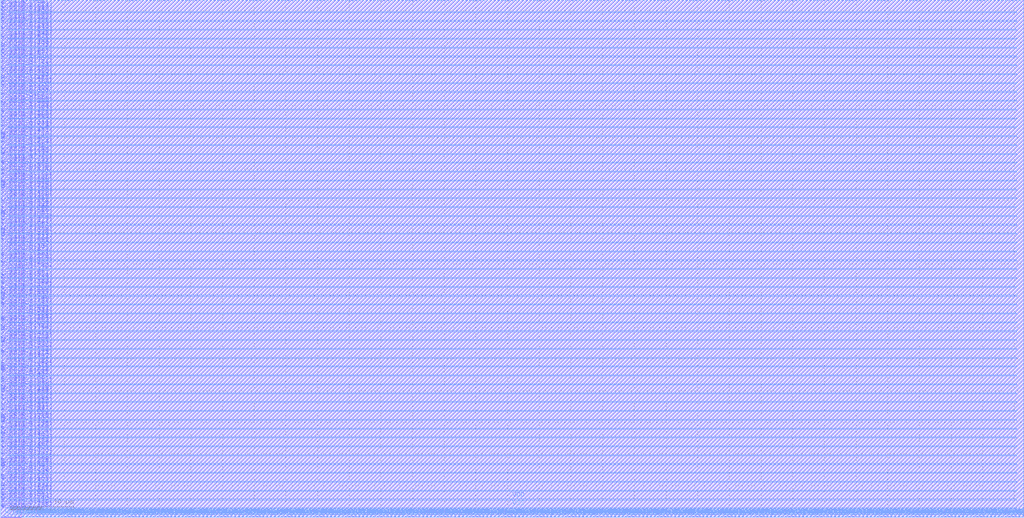
<source format=lef>
VERSION 5.8 ;
BUSBITCHARS "[]" ;
DIVIDERCHAR "/" ;
UNITS
    DATABASE MICRONS 2000 ;
END UNITS

MACRO bsg_mem_p570
  FOREIGN bsg_mem_p570 0 0 ;
  CLASS BLOCK ;
  SIZE 161.495 BY 81.75 ;
  PIN VSS
    USE GROUND ;
    DIRECTION INOUT ;
    PORT
      LAYER metal4 ;
        RECT  1.14 79.715 160.36 79.885 ;
        RECT  1.14 76.915 160.36 77.085 ;
        RECT  1.14 74.115 160.36 74.285 ;
        RECT  1.14 71.315 160.36 71.485 ;
        RECT  1.14 68.515 160.36 68.685 ;
        RECT  1.14 65.715 160.36 65.885 ;
        RECT  1.14 62.915 160.36 63.085 ;
        RECT  1.14 60.115 160.36 60.285 ;
        RECT  1.14 57.315 160.36 57.485 ;
        RECT  1.14 54.515 160.36 54.685 ;
        RECT  1.14 51.715 160.36 51.885 ;
        RECT  1.14 48.915 160.36 49.085 ;
        RECT  1.14 46.115 160.36 46.285 ;
        RECT  1.14 43.315 160.36 43.485 ;
        RECT  1.14 40.515 160.36 40.685 ;
        RECT  1.14 37.715 160.36 37.885 ;
        RECT  1.14 34.915 160.36 35.085 ;
        RECT  1.14 32.115 160.36 32.285 ;
        RECT  1.14 29.315 160.36 29.485 ;
        RECT  1.14 26.515 160.36 26.685 ;
        RECT  1.14 23.715 160.36 23.885 ;
        RECT  1.14 20.915 160.36 21.085 ;
        RECT  1.14 18.115 160.36 18.285 ;
        RECT  1.14 15.315 160.36 15.485 ;
        RECT  1.14 12.515 160.36 12.685 ;
        RECT  1.14 9.715 160.36 9.885 ;
        RECT  1.14 6.915 160.36 7.085 ;
        RECT  1.14 4.115 160.36 4.285 ;
        RECT  1.14 1.315 160.36 1.485 ;
    END
  END VSS
  PIN VDD
    USE POWER ;
    DIRECTION INOUT ;
    PORT
      LAYER metal4 ;
        RECT  1.14 78.315 160.36 78.485 ;
        RECT  1.14 75.515 160.36 75.685 ;
        RECT  1.14 72.715 160.36 72.885 ;
        RECT  1.14 69.915 160.36 70.085 ;
        RECT  1.14 67.115 160.36 67.285 ;
        RECT  1.14 64.315 160.36 64.485 ;
        RECT  1.14 61.515 160.36 61.685 ;
        RECT  1.14 58.715 160.36 58.885 ;
        RECT  1.14 55.915 160.36 56.085 ;
        RECT  1.14 53.115 160.36 53.285 ;
        RECT  1.14 50.315 160.36 50.485 ;
        RECT  1.14 47.515 160.36 47.685 ;
        RECT  1.14 44.715 160.36 44.885 ;
        RECT  1.14 41.915 160.36 42.085 ;
        RECT  1.14 39.115 160.36 39.285 ;
        RECT  1.14 36.315 160.36 36.485 ;
        RECT  1.14 33.515 160.36 33.685 ;
        RECT  1.14 30.715 160.36 30.885 ;
        RECT  1.14 27.915 160.36 28.085 ;
        RECT  1.14 25.115 160.36 25.285 ;
        RECT  1.14 22.315 160.36 22.485 ;
        RECT  1.14 19.515 160.36 19.685 ;
        RECT  1.14 16.715 160.36 16.885 ;
        RECT  1.14 13.915 160.36 14.085 ;
        RECT  1.14 11.115 160.36 11.285 ;
        RECT  1.14 8.315 160.36 8.485 ;
        RECT  1.14 5.515 160.36 5.685 ;
        RECT  1.14 2.715 160.36 2.885 ;
    END
  END VDD
  PIN r_addr_i
    DIRECTION INPUT ;
    USE SIGNAL ;
    PORT
      LAYER metal3 ;
        RECT  0 38.675 0.07 38.745 ;
    END
  END r_addr_i
  PIN r_data_o[0]
    DIRECTION OUTPUT ;
    USE SIGNAL ;
    PORT
      LAYER metal4 ;
        RECT  132.185 0 132.325 0.14 ;
    END
  END r_data_o[0]
  PIN r_data_o[100]
    DIRECTION OUTPUT ;
    USE SIGNAL ;
    PORT
      LAYER metal4 ;
        RECT  38.105 81.61 38.245 81.75 ;
    END
  END r_data_o[100]
  PIN r_data_o[101]
    DIRECTION OUTPUT ;
    USE SIGNAL ;
    PORT
      LAYER metal3 ;
        RECT  0 77.875 0.07 77.945 ;
    END
  END r_data_o[101]
  PIN r_data_o[102]
    DIRECTION OUTPUT ;
    USE SIGNAL ;
    PORT
      LAYER metal4 ;
        RECT  106.425 81.61 106.565 81.75 ;
    END
  END r_data_o[102]
  PIN r_data_o[103]
    DIRECTION OUTPUT ;
    USE SIGNAL ;
    PORT
      LAYER metal4 ;
        RECT  15.705 81.61 15.845 81.75 ;
    END
  END r_data_o[103]
  PIN r_data_o[104]
    DIRECTION OUTPUT ;
    USE SIGNAL ;
    PORT
      LAYER metal3 ;
        RECT  161.425 22.435 161.495 22.505 ;
    END
  END r_data_o[104]
  PIN r_data_o[105]
    DIRECTION OUTPUT ;
    USE SIGNAL ;
    PORT
      LAYER metal3 ;
        RECT  0 52.955 0.07 53.025 ;
    END
  END r_data_o[105]
  PIN r_data_o[106]
    DIRECTION OUTPUT ;
    USE SIGNAL ;
    PORT
      LAYER metal4 ;
        RECT  28.025 0 28.165 0.14 ;
    END
  END r_data_o[106]
  PIN r_data_o[107]
    DIRECTION OUTPUT ;
    USE SIGNAL ;
    PORT
      LAYER metal3 ;
        RECT  0 3.395 0.07 3.465 ;
    END
  END r_data_o[107]
  PIN r_data_o[108]
    DIRECTION OUTPUT ;
    USE SIGNAL ;
    PORT
      LAYER metal3 ;
        RECT  0 11.515 0.07 11.585 ;
    END
  END r_data_o[108]
  PIN r_data_o[109]
    DIRECTION OUTPUT ;
    USE SIGNAL ;
    PORT
      LAYER metal4 ;
        RECT  89.625 0 89.765 0.14 ;
    END
  END r_data_o[109]
  PIN r_data_o[10]
    DIRECTION OUTPUT ;
    USE SIGNAL ;
    PORT
      LAYER metal3 ;
        RECT  0 71.435 0.07 71.505 ;
    END
  END r_data_o[10]
  PIN r_data_o[110]
    DIRECTION OUTPUT ;
    USE SIGNAL ;
    PORT
      LAYER metal4 ;
        RECT  48.745 81.61 48.885 81.75 ;
    END
  END r_data_o[110]
  PIN r_data_o[111]
    DIRECTION OUTPUT ;
    USE SIGNAL ;
    PORT
      LAYER metal3 ;
        RECT  0 28.595 0.07 28.665 ;
    END
  END r_data_o[111]
  PIN r_data_o[112]
    DIRECTION OUTPUT ;
    USE SIGNAL ;
    PORT
      LAYER metal3 ;
        RECT  161.425 46.235 161.495 46.305 ;
    END
  END r_data_o[112]
  PIN r_data_o[113]
    DIRECTION OUTPUT ;
    USE SIGNAL ;
    PORT
      LAYER metal3 ;
        RECT  0 70.875 0.07 70.945 ;
    END
  END r_data_o[113]
  PIN r_data_o[114]
    DIRECTION OUTPUT ;
    USE SIGNAL ;
    PORT
      LAYER metal3 ;
        RECT  0 61.635 0.07 61.705 ;
    END
  END r_data_o[114]
  PIN r_data_o[115]
    DIRECTION OUTPUT ;
    USE SIGNAL ;
    PORT
      LAYER metal3 ;
        RECT  0 1.435 0.07 1.505 ;
    END
  END r_data_o[115]
  PIN r_data_o[116]
    DIRECTION OUTPUT ;
    USE SIGNAL ;
    PORT
      LAYER metal4 ;
        RECT  48.185 0 48.325 0.14 ;
    END
  END r_data_o[116]
  PIN r_data_o[117]
    DIRECTION OUTPUT ;
    USE SIGNAL ;
    PORT
      LAYER metal3 ;
        RECT  161.425 62.475 161.495 62.545 ;
    END
  END r_data_o[117]
  PIN r_data_o[118]
    DIRECTION OUTPUT ;
    USE SIGNAL ;
    PORT
      LAYER metal3 ;
        RECT  0 6.755 0.07 6.825 ;
    END
  END r_data_o[118]
  PIN r_data_o[119]
    DIRECTION OUTPUT ;
    USE SIGNAL ;
    PORT
      LAYER metal3 ;
        RECT  0 55.755 0.07 55.825 ;
    END
  END r_data_o[119]
  PIN r_data_o[11]
    DIRECTION OUTPUT ;
    USE SIGNAL ;
    PORT
      LAYER metal4 ;
        RECT  86.265 0 86.405 0.14 ;
    END
  END r_data_o[11]
  PIN r_data_o[120]
    DIRECTION OUTPUT ;
    USE SIGNAL ;
    PORT
      LAYER metal3 ;
        RECT  161.425 71.995 161.495 72.065 ;
    END
  END r_data_o[120]
  PIN r_data_o[121]
    DIRECTION OUTPUT ;
    USE SIGNAL ;
    PORT
      LAYER metal4 ;
        RECT  10.665 0 10.805 0.14 ;
    END
  END r_data_o[121]
  PIN r_data_o[122]
    DIRECTION OUTPUT ;
    USE SIGNAL ;
    PORT
      LAYER metal4 ;
        RECT  40.905 0 41.045 0.14 ;
    END
  END r_data_o[122]
  PIN r_data_o[123]
    DIRECTION OUTPUT ;
    USE SIGNAL ;
    PORT
      LAYER metal4 ;
        RECT  117.625 81.61 117.765 81.75 ;
    END
  END r_data_o[123]
  PIN r_data_o[124]
    DIRECTION OUTPUT ;
    USE SIGNAL ;
    PORT
      LAYER metal3 ;
        RECT  0 24.395 0.07 24.465 ;
    END
  END r_data_o[124]
  PIN r_data_o[125]
    DIRECTION OUTPUT ;
    USE SIGNAL ;
    PORT
      LAYER metal4 ;
        RECT  70.585 0 70.725 0.14 ;
    END
  END r_data_o[125]
  PIN r_data_o[126]
    DIRECTION OUTPUT ;
    USE SIGNAL ;
    PORT
      LAYER metal3 ;
        RECT  161.425 55.475 161.495 55.545 ;
    END
  END r_data_o[126]
  PIN r_data_o[127]
    DIRECTION OUTPUT ;
    USE SIGNAL ;
    PORT
      LAYER metal3 ;
        RECT  0 71.155 0.07 71.225 ;
    END
  END r_data_o[127]
  PIN r_data_o[128]
    DIRECTION OUTPUT ;
    USE SIGNAL ;
    PORT
      LAYER metal3 ;
        RECT  0 13.755 0.07 13.825 ;
    END
  END r_data_o[128]
  PIN r_data_o[129]
    DIRECTION OUTPUT ;
    USE SIGNAL ;
    PORT
      LAYER metal4 ;
        RECT  81.225 0 81.365 0.14 ;
    END
  END r_data_o[129]
  PIN r_data_o[12]
    DIRECTION OUTPUT ;
    USE SIGNAL ;
    PORT
      LAYER metal4 ;
        RECT  109.785 0 109.925 0.14 ;
    END
  END r_data_o[12]
  PIN r_data_o[130]
    DIRECTION OUTPUT ;
    USE SIGNAL ;
    PORT
      LAYER metal3 ;
        RECT  0 78.995 0.07 79.065 ;
    END
  END r_data_o[130]
  PIN r_data_o[131]
    DIRECTION OUTPUT ;
    USE SIGNAL ;
    PORT
      LAYER metal4 ;
        RECT  22.425 81.61 22.565 81.75 ;
    END
  END r_data_o[131]
  PIN r_data_o[132]
    DIRECTION OUTPUT ;
    USE SIGNAL ;
    PORT
      LAYER metal3 ;
        RECT  161.425 0.875 161.495 0.945 ;
    END
  END r_data_o[132]
  PIN r_data_o[133]
    DIRECTION OUTPUT ;
    USE SIGNAL ;
    PORT
      LAYER metal4 ;
        RECT  150.665 81.61 150.805 81.75 ;
    END
  END r_data_o[133]
  PIN r_data_o[134]
    DIRECTION OUTPUT ;
    USE SIGNAL ;
    PORT
      LAYER metal4 ;
        RECT  48.185 81.61 48.325 81.75 ;
    END
  END r_data_o[134]
  PIN r_data_o[135]
    DIRECTION OUTPUT ;
    USE SIGNAL ;
    PORT
      LAYER metal3 ;
        RECT  0 40.075 0.07 40.145 ;
    END
  END r_data_o[135]
  PIN r_data_o[136]
    DIRECTION OUTPUT ;
    USE SIGNAL ;
    PORT
      LAYER metal3 ;
        RECT  0 69.755 0.07 69.825 ;
    END
  END r_data_o[136]
  PIN r_data_o[137]
    DIRECTION OUTPUT ;
    USE SIGNAL ;
    PORT
      LAYER metal4 ;
        RECT  78.985 0 79.125 0.14 ;
    END
  END r_data_o[137]
  PIN r_data_o[138]
    DIRECTION OUTPUT ;
    USE SIGNAL ;
    PORT
      LAYER metal4 ;
        RECT  35.305 81.61 35.445 81.75 ;
    END
  END r_data_o[138]
  PIN r_data_o[139]
    DIRECTION OUTPUT ;
    USE SIGNAL ;
    PORT
      LAYER metal3 ;
        RECT  0 50.155 0.07 50.225 ;
    END
  END r_data_o[139]
  PIN r_data_o[13]
    DIRECTION OUTPUT ;
    USE SIGNAL ;
    PORT
      LAYER metal3 ;
        RECT  0 14.035 0.07 14.105 ;
    END
  END r_data_o[13]
  PIN r_data_o[140]
    DIRECTION OUTPUT ;
    USE SIGNAL ;
    PORT
      LAYER metal3 ;
        RECT  0 37.275 0.07 37.345 ;
    END
  END r_data_o[140]
  PIN r_data_o[141]
    DIRECTION OUTPUT ;
    USE SIGNAL ;
    PORT
      LAYER metal3 ;
        RECT  161.425 79.275 161.495 79.345 ;
    END
  END r_data_o[141]
  PIN r_data_o[142]
    DIRECTION OUTPUT ;
    USE SIGNAL ;
    PORT
      LAYER metal3 ;
        RECT  0 24.115 0.07 24.185 ;
    END
  END r_data_o[142]
  PIN r_data_o[143]
    DIRECTION OUTPUT ;
    USE SIGNAL ;
    PORT
      LAYER metal4 ;
        RECT  30.265 81.61 30.405 81.75 ;
    END
  END r_data_o[143]
  PIN r_data_o[144]
    DIRECTION OUTPUT ;
    USE SIGNAL ;
    PORT
      LAYER metal3 ;
        RECT  161.425 44.555 161.495 44.625 ;
    END
  END r_data_o[144]
  PIN r_data_o[145]
    DIRECTION OUTPUT ;
    USE SIGNAL ;
    PORT
      LAYER metal4 ;
        RECT  106.985 81.61 107.125 81.75 ;
    END
  END r_data_o[145]
  PIN r_data_o[146]
    DIRECTION OUTPUT ;
    USE SIGNAL ;
    PORT
      LAYER metal3 ;
        RECT  161.425 64.155 161.495 64.225 ;
    END
  END r_data_o[146]
  PIN r_data_o[147]
    DIRECTION OUTPUT ;
    USE SIGNAL ;
    PORT
      LAYER metal4 ;
        RECT  78.425 81.61 78.565 81.75 ;
    END
  END r_data_o[147]
  PIN r_data_o[148]
    DIRECTION OUTPUT ;
    USE SIGNAL ;
    PORT
      LAYER metal3 ;
        RECT  0 79.555 0.07 79.625 ;
    END
  END r_data_o[148]
  PIN r_data_o[149]
    DIRECTION OUTPUT ;
    USE SIGNAL ;
    PORT
      LAYER metal4 ;
        RECT  87.945 81.61 88.085 81.75 ;
    END
  END r_data_o[149]
  PIN r_data_o[14]
    DIRECTION OUTPUT ;
    USE SIGNAL ;
    PORT
      LAYER metal4 ;
        RECT  143.945 81.61 144.085 81.75 ;
    END
  END r_data_o[14]
  PIN r_data_o[150]
    DIRECTION OUTPUT ;
    USE SIGNAL ;
    PORT
      LAYER metal3 ;
        RECT  161.425 10.115 161.495 10.185 ;
    END
  END r_data_o[150]
  PIN r_data_o[151]
    DIRECTION OUTPUT ;
    USE SIGNAL ;
    PORT
      LAYER metal4 ;
        RECT  86.265 81.61 86.405 81.75 ;
    END
  END r_data_o[151]
  PIN r_data_o[152]
    DIRECTION OUTPUT ;
    USE SIGNAL ;
    PORT
      LAYER metal4 ;
        RECT  77.305 81.61 77.445 81.75 ;
    END
  END r_data_o[152]
  PIN r_data_o[153]
    DIRECTION OUTPUT ;
    USE SIGNAL ;
    PORT
      LAYER metal3 ;
        RECT  0 68.355 0.07 68.425 ;
    END
  END r_data_o[153]
  PIN r_data_o[154]
    DIRECTION OUTPUT ;
    USE SIGNAL ;
    PORT
      LAYER metal4 ;
        RECT  61.625 81.61 61.765 81.75 ;
    END
  END r_data_o[154]
  PIN r_data_o[155]
    DIRECTION OUTPUT ;
    USE SIGNAL ;
    PORT
      LAYER metal4 ;
        RECT  154.025 81.61 154.165 81.75 ;
    END
  END r_data_o[155]
  PIN r_data_o[156]
    DIRECTION OUTPUT ;
    USE SIGNAL ;
    PORT
      LAYER metal3 ;
        RECT  0 4.795 0.07 4.865 ;
    END
  END r_data_o[156]
  PIN r_data_o[157]
    DIRECTION OUTPUT ;
    USE SIGNAL ;
    PORT
      LAYER metal3 ;
        RECT  161.425 76.475 161.495 76.545 ;
    END
  END r_data_o[157]
  PIN r_data_o[158]
    DIRECTION OUTPUT ;
    USE SIGNAL ;
    PORT
      LAYER metal3 ;
        RECT  0 57.155 0.07 57.225 ;
    END
  END r_data_o[158]
  PIN r_data_o[159]
    DIRECTION OUTPUT ;
    USE SIGNAL ;
    PORT
      LAYER metal4 ;
        RECT  159.065 81.61 159.205 81.75 ;
    END
  END r_data_o[159]
  PIN r_data_o[15]
    DIRECTION OUTPUT ;
    USE SIGNAL ;
    PORT
      LAYER metal3 ;
        RECT  0 42.035 0.07 42.105 ;
    END
  END r_data_o[15]
  PIN r_data_o[160]
    DIRECTION OUTPUT ;
    USE SIGNAL ;
    PORT
      LAYER metal4 ;
        RECT  67.785 81.61 67.925 81.75 ;
    END
  END r_data_o[160]
  PIN r_data_o[161]
    DIRECTION OUTPUT ;
    USE SIGNAL ;
    PORT
      LAYER metal4 ;
        RECT  104.745 0 104.885 0.14 ;
    END
  END r_data_o[161]
  PIN r_data_o[162]
    DIRECTION OUTPUT ;
    USE SIGNAL ;
    PORT
      LAYER metal3 ;
        RECT  161.425 64.995 161.495 65.065 ;
    END
  END r_data_o[162]
  PIN r_data_o[163]
    DIRECTION OUTPUT ;
    USE SIGNAL ;
    PORT
      LAYER metal3 ;
        RECT  161.425 21.595 161.495 21.665 ;
    END
  END r_data_o[163]
  PIN r_data_o[164]
    DIRECTION OUTPUT ;
    USE SIGNAL ;
    PORT
      LAYER metal3 ;
        RECT  161.425 36.715 161.495 36.785 ;
    END
  END r_data_o[164]
  PIN r_data_o[165]
    DIRECTION OUTPUT ;
    USE SIGNAL ;
    PORT
      LAYER metal4 ;
        RECT  54.905 0 55.045 0.14 ;
    END
  END r_data_o[165]
  PIN r_data_o[166]
    DIRECTION OUTPUT ;
    USE SIGNAL ;
    PORT
      LAYER metal4 ;
        RECT  108.665 81.61 108.805 81.75 ;
    END
  END r_data_o[166]
  PIN r_data_o[167]
    DIRECTION OUTPUT ;
    USE SIGNAL ;
    PORT
      LAYER metal4 ;
        RECT  128.265 81.61 128.405 81.75 ;
    END
  END r_data_o[167]
  PIN r_data_o[168]
    DIRECTION OUTPUT ;
    USE SIGNAL ;
    PORT
      LAYER metal3 ;
        RECT  0 12.075 0.07 12.145 ;
    END
  END r_data_o[168]
  PIN r_data_o[169]
    DIRECTION OUTPUT ;
    USE SIGNAL ;
    PORT
      LAYER metal4 ;
        RECT  131.625 0 131.765 0.14 ;
    END
  END r_data_o[169]
  PIN r_data_o[16]
    DIRECTION OUTPUT ;
    USE SIGNAL ;
    PORT
      LAYER metal4 ;
        RECT  45.385 81.61 45.525 81.75 ;
    END
  END r_data_o[16]
  PIN r_data_o[170]
    DIRECTION OUTPUT ;
    USE SIGNAL ;
    PORT
      LAYER metal4 ;
        RECT  53.785 0 53.925 0.14 ;
    END
  END r_data_o[170]
  PIN r_data_o[171]
    DIRECTION OUTPUT ;
    USE SIGNAL ;
    PORT
      LAYER metal3 ;
        RECT  161.425 31.115 161.495 31.185 ;
    END
  END r_data_o[171]
  PIN r_data_o[172]
    DIRECTION OUTPUT ;
    USE SIGNAL ;
    PORT
      LAYER metal4 ;
        RECT  45.945 0 46.085 0.14 ;
    END
  END r_data_o[172]
  PIN r_data_o[173]
    DIRECTION OUTPUT ;
    USE SIGNAL ;
    PORT
      LAYER metal4 ;
        RECT  11.785 81.61 11.925 81.75 ;
    END
  END r_data_o[173]
  PIN r_data_o[174]
    DIRECTION OUTPUT ;
    USE SIGNAL ;
    PORT
      LAYER metal3 ;
        RECT  0 70.595 0.07 70.665 ;
    END
  END r_data_o[174]
  PIN r_data_o[175]
    DIRECTION OUTPUT ;
    USE SIGNAL ;
    PORT
      LAYER metal3 ;
        RECT  161.425 28.315 161.495 28.385 ;
    END
  END r_data_o[175]
  PIN r_data_o[176]
    DIRECTION OUTPUT ;
    USE SIGNAL ;
    PORT
      LAYER metal4 ;
        RECT  39.225 0 39.365 0.14 ;
    END
  END r_data_o[176]
  PIN r_data_o[177]
    DIRECTION OUTPUT ;
    USE SIGNAL ;
    PORT
      LAYER metal4 ;
        RECT  87.945 0 88.085 0.14 ;
    END
  END r_data_o[177]
  PIN r_data_o[178]
    DIRECTION OUTPUT ;
    USE SIGNAL ;
    PORT
      LAYER metal3 ;
        RECT  161.425 56.035 161.495 56.105 ;
    END
  END r_data_o[178]
  PIN r_data_o[179]
    DIRECTION OUTPUT ;
    USE SIGNAL ;
    PORT
      LAYER metal3 ;
        RECT  161.425 12.635 161.495 12.705 ;
    END
  END r_data_o[179]
  PIN r_data_o[17]
    DIRECTION OUTPUT ;
    USE SIGNAL ;
    PORT
      LAYER metal3 ;
        RECT  161.425 45.115 161.495 45.185 ;
    END
  END r_data_o[17]
  PIN r_data_o[180]
    DIRECTION OUTPUT ;
    USE SIGNAL ;
    PORT
      LAYER metal4 ;
        RECT  1.145 0 1.285 0.14 ;
    END
  END r_data_o[180]
  PIN r_data_o[181]
    DIRECTION OUTPUT ;
    USE SIGNAL ;
    PORT
      LAYER metal3 ;
        RECT  0 8.995 0.07 9.065 ;
    END
  END r_data_o[181]
  PIN r_data_o[182]
    DIRECTION OUTPUT ;
    USE SIGNAL ;
    PORT
      LAYER metal3 ;
        RECT  0 9.555 0.07 9.625 ;
    END
  END r_data_o[182]
  PIN r_data_o[183]
    DIRECTION OUTPUT ;
    USE SIGNAL ;
    PORT
      LAYER metal3 ;
        RECT  161.425 4.235 161.495 4.305 ;
    END
  END r_data_o[183]
  PIN r_data_o[184]
    DIRECTION OUTPUT ;
    USE SIGNAL ;
    PORT
      LAYER metal4 ;
        RECT  150.105 81.61 150.245 81.75 ;
    END
  END r_data_o[184]
  PIN r_data_o[185]
    DIRECTION OUTPUT ;
    USE SIGNAL ;
    PORT
      LAYER metal3 ;
        RECT  161.425 17.955 161.495 18.025 ;
    END
  END r_data_o[185]
  PIN r_data_o[186]
    DIRECTION OUTPUT ;
    USE SIGNAL ;
    PORT
      LAYER metal3 ;
        RECT  0 57.715 0.07 57.785 ;
    END
  END r_data_o[186]
  PIN r_data_o[187]
    DIRECTION OUTPUT ;
    USE SIGNAL ;
    PORT
      LAYER metal3 ;
        RECT  161.425 76.195 161.495 76.265 ;
    END
  END r_data_o[187]
  PIN r_data_o[188]
    DIRECTION OUTPUT ;
    USE SIGNAL ;
    PORT
      LAYER metal3 ;
        RECT  0 78.435 0.07 78.505 ;
    END
  END r_data_o[188]
  PIN r_data_o[189]
    DIRECTION OUTPUT ;
    USE SIGNAL ;
    PORT
      LAYER metal4 ;
        RECT  76.185 81.61 76.325 81.75 ;
    END
  END r_data_o[189]
  PIN r_data_o[18]
    DIRECTION OUTPUT ;
    USE SIGNAL ;
    PORT
      LAYER metal4 ;
        RECT  36.425 81.61 36.565 81.75 ;
    END
  END r_data_o[18]
  PIN r_data_o[190]
    DIRECTION OUTPUT ;
    USE SIGNAL ;
    PORT
      LAYER metal4 ;
        RECT  105.305 0 105.445 0.14 ;
    END
  END r_data_o[190]
  PIN r_data_o[191]
    DIRECTION OUTPUT ;
    USE SIGNAL ;
    PORT
      LAYER metal3 ;
        RECT  161.425 78.995 161.495 79.065 ;
    END
  END r_data_o[191]
  PIN r_data_o[192]
    DIRECTION OUTPUT ;
    USE SIGNAL ;
    PORT
      LAYER metal4 ;
        RECT  42.025 81.61 42.165 81.75 ;
    END
  END r_data_o[192]
  PIN r_data_o[193]
    DIRECTION OUTPUT ;
    USE SIGNAL ;
    PORT
      LAYER metal3 ;
        RECT  0 47.915 0.07 47.985 ;
    END
  END r_data_o[193]
  PIN r_data_o[194]
    DIRECTION OUTPUT ;
    USE SIGNAL ;
    PORT
      LAYER metal3 ;
        RECT  0 64.155 0.07 64.225 ;
    END
  END r_data_o[194]
  PIN r_data_o[195]
    DIRECTION OUTPUT ;
    USE SIGNAL ;
    PORT
      LAYER metal4 ;
        RECT  85.145 81.61 85.285 81.75 ;
    END
  END r_data_o[195]
  PIN r_data_o[196]
    DIRECTION OUTPUT ;
    USE SIGNAL ;
    PORT
      LAYER metal3 ;
        RECT  0 67.795 0.07 67.865 ;
    END
  END r_data_o[196]
  PIN r_data_o[197]
    DIRECTION OUTPUT ;
    USE SIGNAL ;
    PORT
      LAYER metal4 ;
        RECT  60.505 0 60.645 0.14 ;
    END
  END r_data_o[197]
  PIN r_data_o[198]
    DIRECTION OUTPUT ;
    USE SIGNAL ;
    PORT
      LAYER metal3 ;
        RECT  161.425 66.675 161.495 66.745 ;
    END
  END r_data_o[198]
  PIN r_data_o[199]
    DIRECTION OUTPUT ;
    USE SIGNAL ;
    PORT
      LAYER metal3 ;
        RECT  0 53.235 0.07 53.305 ;
    END
  END r_data_o[199]
  PIN r_data_o[19]
    DIRECTION OUTPUT ;
    USE SIGNAL ;
    PORT
      LAYER metal3 ;
        RECT  0 60.515 0.07 60.585 ;
    END
  END r_data_o[19]
  PIN r_data_o[1]
    DIRECTION OUTPUT ;
    USE SIGNAL ;
    PORT
      LAYER metal3 ;
        RECT  161.425 47.635 161.495 47.705 ;
    END
  END r_data_o[1]
  PIN r_data_o[200]
    DIRECTION OUTPUT ;
    USE SIGNAL ;
    PORT
      LAYER metal4 ;
        RECT  24.105 0 24.245 0.14 ;
    END
  END r_data_o[200]
  PIN r_data_o[201]
    DIRECTION OUTPUT ;
    USE SIGNAL ;
    PORT
      LAYER metal3 ;
        RECT  161.425 61.635 161.495 61.705 ;
    END
  END r_data_o[201]
  PIN r_data_o[202]
    DIRECTION OUTPUT ;
    USE SIGNAL ;
    PORT
      LAYER metal3 ;
        RECT  161.425 19.915 161.495 19.985 ;
    END
  END r_data_o[202]
  PIN r_data_o[203]
    DIRECTION OUTPUT ;
    USE SIGNAL ;
    PORT
      LAYER metal3 ;
        RECT  161.425 32.235 161.495 32.305 ;
    END
  END r_data_o[203]
  PIN r_data_o[204]
    DIRECTION OUTPUT ;
    USE SIGNAL ;
    PORT
      LAYER metal3 ;
        RECT  0 41.195 0.07 41.265 ;
    END
  END r_data_o[204]
  PIN r_data_o[205]
    DIRECTION OUTPUT ;
    USE SIGNAL ;
    PORT
      LAYER metal4 ;
        RECT  73.945 81.61 74.085 81.75 ;
    END
  END r_data_o[205]
  PIN r_data_o[206]
    DIRECTION OUTPUT ;
    USE SIGNAL ;
    PORT
      LAYER metal4 ;
        RECT  58.265 0 58.405 0.14 ;
    END
  END r_data_o[206]
  PIN r_data_o[207]
    DIRECTION OUTPUT ;
    USE SIGNAL ;
    PORT
      LAYER metal3 ;
        RECT  0 53.795 0.07 53.865 ;
    END
  END r_data_o[207]
  PIN r_data_o[208]
    DIRECTION OUTPUT ;
    USE SIGNAL ;
    PORT
      LAYER metal3 ;
        RECT  161.425 60.235 161.495 60.305 ;
    END
  END r_data_o[208]
  PIN r_data_o[209]
    DIRECTION OUTPUT ;
    USE SIGNAL ;
    PORT
      LAYER metal3 ;
        RECT  161.425 42.595 161.495 42.665 ;
    END
  END r_data_o[209]
  PIN r_data_o[20]
    DIRECTION OUTPUT ;
    USE SIGNAL ;
    PORT
      LAYER metal3 ;
        RECT  0 12.915 0.07 12.985 ;
    END
  END r_data_o[20]
  PIN r_data_o[210]
    DIRECTION OUTPUT ;
    USE SIGNAL ;
    PORT
      LAYER metal3 ;
        RECT  0 45.115 0.07 45.185 ;
    END
  END r_data_o[210]
  PIN r_data_o[211]
    DIRECTION OUTPUT ;
    USE SIGNAL ;
    PORT
      LAYER metal4 ;
        RECT  57.145 81.61 57.285 81.75 ;
    END
  END r_data_o[211]
  PIN r_data_o[212]
    DIRECTION OUTPUT ;
    USE SIGNAL ;
    PORT
      LAYER metal3 ;
        RECT  0 54.635 0.07 54.705 ;
    END
  END r_data_o[212]
  PIN r_data_o[213]
    DIRECTION OUTPUT ;
    USE SIGNAL ;
    PORT
      LAYER metal3 ;
        RECT  0 17.675 0.07 17.745 ;
    END
  END r_data_o[213]
  PIN r_data_o[214]
    DIRECTION OUTPUT ;
    USE SIGNAL ;
    PORT
      LAYER metal4 ;
        RECT  159.625 0 159.765 0.14 ;
    END
  END r_data_o[214]
  PIN r_data_o[215]
    DIRECTION OUTPUT ;
    USE SIGNAL ;
    PORT
      LAYER metal3 ;
        RECT  161.425 71.435 161.495 71.505 ;
    END
  END r_data_o[215]
  PIN r_data_o[216]
    DIRECTION OUTPUT ;
    USE SIGNAL ;
    PORT
      LAYER metal4 ;
        RECT  69.465 0 69.605 0.14 ;
    END
  END r_data_o[216]
  PIN r_data_o[217]
    DIRECTION OUTPUT ;
    USE SIGNAL ;
    PORT
      LAYER metal4 ;
        RECT  142.825 0 142.965 0.14 ;
    END
  END r_data_o[217]
  PIN r_data_o[218]
    DIRECTION OUTPUT ;
    USE SIGNAL ;
    PORT
      LAYER metal4 ;
        RECT  113.705 81.61 113.845 81.75 ;
    END
  END r_data_o[218]
  PIN r_data_o[219]
    DIRECTION OUTPUT ;
    USE SIGNAL ;
    PORT
      LAYER metal3 ;
        RECT  161.425 20.475 161.495 20.545 ;
    END
  END r_data_o[219]
  PIN r_data_o[21]
    DIRECTION OUTPUT ;
    USE SIGNAL ;
    PORT
      LAYER metal3 ;
        RECT  161.425 54.915 161.495 54.985 ;
    END
  END r_data_o[21]
  PIN r_data_o[220]
    DIRECTION OUTPUT ;
    USE SIGNAL ;
    PORT
      LAYER metal4 ;
        RECT  148.985 0 149.125 0.14 ;
    END
  END r_data_o[220]
  PIN r_data_o[221]
    DIRECTION OUTPUT ;
    USE SIGNAL ;
    PORT
      LAYER metal3 ;
        RECT  161.425 47.075 161.495 47.145 ;
    END
  END r_data_o[221]
  PIN r_data_o[222]
    DIRECTION OUTPUT ;
    USE SIGNAL ;
    PORT
      LAYER metal4 ;
        RECT  82.345 81.61 82.485 81.75 ;
    END
  END r_data_o[222]
  PIN r_data_o[223]
    DIRECTION OUTPUT ;
    USE SIGNAL ;
    PORT
      LAYER metal4 ;
        RECT  138.905 81.61 139.045 81.75 ;
    END
  END r_data_o[223]
  PIN r_data_o[224]
    DIRECTION OUTPUT ;
    USE SIGNAL ;
    PORT
      LAYER metal3 ;
        RECT  0 3.955 0.07 4.025 ;
    END
  END r_data_o[224]
  PIN r_data_o[225]
    DIRECTION OUTPUT ;
    USE SIGNAL ;
    PORT
      LAYER metal4 ;
        RECT  32.505 0 32.645 0.14 ;
    END
  END r_data_o[225]
  PIN r_data_o[226]
    DIRECTION OUTPUT ;
    USE SIGNAL ;
    PORT
      LAYER metal4 ;
        RECT  64.425 81.61 64.565 81.75 ;
    END
  END r_data_o[226]
  PIN r_data_o[227]
    DIRECTION OUTPUT ;
    USE SIGNAL ;
    PORT
      LAYER metal3 ;
        RECT  161.425 17.675 161.495 17.745 ;
    END
  END r_data_o[227]
  PIN r_data_o[228]
    DIRECTION OUTPUT ;
    USE SIGNAL ;
    PORT
      LAYER metal4 ;
        RECT  43.705 0 43.845 0.14 ;
    END
  END r_data_o[228]
  PIN r_data_o[229]
    DIRECTION OUTPUT ;
    USE SIGNAL ;
    PORT
      LAYER metal4 ;
        RECT  2.825 0 2.965 0.14 ;
    END
  END r_data_o[229]
  PIN r_data_o[22]
    DIRECTION OUTPUT ;
    USE SIGNAL ;
    PORT
      LAYER metal3 ;
        RECT  161.425 80.115 161.495 80.185 ;
    END
  END r_data_o[22]
  PIN r_data_o[230]
    DIRECTION OUTPUT ;
    USE SIGNAL ;
    PORT
      LAYER metal3 ;
        RECT  161.425 24.395 161.495 24.465 ;
    END
  END r_data_o[230]
  PIN r_data_o[231]
    DIRECTION OUTPUT ;
    USE SIGNAL ;
    PORT
      LAYER metal3 ;
        RECT  0 72.275 0.07 72.345 ;
    END
  END r_data_o[231]
  PIN r_data_o[232]
    DIRECTION OUTPUT ;
    USE SIGNAL ;
    PORT
      LAYER metal3 ;
        RECT  0 54.355 0.07 54.425 ;
    END
  END r_data_o[232]
  PIN r_data_o[233]
    DIRECTION OUTPUT ;
    USE SIGNAL ;
    PORT
      LAYER metal3 ;
        RECT  0 72.835 0.07 72.905 ;
    END
  END r_data_o[233]
  PIN r_data_o[234]
    DIRECTION OUTPUT ;
    USE SIGNAL ;
    PORT
      LAYER metal3 ;
        RECT  0 80.115 0.07 80.185 ;
    END
  END r_data_o[234]
  PIN r_data_o[235]
    DIRECTION OUTPUT ;
    USE SIGNAL ;
    PORT
      LAYER metal3 ;
        RECT  161.425 65.275 161.495 65.345 ;
    END
  END r_data_o[235]
  PIN r_data_o[236]
    DIRECTION OUTPUT ;
    USE SIGNAL ;
    PORT
      LAYER metal4 ;
        RECT  37.545 81.61 37.685 81.75 ;
    END
  END r_data_o[236]
  PIN r_data_o[237]
    DIRECTION OUTPUT ;
    USE SIGNAL ;
    PORT
      LAYER metal4 ;
        RECT  50.425 0 50.565 0.14 ;
    END
  END r_data_o[237]
  PIN r_data_o[238]
    DIRECTION OUTPUT ;
    USE SIGNAL ;
    PORT
      LAYER metal3 ;
        RECT  161.425 17.115 161.495 17.185 ;
    END
  END r_data_o[238]
  PIN r_data_o[239]
    DIRECTION OUTPUT ;
    USE SIGNAL ;
    PORT
      LAYER metal3 ;
        RECT  0 10.955 0.07 11.025 ;
    END
  END r_data_o[239]
  PIN r_data_o[23]
    DIRECTION OUTPUT ;
    USE SIGNAL ;
    PORT
      LAYER metal3 ;
        RECT  161.425 59.395 161.495 59.465 ;
    END
  END r_data_o[23]
  PIN r_data_o[240]
    DIRECTION OUTPUT ;
    USE SIGNAL ;
    PORT
      LAYER metal3 ;
        RECT  0 69.475 0.07 69.545 ;
    END
  END r_data_o[240]
  PIN r_data_o[241]
    DIRECTION OUTPUT ;
    USE SIGNAL ;
    PORT
      LAYER metal4 ;
        RECT  122.665 81.61 122.805 81.75 ;
    END
  END r_data_o[241]
  PIN r_data_o[242]
    DIRECTION OUTPUT ;
    USE SIGNAL ;
    PORT
      LAYER metal3 ;
        RECT  161.425 42.875 161.495 42.945 ;
    END
  END r_data_o[242]
  PIN r_data_o[243]
    DIRECTION OUTPUT ;
    USE SIGNAL ;
    PORT
      LAYER metal4 ;
        RECT  127.705 0 127.845 0.14 ;
    END
  END r_data_o[243]
  PIN r_data_o[244]
    DIRECTION OUTPUT ;
    USE SIGNAL ;
    PORT
      LAYER metal3 ;
        RECT  161.425 53.795 161.495 53.865 ;
    END
  END r_data_o[244]
  PIN r_data_o[245]
    DIRECTION OUTPUT ;
    USE SIGNAL ;
    PORT
      LAYER metal4 ;
        RECT  44.825 81.61 44.965 81.75 ;
    END
  END r_data_o[245]
  PIN r_data_o[246]
    DIRECTION OUTPUT ;
    USE SIGNAL ;
    PORT
      LAYER metal3 ;
        RECT  161.425 75.355 161.495 75.425 ;
    END
  END r_data_o[246]
  PIN r_data_o[247]
    DIRECTION OUTPUT ;
    USE SIGNAL ;
    PORT
      LAYER metal3 ;
        RECT  0 61.355 0.07 61.425 ;
    END
  END r_data_o[247]
  PIN r_data_o[248]
    DIRECTION OUTPUT ;
    USE SIGNAL ;
    PORT
      LAYER metal3 ;
        RECT  0 38.955 0.07 39.025 ;
    END
  END r_data_o[248]
  PIN r_data_o[249]
    DIRECTION OUTPUT ;
    USE SIGNAL ;
    PORT
      LAYER metal3 ;
        RECT  161.425 6.755 161.495 6.825 ;
    END
  END r_data_o[249]
  PIN r_data_o[24]
    DIRECTION OUTPUT ;
    USE SIGNAL ;
    PORT
      LAYER metal4 ;
        RECT  141.705 0 141.845 0.14 ;
    END
  END r_data_o[24]
  PIN r_data_o[250]
    DIRECTION OUTPUT ;
    USE SIGNAL ;
    PORT
      LAYER metal3 ;
        RECT  161.425 29.995 161.495 30.065 ;
    END
  END r_data_o[250]
  PIN r_data_o[251]
    DIRECTION OUTPUT ;
    USE SIGNAL ;
    PORT
      LAYER metal4 ;
        RECT  78.985 81.61 79.125 81.75 ;
    END
  END r_data_o[251]
  PIN r_data_o[252]
    DIRECTION OUTPUT ;
    USE SIGNAL ;
    PORT
      LAYER metal3 ;
        RECT  161.425 79.835 161.495 79.905 ;
    END
  END r_data_o[252]
  PIN r_data_o[253]
    DIRECTION OUTPUT ;
    USE SIGNAL ;
    PORT
      LAYER metal3 ;
        RECT  0 25.795 0.07 25.865 ;
    END
  END r_data_o[253]
  PIN r_data_o[254]
    DIRECTION OUTPUT ;
    USE SIGNAL ;
    PORT
      LAYER metal4 ;
        RECT  98.585 0 98.725 0.14 ;
    END
  END r_data_o[254]
  PIN r_data_o[255]
    DIRECTION OUTPUT ;
    USE SIGNAL ;
    PORT
      LAYER metal3 ;
        RECT  161.425 33.355 161.495 33.425 ;
    END
  END r_data_o[255]
  PIN r_data_o[256]
    DIRECTION OUTPUT ;
    USE SIGNAL ;
    PORT
      LAYER metal3 ;
        RECT  161.425 9.835 161.495 9.905 ;
    END
  END r_data_o[256]
  PIN r_data_o[257]
    DIRECTION OUTPUT ;
    USE SIGNAL ;
    PORT
      LAYER metal3 ;
        RECT  0 49.595 0.07 49.665 ;
    END
  END r_data_o[257]
  PIN r_data_o[258]
    DIRECTION OUTPUT ;
    USE SIGNAL ;
    PORT
      LAYER metal4 ;
        RECT  38.665 0 38.805 0.14 ;
    END
  END r_data_o[258]
  PIN r_data_o[259]
    DIRECTION OUTPUT ;
    USE SIGNAL ;
    PORT
      LAYER metal3 ;
        RECT  0 77.035 0.07 77.105 ;
    END
  END r_data_o[259]
  PIN r_data_o[25]
    DIRECTION OUTPUT ;
    USE SIGNAL ;
    PORT
      LAYER metal4 ;
        RECT  70.025 0 70.165 0.14 ;
    END
  END r_data_o[25]
  PIN r_data_o[260]
    DIRECTION OUTPUT ;
    USE SIGNAL ;
    PORT
      LAYER metal4 ;
        RECT  123.785 81.61 123.925 81.75 ;
    END
  END r_data_o[260]
  PIN r_data_o[261]
    DIRECTION OUTPUT ;
    USE SIGNAL ;
    PORT
      LAYER metal4 ;
        RECT  101.385 0 101.525 0.14 ;
    END
  END r_data_o[261]
  PIN r_data_o[262]
    DIRECTION OUTPUT ;
    USE SIGNAL ;
    PORT
      LAYER metal3 ;
        RECT  161.425 17.395 161.495 17.465 ;
    END
  END r_data_o[262]
  PIN r_data_o[263]
    DIRECTION OUTPUT ;
    USE SIGNAL ;
    PORT
      LAYER metal4 ;
        RECT  30.265 0 30.405 0.14 ;
    END
  END r_data_o[263]
  PIN r_data_o[264]
    DIRECTION OUTPUT ;
    USE SIGNAL ;
    PORT
      LAYER metal3 ;
        RECT  0 31.675 0.07 31.745 ;
    END
  END r_data_o[264]
  PIN r_data_o[265]
    DIRECTION OUTPUT ;
    USE SIGNAL ;
    PORT
      LAYER metal3 ;
        RECT  0 36.715 0.07 36.785 ;
    END
  END r_data_o[265]
  PIN r_data_o[266]
    DIRECTION OUTPUT ;
    USE SIGNAL ;
    PORT
      LAYER metal3 ;
        RECT  161.425 46.515 161.495 46.585 ;
    END
  END r_data_o[266]
  PIN r_data_o[267]
    DIRECTION OUTPUT ;
    USE SIGNAL ;
    PORT
      LAYER metal4 ;
        RECT  2.265 81.61 2.405 81.75 ;
    END
  END r_data_o[267]
  PIN r_data_o[268]
    DIRECTION OUTPUT ;
    USE SIGNAL ;
    PORT
      LAYER metal3 ;
        RECT  0 56.035 0.07 56.105 ;
    END
  END r_data_o[268]
  PIN r_data_o[269]
    DIRECTION OUTPUT ;
    USE SIGNAL ;
    PORT
      LAYER metal3 ;
        RECT  161.425 56.595 161.495 56.665 ;
    END
  END r_data_o[269]
  PIN r_data_o[26]
    DIRECTION OUTPUT ;
    USE SIGNAL ;
    PORT
      LAYER metal3 ;
        RECT  161.425 55.755 161.495 55.825 ;
    END
  END r_data_o[26]
  PIN r_data_o[270]
    DIRECTION OUTPUT ;
    USE SIGNAL ;
    PORT
      LAYER metal3 ;
        RECT  161.425 67.515 161.495 67.585 ;
    END
  END r_data_o[270]
  PIN r_data_o[271]
    DIRECTION OUTPUT ;
    USE SIGNAL ;
    PORT
      LAYER metal4 ;
        RECT  59.945 0 60.085 0.14 ;
    END
  END r_data_o[271]
  PIN r_data_o[272]
    DIRECTION OUTPUT ;
    USE SIGNAL ;
    PORT
      LAYER metal4 ;
        RECT  146.745 81.61 146.885 81.75 ;
    END
  END r_data_o[272]
  PIN r_data_o[273]
    DIRECTION OUTPUT ;
    USE SIGNAL ;
    PORT
      LAYER metal3 ;
        RECT  161.425 71.715 161.495 71.785 ;
    END
  END r_data_o[273]
  PIN r_data_o[274]
    DIRECTION OUTPUT ;
    USE SIGNAL ;
    PORT
      LAYER metal3 ;
        RECT  0 20.195 0.07 20.265 ;
    END
  END r_data_o[274]
  PIN r_data_o[275]
    DIRECTION OUTPUT ;
    USE SIGNAL ;
    PORT
      LAYER metal4 ;
        RECT  109.225 0 109.365 0.14 ;
    END
  END r_data_o[275]
  PIN r_data_o[276]
    DIRECTION OUTPUT ;
    USE SIGNAL ;
    PORT
      LAYER metal3 ;
        RECT  0 50.715 0.07 50.785 ;
    END
  END r_data_o[276]
  PIN r_data_o[277]
    DIRECTION OUTPUT ;
    USE SIGNAL ;
    PORT
      LAYER metal3 ;
        RECT  0 43.435 0.07 43.505 ;
    END
  END r_data_o[277]
  PIN r_data_o[278]
    DIRECTION OUTPUT ;
    USE SIGNAL ;
    PORT
      LAYER metal3 ;
        RECT  161.425 77.035 161.495 77.105 ;
    END
  END r_data_o[278]
  PIN r_data_o[279]
    DIRECTION OUTPUT ;
    USE SIGNAL ;
    PORT
      LAYER metal4 ;
        RECT  141.705 81.61 141.845 81.75 ;
    END
  END r_data_o[279]
  PIN r_data_o[27]
    DIRECTION OUTPUT ;
    USE SIGNAL ;
    PORT
      LAYER metal4 ;
        RECT  36.425 0 36.565 0.14 ;
    END
  END r_data_o[27]
  PIN r_data_o[280]
    DIRECTION OUTPUT ;
    USE SIGNAL ;
    PORT
      LAYER metal3 ;
        RECT  161.425 65.835 161.495 65.905 ;
    END
  END r_data_o[280]
  PIN r_data_o[281]
    DIRECTION OUTPUT ;
    USE SIGNAL ;
    PORT
      LAYER metal3 ;
        RECT  161.425 34.755 161.495 34.825 ;
    END
  END r_data_o[281]
  PIN r_data_o[282]
    DIRECTION OUTPUT ;
    USE SIGNAL ;
    PORT
      LAYER metal4 ;
        RECT  40.345 81.61 40.485 81.75 ;
    END
  END r_data_o[282]
  PIN r_data_o[283]
    DIRECTION OUTPUT ;
    USE SIGNAL ;
    PORT
      LAYER metal4 ;
        RECT  116.505 0 116.645 0.14 ;
    END
  END r_data_o[283]
  PIN r_data_o[284]
    DIRECTION OUTPUT ;
    USE SIGNAL ;
    PORT
      LAYER metal3 ;
        RECT  0 69.195 0.07 69.265 ;
    END
  END r_data_o[284]
  PIN r_data_o[285]
    DIRECTION OUTPUT ;
    USE SIGNAL ;
    PORT
      LAYER metal4 ;
        RECT  93.545 0 93.685 0.14 ;
    END
  END r_data_o[285]
  PIN r_data_o[286]
    DIRECTION OUTPUT ;
    USE SIGNAL ;
    PORT
      LAYER metal3 ;
        RECT  161.425 12.915 161.495 12.985 ;
    END
  END r_data_o[286]
  PIN r_data_o[287]
    DIRECTION OUTPUT ;
    USE SIGNAL ;
    PORT
      LAYER metal3 ;
        RECT  161.425 61.075 161.495 61.145 ;
    END
  END r_data_o[287]
  PIN r_data_o[288]
    DIRECTION OUTPUT ;
    USE SIGNAL ;
    PORT
      LAYER metal3 ;
        RECT  161.425 59.115 161.495 59.185 ;
    END
  END r_data_o[288]
  PIN r_data_o[289]
    DIRECTION OUTPUT ;
    USE SIGNAL ;
    PORT
      LAYER metal4 ;
        RECT  62.745 0 62.885 0.14 ;
    END
  END r_data_o[289]
  PIN r_data_o[28]
    DIRECTION OUTPUT ;
    USE SIGNAL ;
    PORT
      LAYER metal3 ;
        RECT  0 18.235 0.07 18.305 ;
    END
  END r_data_o[28]
  PIN r_data_o[290]
    DIRECTION OUTPUT ;
    USE SIGNAL ;
    PORT
      LAYER metal3 ;
        RECT  0 75.355 0.07 75.425 ;
    END
  END r_data_o[290]
  PIN r_data_o[291]
    DIRECTION OUTPUT ;
    USE SIGNAL ;
    PORT
      LAYER metal4 ;
        RECT  58.825 81.61 58.965 81.75 ;
    END
  END r_data_o[291]
  PIN r_data_o[292]
    DIRECTION OUTPUT ;
    USE SIGNAL ;
    PORT
      LAYER metal4 ;
        RECT  158.505 0 158.645 0.14 ;
    END
  END r_data_o[292]
  PIN r_data_o[293]
    DIRECTION OUTPUT ;
    USE SIGNAL ;
    PORT
      LAYER metal4 ;
        RECT  29.145 81.61 29.285 81.75 ;
    END
  END r_data_o[293]
  PIN r_data_o[294]
    DIRECTION OUTPUT ;
    USE SIGNAL ;
    PORT
      LAYER metal4 ;
        RECT  48.745 0 48.885 0.14 ;
    END
  END r_data_o[294]
  PIN r_data_o[295]
    DIRECTION OUTPUT ;
    USE SIGNAL ;
    PORT
      LAYER metal3 ;
        RECT  0 26.075 0.07 26.145 ;
    END
  END r_data_o[295]
  PIN r_data_o[296]
    DIRECTION OUTPUT ;
    USE SIGNAL ;
    PORT
      LAYER metal4 ;
        RECT  29.705 0 29.845 0.14 ;
    END
  END r_data_o[296]
  PIN r_data_o[297]
    DIRECTION OUTPUT ;
    USE SIGNAL ;
    PORT
      LAYER metal4 ;
        RECT  72.265 0 72.405 0.14 ;
    END
  END r_data_o[297]
  PIN r_data_o[298]
    DIRECTION OUTPUT ;
    USE SIGNAL ;
    PORT
      LAYER metal3 ;
        RECT  0 29.995 0.07 30.065 ;
    END
  END r_data_o[298]
  PIN r_data_o[299]
    DIRECTION OUTPUT ;
    USE SIGNAL ;
    PORT
      LAYER metal4 ;
        RECT  90.745 81.61 90.885 81.75 ;
    END
  END r_data_o[299]
  PIN r_data_o[29]
    DIRECTION OUTPUT ;
    USE SIGNAL ;
    PORT
      LAYER metal4 ;
        RECT  54.905 81.61 55.045 81.75 ;
    END
  END r_data_o[29]
  PIN r_data_o[2]
    DIRECTION OUTPUT ;
    USE SIGNAL ;
    PORT
      LAYER metal4 ;
        RECT  81.785 0 81.925 0.14 ;
    END
  END r_data_o[2]
  PIN r_data_o[300]
    DIRECTION OUTPUT ;
    USE SIGNAL ;
    PORT
      LAYER metal4 ;
        RECT  110.905 81.61 111.045 81.75 ;
    END
  END r_data_o[300]
  PIN r_data_o[301]
    DIRECTION OUTPUT ;
    USE SIGNAL ;
    PORT
      LAYER metal4 ;
        RECT  33.625 81.61 33.765 81.75 ;
    END
  END r_data_o[301]
  PIN r_data_o[302]
    DIRECTION OUTPUT ;
    USE SIGNAL ;
    PORT
      LAYER metal4 ;
        RECT  157.945 0 158.085 0.14 ;
    END
  END r_data_o[302]
  PIN r_data_o[303]
    DIRECTION OUTPUT ;
    USE SIGNAL ;
    PORT
      LAYER metal3 ;
        RECT  0 2.555 0.07 2.625 ;
    END
  END r_data_o[303]
  PIN r_data_o[304]
    DIRECTION OUTPUT ;
    USE SIGNAL ;
    PORT
      LAYER metal3 ;
        RECT  0 32.515 0.07 32.585 ;
    END
  END r_data_o[304]
  PIN r_data_o[305]
    DIRECTION OUTPUT ;
    USE SIGNAL ;
    PORT
      LAYER metal4 ;
        RECT  80.665 81.61 80.805 81.75 ;
    END
  END r_data_o[305]
  PIN r_data_o[306]
    DIRECTION OUTPUT ;
    USE SIGNAL ;
    PORT
      LAYER metal3 ;
        RECT  0 9.835 0.07 9.905 ;
    END
  END r_data_o[306]
  PIN r_data_o[307]
    DIRECTION OUTPUT ;
    USE SIGNAL ;
    PORT
      LAYER metal3 ;
        RECT  161.425 38.955 161.495 39.025 ;
    END
  END r_data_o[307]
  PIN r_data_o[308]
    DIRECTION OUTPUT ;
    USE SIGNAL ;
    PORT
      LAYER metal4 ;
        RECT  140.025 0 140.165 0.14 ;
    END
  END r_data_o[308]
  PIN r_data_o[309]
    DIRECTION OUTPUT ;
    USE SIGNAL ;
    PORT
      LAYER metal4 ;
        RECT  1.705 0 1.845 0.14 ;
    END
  END r_data_o[309]
  PIN r_data_o[30]
    DIRECTION OUTPUT ;
    USE SIGNAL ;
    PORT
      LAYER metal4 ;
        RECT  81.785 81.61 81.925 81.75 ;
    END
  END r_data_o[30]
  PIN r_data_o[310]
    DIRECTION OUTPUT ;
    USE SIGNAL ;
    PORT
      LAYER metal3 ;
        RECT  161.425 11.795 161.495 11.865 ;
    END
  END r_data_o[310]
  PIN r_data_o[311]
    DIRECTION OUTPUT ;
    USE SIGNAL ;
    PORT
      LAYER metal3 ;
        RECT  161.425 43.155 161.495 43.225 ;
    END
  END r_data_o[311]
  PIN r_data_o[312]
    DIRECTION OUTPUT ;
    USE SIGNAL ;
    PORT
      LAYER metal3 ;
        RECT  0 20.475 0.07 20.545 ;
    END
  END r_data_o[312]
  PIN r_data_o[313]
    DIRECTION OUTPUT ;
    USE SIGNAL ;
    PORT
      LAYER metal4 ;
        RECT  44.265 0 44.405 0.14 ;
    END
  END r_data_o[313]
  PIN r_data_o[314]
    DIRECTION OUTPUT ;
    USE SIGNAL ;
    PORT
      LAYER metal3 ;
        RECT  0 60.795 0.07 60.865 ;
    END
  END r_data_o[314]
  PIN r_data_o[315]
    DIRECTION OUTPUT ;
    USE SIGNAL ;
    PORT
      LAYER metal4 ;
        RECT  33.625 0 33.765 0.14 ;
    END
  END r_data_o[315]
  PIN r_data_o[316]
    DIRECTION OUTPUT ;
    USE SIGNAL ;
    PORT
      LAYER metal3 ;
        RECT  161.425 7.595 161.495 7.665 ;
    END
  END r_data_o[316]
  PIN r_data_o[317]
    DIRECTION OUTPUT ;
    USE SIGNAL ;
    PORT
      LAYER metal3 ;
        RECT  161.425 74.515 161.495 74.585 ;
    END
  END r_data_o[317]
  PIN r_data_o[318]
    DIRECTION OUTPUT ;
    USE SIGNAL ;
    PORT
      LAYER metal4 ;
        RECT  76.745 0 76.885 0.14 ;
    END
  END r_data_o[318]
  PIN r_data_o[319]
    DIRECTION OUTPUT ;
    USE SIGNAL ;
    PORT
      LAYER metal3 ;
        RECT  161.425 8.155 161.495 8.225 ;
    END
  END r_data_o[319]
  PIN r_data_o[31]
    DIRECTION OUTPUT ;
    USE SIGNAL ;
    PORT
      LAYER metal3 ;
        RECT  161.425 28.595 161.495 28.665 ;
    END
  END r_data_o[31]
  PIN r_data_o[320]
    DIRECTION OUTPUT ;
    USE SIGNAL ;
    PORT
      LAYER metal4 ;
        RECT  155.145 0 155.285 0.14 ;
    END
  END r_data_o[320]
  PIN r_data_o[321]
    DIRECTION OUTPUT ;
    USE SIGNAL ;
    PORT
      LAYER metal3 ;
        RECT  161.425 46.795 161.495 46.865 ;
    END
  END r_data_o[321]
  PIN r_data_o[322]
    DIRECTION OUTPUT ;
    USE SIGNAL ;
    PORT
      LAYER metal4 ;
        RECT  99.145 0 99.285 0.14 ;
    END
  END r_data_o[322]
  PIN r_data_o[323]
    DIRECTION OUTPUT ;
    USE SIGNAL ;
    PORT
      LAYER metal4 ;
        RECT  53.225 0 53.365 0.14 ;
    END
  END r_data_o[323]
  PIN r_data_o[324]
    DIRECTION OUTPUT ;
    USE SIGNAL ;
    PORT
      LAYER metal3 ;
        RECT  161.425 34.195 161.495 34.265 ;
    END
  END r_data_o[324]
  PIN r_data_o[325]
    DIRECTION OUTPUT ;
    USE SIGNAL ;
    PORT
      LAYER metal4 ;
        RECT  104.745 81.61 104.885 81.75 ;
    END
  END r_data_o[325]
  PIN r_data_o[326]
    DIRECTION OUTPUT ;
    USE SIGNAL ;
    PORT
      LAYER metal4 ;
        RECT  84.025 0 84.165 0.14 ;
    END
  END r_data_o[326]
  PIN r_data_o[327]
    DIRECTION OUTPUT ;
    USE SIGNAL ;
    PORT
      LAYER metal4 ;
        RECT  126.585 81.61 126.725 81.75 ;
    END
  END r_data_o[327]
  PIN r_data_o[328]
    DIRECTION OUTPUT ;
    USE SIGNAL ;
    PORT
      LAYER metal3 ;
        RECT  161.425 10.955 161.495 11.025 ;
    END
  END r_data_o[328]
  PIN r_data_o[329]
    DIRECTION OUTPUT ;
    USE SIGNAL ;
    PORT
      LAYER metal4 ;
        RECT  147.305 81.61 147.445 81.75 ;
    END
  END r_data_o[329]
  PIN r_data_o[32]
    DIRECTION OUTPUT ;
    USE SIGNAL ;
    PORT
      LAYER metal4 ;
        RECT  34.185 0 34.325 0.14 ;
    END
  END r_data_o[32]
  PIN r_data_o[330]
    DIRECTION OUTPUT ;
    USE SIGNAL ;
    PORT
      LAYER metal3 ;
        RECT  161.425 23.555 161.495 23.625 ;
    END
  END r_data_o[330]
  PIN r_data_o[331]
    DIRECTION OUTPUT ;
    USE SIGNAL ;
    PORT
      LAYER metal3 ;
        RECT  0 23.835 0.07 23.905 ;
    END
  END r_data_o[331]
  PIN r_data_o[332]
    DIRECTION OUTPUT ;
    USE SIGNAL ;
    PORT
      LAYER metal4 ;
        RECT  21.865 81.61 22.005 81.75 ;
    END
  END r_data_o[332]
  PIN r_data_o[333]
    DIRECTION OUTPUT ;
    USE SIGNAL ;
    PORT
      LAYER metal3 ;
        RECT  0 16.835 0.07 16.905 ;
    END
  END r_data_o[333]
  PIN r_data_o[334]
    DIRECTION OUTPUT ;
    USE SIGNAL ;
    PORT
      LAYER metal4 ;
        RECT  55.465 0 55.605 0.14 ;
    END
  END r_data_o[334]
  PIN r_data_o[335]
    DIRECTION OUTPUT ;
    USE SIGNAL ;
    PORT
      LAYER metal3 ;
        RECT  161.425 30.835 161.495 30.905 ;
    END
  END r_data_o[335]
  PIN r_data_o[336]
    DIRECTION OUTPUT ;
    USE SIGNAL ;
    PORT
      LAYER metal3 ;
        RECT  0 40.355 0.07 40.425 ;
    END
  END r_data_o[336]
  PIN r_data_o[337]
    DIRECTION OUTPUT ;
    USE SIGNAL ;
    PORT
      LAYER metal3 ;
        RECT  161.425 40.915 161.495 40.985 ;
    END
  END r_data_o[337]
  PIN r_data_o[338]
    DIRECTION OUTPUT ;
    USE SIGNAL ;
    PORT
      LAYER metal4 ;
        RECT  12.905 0 13.045 0.14 ;
    END
  END r_data_o[338]
  PIN r_data_o[339]
    DIRECTION OUTPUT ;
    USE SIGNAL ;
    PORT
      LAYER metal4 ;
        RECT  77.305 0 77.445 0.14 ;
    END
  END r_data_o[339]
  PIN r_data_o[33]
    DIRECTION OUTPUT ;
    USE SIGNAL ;
    PORT
      LAYER metal3 ;
        RECT  0 22.155 0.07 22.225 ;
    END
  END r_data_o[33]
  PIN r_data_o[340]
    DIRECTION OUTPUT ;
    USE SIGNAL ;
    PORT
      LAYER metal4 ;
        RECT  22.425 0 22.565 0.14 ;
    END
  END r_data_o[340]
  PIN r_data_o[341]
    DIRECTION OUTPUT ;
    USE SIGNAL ;
    PORT
      LAYER metal3 ;
        RECT  0 16.555 0.07 16.625 ;
    END
  END r_data_o[341]
  PIN r_data_o[342]
    DIRECTION OUTPUT ;
    USE SIGNAL ;
    PORT
      LAYER metal4 ;
        RECT  135.545 0 135.685 0.14 ;
    END
  END r_data_o[342]
  PIN r_data_o[343]
    DIRECTION OUTPUT ;
    USE SIGNAL ;
    PORT
      LAYER metal4 ;
        RECT  132.745 81.61 132.885 81.75 ;
    END
  END r_data_o[343]
  PIN r_data_o[344]
    DIRECTION OUTPUT ;
    USE SIGNAL ;
    PORT
      LAYER metal3 ;
        RECT  0 31.955 0.07 32.025 ;
    END
  END r_data_o[344]
  PIN r_data_o[345]
    DIRECTION OUTPUT ;
    USE SIGNAL ;
    PORT
      LAYER metal3 ;
        RECT  161.425 59.675 161.495 59.745 ;
    END
  END r_data_o[345]
  PIN r_data_o[346]
    DIRECTION OUTPUT ;
    USE SIGNAL ;
    PORT
      LAYER metal4 ;
        RECT  130.505 81.61 130.645 81.75 ;
    END
  END r_data_o[346]
  PIN r_data_o[347]
    DIRECTION OUTPUT ;
    USE SIGNAL ;
    PORT
      LAYER metal3 ;
        RECT  161.425 68.635 161.495 68.705 ;
    END
  END r_data_o[347]
  PIN r_data_o[348]
    DIRECTION OUTPUT ;
    USE SIGNAL ;
    PORT
      LAYER metal4 ;
        RECT  108.105 81.61 108.245 81.75 ;
    END
  END r_data_o[348]
  PIN r_data_o[349]
    DIRECTION OUTPUT ;
    USE SIGNAL ;
    PORT
      LAYER metal3 ;
        RECT  0 52.675 0.07 52.745 ;
    END
  END r_data_o[349]
  PIN r_data_o[34]
    DIRECTION OUTPUT ;
    USE SIGNAL ;
    PORT
      LAYER metal4 ;
        RECT  152.345 81.61 152.485 81.75 ;
    END
  END r_data_o[34]
  PIN r_data_o[350]
    DIRECTION OUTPUT ;
    USE SIGNAL ;
    PORT
      LAYER metal3 ;
        RECT  0 71.715 0.07 71.785 ;
    END
  END r_data_o[350]
  PIN r_data_o[351]
    DIRECTION OUTPUT ;
    USE SIGNAL ;
    PORT
      LAYER metal3 ;
        RECT  161.425 39.235 161.495 39.305 ;
    END
  END r_data_o[351]
  PIN r_data_o[352]
    DIRECTION OUTPUT ;
    USE SIGNAL ;
    PORT
      LAYER metal4 ;
        RECT  91.865 81.61 92.005 81.75 ;
    END
  END r_data_o[352]
  PIN r_data_o[353]
    DIRECTION OUTPUT ;
    USE SIGNAL ;
    PORT
      LAYER metal4 ;
        RECT  7.305 81.61 7.445 81.75 ;
    END
  END r_data_o[353]
  PIN r_data_o[354]
    DIRECTION OUTPUT ;
    USE SIGNAL ;
    PORT
      LAYER metal4 ;
        RECT  115.385 81.61 115.525 81.75 ;
    END
  END r_data_o[354]
  PIN r_data_o[355]
    DIRECTION OUTPUT ;
    USE SIGNAL ;
    PORT
      LAYER metal3 ;
        RECT  0 74.235 0.07 74.305 ;
    END
  END r_data_o[355]
  PIN r_data_o[356]
    DIRECTION OUTPUT ;
    USE SIGNAL ;
    PORT
      LAYER metal3 ;
        RECT  0 73.395 0.07 73.465 ;
    END
  END r_data_o[356]
  PIN r_data_o[357]
    DIRECTION OUTPUT ;
    USE SIGNAL ;
    PORT
      LAYER metal3 ;
        RECT  0 26.635 0.07 26.705 ;
    END
  END r_data_o[357]
  PIN r_data_o[358]
    DIRECTION OUTPUT ;
    USE SIGNAL ;
    PORT
      LAYER metal4 ;
        RECT  42.585 81.61 42.725 81.75 ;
    END
  END r_data_o[358]
  PIN r_data_o[359]
    DIRECTION OUTPUT ;
    USE SIGNAL ;
    PORT
      LAYER metal3 ;
        RECT  0 8.715 0.07 8.785 ;
    END
  END r_data_o[359]
  PIN r_data_o[35]
    DIRECTION OUTPUT ;
    USE SIGNAL ;
    PORT
      LAYER metal3 ;
        RECT  161.425 29.155 161.495 29.225 ;
    END
  END r_data_o[35]
  PIN r_data_o[360]
    DIRECTION OUTPUT ;
    USE SIGNAL ;
    PORT
      LAYER metal4 ;
        RECT  89.065 0 89.205 0.14 ;
    END
  END r_data_o[360]
  PIN r_data_o[361]
    DIRECTION OUTPUT ;
    USE SIGNAL ;
    PORT
      LAYER metal4 ;
        RECT  145.625 0 145.765 0.14 ;
    END
  END r_data_o[361]
  PIN r_data_o[362]
    DIRECTION OUTPUT ;
    USE SIGNAL ;
    PORT
      LAYER metal4 ;
        RECT  120.985 0 121.125 0.14 ;
    END
  END r_data_o[362]
  PIN r_data_o[363]
    DIRECTION OUTPUT ;
    USE SIGNAL ;
    PORT
      LAYER metal3 ;
        RECT  0 66.675 0.07 66.745 ;
    END
  END r_data_o[363]
  PIN r_data_o[364]
    DIRECTION OUTPUT ;
    USE SIGNAL ;
    PORT
      LAYER metal4 ;
        RECT  155.705 81.61 155.845 81.75 ;
    END
  END r_data_o[364]
  PIN r_data_o[365]
    DIRECTION OUTPUT ;
    USE SIGNAL ;
    PORT
      LAYER metal4 ;
        RECT  91.305 0 91.445 0.14 ;
    END
  END r_data_o[365]
  PIN r_data_o[366]
    DIRECTION OUTPUT ;
    USE SIGNAL ;
    PORT
      LAYER metal3 ;
        RECT  161.425 3.115 161.495 3.185 ;
    END
  END r_data_o[366]
  PIN r_data_o[367]
    DIRECTION OUTPUT ;
    USE SIGNAL ;
    PORT
      LAYER metal4 ;
        RECT  11.225 81.61 11.365 81.75 ;
    END
  END r_data_o[367]
  PIN r_data_o[368]
    DIRECTION OUTPUT ;
    USE SIGNAL ;
    PORT
      LAYER metal3 ;
        RECT  0 46.515 0.07 46.585 ;
    END
  END r_data_o[368]
  PIN r_data_o[369]
    DIRECTION OUTPUT ;
    USE SIGNAL ;
    PORT
      LAYER metal3 ;
        RECT  0 63.035 0.07 63.105 ;
    END
  END r_data_o[369]
  PIN r_data_o[36]
    DIRECTION OUTPUT ;
    USE SIGNAL ;
    PORT
      LAYER metal3 ;
        RECT  161.425 15.435 161.495 15.505 ;
    END
  END r_data_o[36]
  PIN r_data_o[370]
    DIRECTION OUTPUT ;
    USE SIGNAL ;
    PORT
      LAYER metal4 ;
        RECT  15.705 0 15.845 0.14 ;
    END
  END r_data_o[370]
  PIN r_data_o[371]
    DIRECTION OUTPUT ;
    USE SIGNAL ;
    PORT
      LAYER metal4 ;
        RECT  19.625 0 19.765 0.14 ;
    END
  END r_data_o[371]
  PIN r_data_o[372]
    DIRECTION OUTPUT ;
    USE SIGNAL ;
    PORT
      LAYER metal4 ;
        RECT  88.505 81.61 88.645 81.75 ;
    END
  END r_data_o[372]
  PIN r_data_o[373]
    DIRECTION OUTPUT ;
    USE SIGNAL ;
    PORT
      LAYER metal3 ;
        RECT  161.425 18.515 161.495 18.585 ;
    END
  END r_data_o[373]
  PIN r_data_o[374]
    DIRECTION OUTPUT ;
    USE SIGNAL ;
    PORT
      LAYER metal4 ;
        RECT  136.105 0 136.245 0.14 ;
    END
  END r_data_o[374]
  PIN r_data_o[375]
    DIRECTION OUTPUT ;
    USE SIGNAL ;
    PORT
      LAYER metal3 ;
        RECT  0 62.195 0.07 62.265 ;
    END
  END r_data_o[375]
  PIN r_data_o[376]
    DIRECTION OUTPUT ;
    USE SIGNAL ;
    PORT
      LAYER metal4 ;
        RECT  129.945 0 130.085 0.14 ;
    END
  END r_data_o[376]
  PIN r_data_o[377]
    DIRECTION OUTPUT ;
    USE SIGNAL ;
    PORT
      LAYER metal4 ;
        RECT  89.065 81.61 89.205 81.75 ;
    END
  END r_data_o[377]
  PIN r_data_o[378]
    DIRECTION OUTPUT ;
    USE SIGNAL ;
    PORT
      LAYER metal4 ;
        RECT  111.465 81.61 111.605 81.75 ;
    END
  END r_data_o[378]
  PIN r_data_o[379]
    DIRECTION OUTPUT ;
    USE SIGNAL ;
    PORT
      LAYER metal3 ;
        RECT  161.425 38.115 161.495 38.185 ;
    END
  END r_data_o[379]
  PIN r_data_o[37]
    DIRECTION OUTPUT ;
    USE SIGNAL ;
    PORT
      LAYER metal3 ;
        RECT  0 56.315 0.07 56.385 ;
    END
  END r_data_o[37]
  PIN r_data_o[380]
    DIRECTION OUTPUT ;
    USE SIGNAL ;
    PORT
      LAYER metal3 ;
        RECT  0 27.755 0.07 27.825 ;
    END
  END r_data_o[380]
  PIN r_data_o[381]
    DIRECTION OUTPUT ;
    USE SIGNAL ;
    PORT
      LAYER metal4 ;
        RECT  52.105 0 52.245 0.14 ;
    END
  END r_data_o[381]
  PIN r_data_o[382]
    DIRECTION OUTPUT ;
    USE SIGNAL ;
    PORT
      LAYER metal3 ;
        RECT  0 66.955 0.07 67.025 ;
    END
  END r_data_o[382]
  PIN r_data_o[383]
    DIRECTION OUTPUT ;
    USE SIGNAL ;
    PORT
      LAYER metal3 ;
        RECT  0 45.395 0.07 45.465 ;
    END
  END r_data_o[383]
  PIN r_data_o[384]
    DIRECTION OUTPUT ;
    USE SIGNAL ;
    PORT
      LAYER metal4 ;
        RECT  15.145 0 15.285 0.14 ;
    END
  END r_data_o[384]
  PIN r_data_o[385]
    DIRECTION OUTPUT ;
    USE SIGNAL ;
    PORT
      LAYER metal4 ;
        RECT  8.425 81.61 8.565 81.75 ;
    END
  END r_data_o[385]
  PIN r_data_o[386]
    DIRECTION OUTPUT ;
    USE SIGNAL ;
    PORT
      LAYER metal3 ;
        RECT  0 50.995 0.07 51.065 ;
    END
  END r_data_o[386]
  PIN r_data_o[387]
    DIRECTION OUTPUT ;
    USE SIGNAL ;
    PORT
      LAYER metal3 ;
        RECT  161.425 74.235 161.495 74.305 ;
    END
  END r_data_o[387]
  PIN r_data_o[388]
    DIRECTION OUTPUT ;
    USE SIGNAL ;
    PORT
      LAYER metal3 ;
        RECT  0 75.915 0.07 75.985 ;
    END
  END r_data_o[388]
  PIN r_data_o[389]
    DIRECTION OUTPUT ;
    USE SIGNAL ;
    PORT
      LAYER metal4 ;
        RECT  38.665 81.61 38.805 81.75 ;
    END
  END r_data_o[389]
  PIN r_data_o[38]
    DIRECTION OUTPUT ;
    USE SIGNAL ;
    PORT
      LAYER metal4 ;
        RECT  39.785 81.61 39.925 81.75 ;
    END
  END r_data_o[38]
  PIN r_data_o[390]
    DIRECTION OUTPUT ;
    USE SIGNAL ;
    PORT
      LAYER metal4 ;
        RECT  16.825 81.61 16.965 81.75 ;
    END
  END r_data_o[390]
  PIN r_data_o[391]
    DIRECTION OUTPUT ;
    USE SIGNAL ;
    PORT
      LAYER metal3 ;
        RECT  0 15.715 0.07 15.785 ;
    END
  END r_data_o[391]
  PIN r_data_o[392]
    DIRECTION OUTPUT ;
    USE SIGNAL ;
    PORT
      LAYER metal3 ;
        RECT  0 21.595 0.07 21.665 ;
    END
  END r_data_o[392]
  PIN r_data_o[393]
    DIRECTION OUTPUT ;
    USE SIGNAL ;
    PORT
      LAYER metal4 ;
        RECT  65.545 0 65.685 0.14 ;
    END
  END r_data_o[393]
  PIN r_data_o[394]
    DIRECTION OUTPUT ;
    USE SIGNAL ;
    PORT
      LAYER metal4 ;
        RECT  47.625 81.61 47.765 81.75 ;
    END
  END r_data_o[394]
  PIN r_data_o[395]
    DIRECTION OUTPUT ;
    USE SIGNAL ;
    PORT
      LAYER metal3 ;
        RECT  0 65.275 0.07 65.345 ;
    END
  END r_data_o[395]
  PIN r_data_o[396]
    DIRECTION OUTPUT ;
    USE SIGNAL ;
    PORT
      LAYER metal3 ;
        RECT  161.425 48.755 161.495 48.825 ;
    END
  END r_data_o[396]
  PIN r_data_o[397]
    DIRECTION OUTPUT ;
    USE SIGNAL ;
    PORT
      LAYER metal3 ;
        RECT  161.425 29.435 161.495 29.505 ;
    END
  END r_data_o[397]
  PIN r_data_o[398]
    DIRECTION OUTPUT ;
    USE SIGNAL ;
    PORT
      LAYER metal4 ;
        RECT  147.865 81.61 148.005 81.75 ;
    END
  END r_data_o[398]
  PIN r_data_o[399]
    DIRECTION OUTPUT ;
    USE SIGNAL ;
    PORT
      LAYER metal3 ;
        RECT  0 17.395 0.07 17.465 ;
    END
  END r_data_o[399]
  PIN r_data_o[39]
    DIRECTION OUTPUT ;
    USE SIGNAL ;
    PORT
      LAYER metal4 ;
        RECT  72.825 0 72.965 0.14 ;
    END
  END r_data_o[39]
  PIN r_data_o[3]
    DIRECTION OUTPUT ;
    USE SIGNAL ;
    PORT
      LAYER metal4 ;
        RECT  21.305 81.61 21.445 81.75 ;
    END
  END r_data_o[3]
  PIN r_data_o[400]
    DIRECTION OUTPUT ;
    USE SIGNAL ;
    PORT
      LAYER metal3 ;
        RECT  161.425 57.995 161.495 58.065 ;
    END
  END r_data_o[400]
  PIN r_data_o[401]
    DIRECTION OUTPUT ;
    USE SIGNAL ;
    PORT
      LAYER metal4 ;
        RECT  56.585 0 56.725 0.14 ;
    END
  END r_data_o[401]
  PIN r_data_o[402]
    DIRECTION OUTPUT ;
    USE SIGNAL ;
    PORT
      LAYER metal4 ;
        RECT  60.505 81.61 60.645 81.75 ;
    END
  END r_data_o[402]
  PIN r_data_o[403]
    DIRECTION OUTPUT ;
    USE SIGNAL ;
    PORT
      LAYER metal3 ;
        RECT  0 54.915 0.07 54.985 ;
    END
  END r_data_o[403]
  PIN r_data_o[404]
    DIRECTION OUTPUT ;
    USE SIGNAL ;
    PORT
      LAYER metal3 ;
        RECT  161.425 42.315 161.495 42.385 ;
    END
  END r_data_o[404]
  PIN r_data_o[405]
    DIRECTION OUTPUT ;
    USE SIGNAL ;
    PORT
      LAYER metal4 ;
        RECT  66.105 81.61 66.245 81.75 ;
    END
  END r_data_o[405]
  PIN r_data_o[406]
    DIRECTION OUTPUT ;
    USE SIGNAL ;
    PORT
      LAYER metal4 ;
        RECT  123.225 81.61 123.365 81.75 ;
    END
  END r_data_o[406]
  PIN r_data_o[407]
    DIRECTION OUTPUT ;
    USE SIGNAL ;
    PORT
      LAYER metal3 ;
        RECT  0 24.675 0.07 24.745 ;
    END
  END r_data_o[407]
  PIN r_data_o[408]
    DIRECTION OUTPUT ;
    USE SIGNAL ;
    PORT
      LAYER metal3 ;
        RECT  0 67.235 0.07 67.305 ;
    END
  END r_data_o[408]
  PIN r_data_o[409]
    DIRECTION OUTPUT ;
    USE SIGNAL ;
    PORT
      LAYER metal3 ;
        RECT  0 48.755 0.07 48.825 ;
    END
  END r_data_o[409]
  PIN r_data_o[40]
    DIRECTION OUTPUT ;
    USE SIGNAL ;
    PORT
      LAYER metal4 ;
        RECT  20.185 0 20.325 0.14 ;
    END
  END r_data_o[40]
  PIN r_data_o[410]
    DIRECTION OUTPUT ;
    USE SIGNAL ;
    PORT
      LAYER metal4 ;
        RECT  77.865 81.61 78.005 81.75 ;
    END
  END r_data_o[410]
  PIN r_data_o[411]
    DIRECTION OUTPUT ;
    USE SIGNAL ;
    PORT
      LAYER metal4 ;
        RECT  5.625 81.61 5.765 81.75 ;
    END
  END r_data_o[411]
  PIN r_data_o[412]
    DIRECTION OUTPUT ;
    USE SIGNAL ;
    PORT
      LAYER metal4 ;
        RECT  0.585 81.61 0.725 81.75 ;
    END
  END r_data_o[412]
  PIN r_data_o[413]
    DIRECTION OUTPUT ;
    USE SIGNAL ;
    PORT
      LAYER metal4 ;
        RECT  147.305 0 147.445 0.14 ;
    END
  END r_data_o[413]
  PIN r_data_o[414]
    DIRECTION OUTPUT ;
    USE SIGNAL ;
    PORT
      LAYER metal3 ;
        RECT  161.425 44.275 161.495 44.345 ;
    END
  END r_data_o[414]
  PIN r_data_o[415]
    DIRECTION OUTPUT ;
    USE SIGNAL ;
    PORT
      LAYER metal3 ;
        RECT  0 38.395 0.07 38.465 ;
    END
  END r_data_o[415]
  PIN r_data_o[416]
    DIRECTION OUTPUT ;
    USE SIGNAL ;
    PORT
      LAYER metal3 ;
        RECT  0 24.955 0.07 25.025 ;
    END
  END r_data_o[416]
  PIN r_data_o[417]
    DIRECTION OUTPUT ;
    USE SIGNAL ;
    PORT
      LAYER metal3 ;
        RECT  0 45.955 0.07 46.025 ;
    END
  END r_data_o[417]
  PIN r_data_o[418]
    DIRECTION OUTPUT ;
    USE SIGNAL ;
    PORT
      LAYER metal3 ;
        RECT  161.425 75.635 161.495 75.705 ;
    END
  END r_data_o[418]
  PIN r_data_o[419]
    DIRECTION OUTPUT ;
    USE SIGNAL ;
    PORT
      LAYER metal3 ;
        RECT  161.425 60.795 161.495 60.865 ;
    END
  END r_data_o[419]
  PIN r_data_o[41]
    DIRECTION OUTPUT ;
    USE SIGNAL ;
    PORT
      LAYER metal3 ;
        RECT  161.425 7.035 161.495 7.105 ;
    END
  END r_data_o[41]
  PIN r_data_o[420]
    DIRECTION OUTPUT ;
    USE SIGNAL ;
    PORT
      LAYER metal3 ;
        RECT  0 62.755 0.07 62.825 ;
    END
  END r_data_o[420]
  PIN r_data_o[421]
    DIRECTION OUTPUT ;
    USE SIGNAL ;
    PORT
      LAYER metal4 ;
        RECT  117.065 0 117.205 0.14 ;
    END
  END r_data_o[421]
  PIN r_data_o[422]
    DIRECTION OUTPUT ;
    USE SIGNAL ;
    PORT
      LAYER metal4 ;
        RECT  156.825 0 156.965 0.14 ;
    END
  END r_data_o[422]
  PIN r_data_o[423]
    DIRECTION OUTPUT ;
    USE SIGNAL ;
    PORT
      LAYER metal4 ;
        RECT  50.985 0 51.125 0.14 ;
    END
  END r_data_o[423]
  PIN r_data_o[424]
    DIRECTION OUTPUT ;
    USE SIGNAL ;
    PORT
      LAYER metal4 ;
        RECT  75.625 81.61 75.765 81.75 ;
    END
  END r_data_o[424]
  PIN r_data_o[425]
    DIRECTION OUTPUT ;
    USE SIGNAL ;
    PORT
      LAYER metal3 ;
        RECT  0 35.875 0.07 35.945 ;
    END
  END r_data_o[425]
  PIN r_data_o[426]
    DIRECTION OUTPUT ;
    USE SIGNAL ;
    PORT
      LAYER metal4 ;
        RECT  119.305 81.61 119.445 81.75 ;
    END
  END r_data_o[426]
  PIN r_data_o[427]
    DIRECTION OUTPUT ;
    USE SIGNAL ;
    PORT
      LAYER metal3 ;
        RECT  0 60.235 0.07 60.305 ;
    END
  END r_data_o[427]
  PIN r_data_o[428]
    DIRECTION OUTPUT ;
    USE SIGNAL ;
    PORT
      LAYER metal3 ;
        RECT  161.425 25.235 161.495 25.305 ;
    END
  END r_data_o[428]
  PIN r_data_o[429]
    DIRECTION OUTPUT ;
    USE SIGNAL ;
    PORT
      LAYER metal4 ;
        RECT  58.265 81.61 58.405 81.75 ;
    END
  END r_data_o[429]
  PIN r_data_o[42]
    DIRECTION OUTPUT ;
    USE SIGNAL ;
    PORT
      LAYER metal3 ;
        RECT  0 57.995 0.07 58.065 ;
    END
  END r_data_o[42]
  PIN r_data_o[430]
    DIRECTION OUTPUT ;
    USE SIGNAL ;
    PORT
      LAYER metal3 ;
        RECT  0 1.715 0.07 1.785 ;
    END
  END r_data_o[430]
  PIN r_data_o[431]
    DIRECTION OUTPUT ;
    USE SIGNAL ;
    PORT
      LAYER metal3 ;
        RECT  0 5.075 0.07 5.145 ;
    END
  END r_data_o[431]
  PIN r_data_o[432]
    DIRECTION OUTPUT ;
    USE SIGNAL ;
    PORT
      LAYER metal3 ;
        RECT  161.425 25.795 161.495 25.865 ;
    END
  END r_data_o[432]
  PIN r_data_o[433]
    DIRECTION OUTPUT ;
    USE SIGNAL ;
    PORT
      LAYER metal4 ;
        RECT  37.545 0 37.685 0.14 ;
    END
  END r_data_o[433]
  PIN r_data_o[434]
    DIRECTION OUTPUT ;
    USE SIGNAL ;
    PORT
      LAYER metal3 ;
        RECT  0 70.315 0.07 70.385 ;
    END
  END r_data_o[434]
  PIN r_data_o[435]
    DIRECTION OUTPUT ;
    USE SIGNAL ;
    PORT
      LAYER metal3 ;
        RECT  161.425 72.835 161.495 72.905 ;
    END
  END r_data_o[435]
  PIN r_data_o[436]
    DIRECTION OUTPUT ;
    USE SIGNAL ;
    PORT
      LAYER metal3 ;
        RECT  161.425 21.875 161.495 21.945 ;
    END
  END r_data_o[436]
  PIN r_data_o[437]
    DIRECTION OUTPUT ;
    USE SIGNAL ;
    PORT
      LAYER metal4 ;
        RECT  62.745 81.61 62.885 81.75 ;
    END
  END r_data_o[437]
  PIN r_data_o[438]
    DIRECTION OUTPUT ;
    USE SIGNAL ;
    PORT
      LAYER metal3 ;
        RECT  0 31.115 0.07 31.185 ;
    END
  END r_data_o[438]
  PIN r_data_o[439]
    DIRECTION OUTPUT ;
    USE SIGNAL ;
    PORT
      LAYER metal3 ;
        RECT  161.425 61.915 161.495 61.985 ;
    END
  END r_data_o[439]
  PIN r_data_o[43]
    DIRECTION OUTPUT ;
    USE SIGNAL ;
    PORT
      LAYER metal3 ;
        RECT  0 41.475 0.07 41.545 ;
    END
  END r_data_o[43]
  PIN r_data_o[440]
    DIRECTION OUTPUT ;
    USE SIGNAL ;
    PORT
      LAYER metal3 ;
        RECT  161.425 13.755 161.495 13.825 ;
    END
  END r_data_o[440]
  PIN r_data_o[441]
    DIRECTION OUTPUT ;
    USE SIGNAL ;
    PORT
      LAYER metal3 ;
        RECT  161.425 50.995 161.495 51.065 ;
    END
  END r_data_o[441]
  PIN r_data_o[442]
    DIRECTION OUTPUT ;
    USE SIGNAL ;
    PORT
      LAYER metal4 ;
        RECT  134.985 0 135.125 0.14 ;
    END
  END r_data_o[442]
  PIN r_data_o[443]
    DIRECTION OUTPUT ;
    USE SIGNAL ;
    PORT
      LAYER metal3 ;
        RECT  161.425 67.235 161.495 67.305 ;
    END
  END r_data_o[443]
  PIN r_data_o[444]
    DIRECTION OUTPUT ;
    USE SIGNAL ;
    PORT
      LAYER metal3 ;
        RECT  161.425 30.275 161.495 30.345 ;
    END
  END r_data_o[444]
  PIN r_data_o[445]
    DIRECTION OUTPUT ;
    USE SIGNAL ;
    PORT
      LAYER metal3 ;
        RECT  0 49.875 0.07 49.945 ;
    END
  END r_data_o[445]
  PIN r_data_o[446]
    DIRECTION OUTPUT ;
    USE SIGNAL ;
    PORT
      LAYER metal3 ;
        RECT  161.425 63.315 161.495 63.385 ;
    END
  END r_data_o[446]
  PIN r_data_o[447]
    DIRECTION OUTPUT ;
    USE SIGNAL ;
    PORT
      LAYER metal3 ;
        RECT  0 76.755 0.07 76.825 ;
    END
  END r_data_o[447]
  PIN r_data_o[448]
    DIRECTION OUTPUT ;
    USE SIGNAL ;
    PORT
      LAYER metal4 ;
        RECT  61.625 0 61.765 0.14 ;
    END
  END r_data_o[448]
  PIN r_data_o[449]
    DIRECTION OUTPUT ;
    USE SIGNAL ;
    PORT
      LAYER metal4 ;
        RECT  57.145 0 57.285 0.14 ;
    END
  END r_data_o[449]
  PIN r_data_o[44]
    DIRECTION OUTPUT ;
    USE SIGNAL ;
    PORT
      LAYER metal3 ;
        RECT  0 48.475 0.07 48.545 ;
    END
  END r_data_o[44]
  PIN r_data_o[450]
    DIRECTION OUTPUT ;
    USE SIGNAL ;
    PORT
      LAYER metal4 ;
        RECT  75.065 0 75.205 0.14 ;
    END
  END r_data_o[450]
  PIN r_data_o[451]
    DIRECTION OUTPUT ;
    USE SIGNAL ;
    PORT
      LAYER metal4 ;
        RECT  5.625 0 5.765 0.14 ;
    END
  END r_data_o[451]
  PIN r_data_o[452]
    DIRECTION OUTPUT ;
    USE SIGNAL ;
    PORT
      LAYER metal4 ;
        RECT  10.105 81.61 10.245 81.75 ;
    END
  END r_data_o[452]
  PIN r_data_o[453]
    DIRECTION OUTPUT ;
    USE SIGNAL ;
    PORT
      LAYER metal3 ;
        RECT  161.425 52.395 161.495 52.465 ;
    END
  END r_data_o[453]
  PIN r_data_o[454]
    DIRECTION OUTPUT ;
    USE SIGNAL ;
    PORT
      LAYER metal3 ;
        RECT  0 74.515 0.07 74.585 ;
    END
  END r_data_o[454]
  PIN r_data_o[455]
    DIRECTION OUTPUT ;
    USE SIGNAL ;
    PORT
      LAYER metal4 ;
        RECT  79.545 81.61 79.685 81.75 ;
    END
  END r_data_o[455]
  PIN r_data_o[456]
    DIRECTION OUTPUT ;
    USE SIGNAL ;
    PORT
      LAYER metal3 ;
        RECT  0 49.035 0.07 49.105 ;
    END
  END r_data_o[456]
  PIN r_data_o[457]
    DIRECTION OUTPUT ;
    USE SIGNAL ;
    PORT
      LAYER metal4 ;
        RECT  50.985 81.61 51.125 81.75 ;
    END
  END r_data_o[457]
  PIN r_data_o[458]
    DIRECTION OUTPUT ;
    USE SIGNAL ;
    PORT
      LAYER metal4 ;
        RECT  75.625 0 75.765 0.14 ;
    END
  END r_data_o[458]
  PIN r_data_o[459]
    DIRECTION OUTPUT ;
    USE SIGNAL ;
    PORT
      LAYER metal3 ;
        RECT  161.425 58.555 161.495 58.625 ;
    END
  END r_data_o[459]
  PIN r_data_o[45]
    DIRECTION OUTPUT ;
    USE SIGNAL ;
    PORT
      LAYER metal3 ;
        RECT  0 21.875 0.07 21.945 ;
    END
  END r_data_o[45]
  PIN r_data_o[460]
    DIRECTION OUTPUT ;
    USE SIGNAL ;
    PORT
      LAYER metal4 ;
        RECT  21.305 0 21.445 0.14 ;
    END
  END r_data_o[460]
  PIN r_data_o[461]
    DIRECTION OUTPUT ;
    USE SIGNAL ;
    PORT
      LAYER metal3 ;
        RECT  0 39.235 0.07 39.305 ;
    END
  END r_data_o[461]
  PIN r_data_o[462]
    DIRECTION OUTPUT ;
    USE SIGNAL ;
    PORT
      LAYER metal3 ;
        RECT  0 10.675 0.07 10.745 ;
    END
  END r_data_o[462]
  PIN r_data_o[463]
    DIRECTION OUTPUT ;
    USE SIGNAL ;
    PORT
      LAYER metal4 ;
        RECT  85.705 0 85.845 0.14 ;
    END
  END r_data_o[463]
  PIN r_data_o[464]
    DIRECTION OUTPUT ;
    USE SIGNAL ;
    PORT
      LAYER metal4 ;
        RECT  22.985 0 23.125 0.14 ;
    END
  END r_data_o[464]
  PIN r_data_o[465]
    DIRECTION OUTPUT ;
    USE SIGNAL ;
    PORT
      LAYER metal4 ;
        RECT  133.865 81.61 134.005 81.75 ;
    END
  END r_data_o[465]
  PIN r_data_o[466]
    DIRECTION OUTPUT ;
    USE SIGNAL ;
    PORT
      LAYER metal4 ;
        RECT  54.345 81.61 54.485 81.75 ;
    END
  END r_data_o[466]
  PIN r_data_o[467]
    DIRECTION OUTPUT ;
    USE SIGNAL ;
    PORT
      LAYER metal4 ;
        RECT  63.305 0 63.445 0.14 ;
    END
  END r_data_o[467]
  PIN r_data_o[468]
    DIRECTION OUTPUT ;
    USE SIGNAL ;
    PORT
      LAYER metal3 ;
        RECT  0 42.595 0.07 42.665 ;
    END
  END r_data_o[468]
  PIN r_data_o[469]
    DIRECTION OUTPUT ;
    USE SIGNAL ;
    PORT
      LAYER metal4 ;
        RECT  47.625 0 47.765 0.14 ;
    END
  END r_data_o[469]
  PIN r_data_o[46]
    DIRECTION OUTPUT ;
    USE SIGNAL ;
    PORT
      LAYER metal4 ;
        RECT  148.985 81.61 149.125 81.75 ;
    END
  END r_data_o[46]
  PIN r_data_o[470]
    DIRECTION OUTPUT ;
    USE SIGNAL ;
    PORT
      LAYER metal4 ;
        RECT  151.225 0 151.365 0.14 ;
    END
  END r_data_o[470]
  PIN r_data_o[471]
    DIRECTION OUTPUT ;
    USE SIGNAL ;
    PORT
      LAYER metal3 ;
        RECT  161.425 31.675 161.495 31.745 ;
    END
  END r_data_o[471]
  PIN r_data_o[472]
    DIRECTION OUTPUT ;
    USE SIGNAL ;
    PORT
      LAYER metal3 ;
        RECT  161.425 15.715 161.495 15.785 ;
    END
  END r_data_o[472]
  PIN r_data_o[473]
    DIRECTION OUTPUT ;
    USE SIGNAL ;
    PORT
      LAYER metal3 ;
        RECT  0 15.995 0.07 16.065 ;
    END
  END r_data_o[473]
  PIN r_data_o[474]
    DIRECTION OUTPUT ;
    USE SIGNAL ;
    PORT
      LAYER metal4 ;
        RECT  26.345 81.61 26.485 81.75 ;
    END
  END r_data_o[474]
  PIN r_data_o[475]
    DIRECTION OUTPUT ;
    USE SIGNAL ;
    PORT
      LAYER metal3 ;
        RECT  0 41.755 0.07 41.825 ;
    END
  END r_data_o[475]
  PIN r_data_o[476]
    DIRECTION OUTPUT ;
    USE SIGNAL ;
    PORT
      LAYER metal4 ;
        RECT  49.865 81.61 50.005 81.75 ;
    END
  END r_data_o[476]
  PIN r_data_o[477]
    DIRECTION OUTPUT ;
    USE SIGNAL ;
    PORT
      LAYER metal3 ;
        RECT  161.425 50.715 161.495 50.785 ;
    END
  END r_data_o[477]
  PIN r_data_o[478]
    DIRECTION OUTPUT ;
    USE SIGNAL ;
    PORT
      LAYER metal3 ;
        RECT  161.425 15.995 161.495 16.065 ;
    END
  END r_data_o[478]
  PIN r_data_o[479]
    DIRECTION OUTPUT ;
    USE SIGNAL ;
    PORT
      LAYER metal3 ;
        RECT  0 28.315 0.07 28.385 ;
    END
  END r_data_o[479]
  PIN r_data_o[47]
    DIRECTION OUTPUT ;
    USE SIGNAL ;
    PORT
      LAYER metal4 ;
        RECT  157.385 81.61 157.525 81.75 ;
    END
  END r_data_o[47]
  PIN r_data_o[480]
    DIRECTION OUTPUT ;
    USE SIGNAL ;
    PORT
      LAYER metal4 ;
        RECT  94.665 81.61 94.805 81.75 ;
    END
  END r_data_o[480]
  PIN r_data_o[481]
    DIRECTION OUTPUT ;
    USE SIGNAL ;
    PORT
      LAYER metal4 ;
        RECT  136.665 0 136.805 0.14 ;
    END
  END r_data_o[481]
  PIN r_data_o[482]
    DIRECTION OUTPUT ;
    USE SIGNAL ;
    PORT
      LAYER metal4 ;
        RECT  92.985 0 93.125 0.14 ;
    END
  END r_data_o[482]
  PIN r_data_o[483]
    DIRECTION OUTPUT ;
    USE SIGNAL ;
    PORT
      LAYER metal3 ;
        RECT  0 50.435 0.07 50.505 ;
    END
  END r_data_o[483]
  PIN r_data_o[484]
    DIRECTION OUTPUT ;
    USE SIGNAL ;
    PORT
      LAYER metal4 ;
        RECT  138.345 0 138.485 0.14 ;
    END
  END r_data_o[484]
  PIN r_data_o[485]
    DIRECTION OUTPUT ;
    USE SIGNAL ;
    PORT
      LAYER metal4 ;
        RECT  99.145 81.61 99.285 81.75 ;
    END
  END r_data_o[485]
  PIN r_data_o[486]
    DIRECTION OUTPUT ;
    USE SIGNAL ;
    PORT
      LAYER metal3 ;
        RECT  161.425 33.635 161.495 33.705 ;
    END
  END r_data_o[486]
  PIN r_data_o[487]
    DIRECTION OUTPUT ;
    USE SIGNAL ;
    PORT
      LAYER metal4 ;
        RECT  154.025 0 154.165 0.14 ;
    END
  END r_data_o[487]
  PIN r_data_o[488]
    DIRECTION OUTPUT ;
    USE SIGNAL ;
    PORT
      LAYER metal4 ;
        RECT  157.945 81.61 158.085 81.75 ;
    END
  END r_data_o[488]
  PIN r_data_o[489]
    DIRECTION OUTPUT ;
    USE SIGNAL ;
    PORT
      LAYER metal3 ;
        RECT  0 42.315 0.07 42.385 ;
    END
  END r_data_o[489]
  PIN r_data_o[48]
    DIRECTION OUTPUT ;
    USE SIGNAL ;
    PORT
      LAYER metal4 ;
        RECT  6.745 0 6.885 0.14 ;
    END
  END r_data_o[48]
  PIN r_data_o[490]
    DIRECTION OUTPUT ;
    USE SIGNAL ;
    PORT
      LAYER metal4 ;
        RECT  33.065 81.61 33.205 81.75 ;
    END
  END r_data_o[490]
  PIN r_data_o[491]
    DIRECTION OUTPUT ;
    USE SIGNAL ;
    PORT
      LAYER metal4 ;
        RECT  68.905 81.61 69.045 81.75 ;
    END
  END r_data_o[491]
  PIN r_data_o[492]
    DIRECTION OUTPUT ;
    USE SIGNAL ;
    PORT
      LAYER metal3 ;
        RECT  161.425 35.875 161.495 35.945 ;
    END
  END r_data_o[492]
  PIN r_data_o[493]
    DIRECTION OUTPUT ;
    USE SIGNAL ;
    PORT
      LAYER metal4 ;
        RECT  17.385 0 17.525 0.14 ;
    END
  END r_data_o[493]
  PIN r_data_o[494]
    DIRECTION OUTPUT ;
    USE SIGNAL ;
    PORT
      LAYER metal4 ;
        RECT  151.785 0 151.925 0.14 ;
    END
  END r_data_o[494]
  PIN r_data_o[495]
    DIRECTION OUTPUT ;
    USE SIGNAL ;
    PORT
      LAYER metal4 ;
        RECT  8.985 81.61 9.125 81.75 ;
    END
  END r_data_o[495]
  PIN r_data_o[496]
    DIRECTION OUTPUT ;
    USE SIGNAL ;
    PORT
      LAYER metal3 ;
        RECT  161.425 4.795 161.495 4.865 ;
    END
  END r_data_o[496]
  PIN r_data_o[497]
    DIRECTION OUTPUT ;
    USE SIGNAL ;
    PORT
      LAYER metal3 ;
        RECT  161.425 1.995 161.495 2.065 ;
    END
  END r_data_o[497]
  PIN r_data_o[498]
    DIRECTION OUTPUT ;
    USE SIGNAL ;
    PORT
      LAYER metal4 ;
        RECT  133.865 0 134.005 0.14 ;
    END
  END r_data_o[498]
  PIN r_data_o[499]
    DIRECTION OUTPUT ;
    USE SIGNAL ;
    PORT
      LAYER metal3 ;
        RECT  161.425 69.475 161.495 69.545 ;
    END
  END r_data_o[499]
  PIN r_data_o[49]
    DIRECTION OUTPUT ;
    USE SIGNAL ;
    PORT
      LAYER metal3 ;
        RECT  0 29.715 0.07 29.785 ;
    END
  END r_data_o[49]
  PIN r_data_o[4]
    DIRECTION OUTPUT ;
    USE SIGNAL ;
    PORT
      LAYER metal4 ;
        RECT  126.025 0 126.165 0.14 ;
    END
  END r_data_o[4]
  PIN r_data_o[500]
    DIRECTION OUTPUT ;
    USE SIGNAL ;
    PORT
      LAYER metal3 ;
        RECT  0 65.555 0.07 65.625 ;
    END
  END r_data_o[500]
  PIN r_data_o[501]
    DIRECTION OUTPUT ;
    USE SIGNAL ;
    PORT
      LAYER metal3 ;
        RECT  0 10.115 0.07 10.185 ;
    END
  END r_data_o[501]
  PIN r_data_o[502]
    DIRECTION OUTPUT ;
    USE SIGNAL ;
    PORT
      LAYER metal4 ;
        RECT  49.305 81.61 49.445 81.75 ;
    END
  END r_data_o[502]
  PIN r_data_o[503]
    DIRECTION OUTPUT ;
    USE SIGNAL ;
    PORT
      LAYER metal4 ;
        RECT  94.665 0 94.805 0.14 ;
    END
  END r_data_o[503]
  PIN r_data_o[504]
    DIRECTION OUTPUT ;
    USE SIGNAL ;
    PORT
      LAYER metal4 ;
        RECT  74.505 81.61 74.645 81.75 ;
    END
  END r_data_o[504]
  PIN r_data_o[505]
    DIRECTION OUTPUT ;
    USE SIGNAL ;
    PORT
      LAYER metal3 ;
        RECT  0 63.875 0.07 63.945 ;
    END
  END r_data_o[505]
  PIN r_data_o[506]
    DIRECTION OUTPUT ;
    USE SIGNAL ;
    PORT
      LAYER metal3 ;
        RECT  161.425 32.795 161.495 32.865 ;
    END
  END r_data_o[506]
  PIN r_data_o[507]
    DIRECTION OUTPUT ;
    USE SIGNAL ;
    PORT
      LAYER metal3 ;
        RECT  161.425 1.155 161.495 1.225 ;
    END
  END r_data_o[507]
  PIN r_data_o[508]
    DIRECTION OUTPUT ;
    USE SIGNAL ;
    PORT
      LAYER metal3 ;
        RECT  161.425 41.195 161.495 41.265 ;
    END
  END r_data_o[508]
  PIN r_data_o[509]
    DIRECTION OUTPUT ;
    USE SIGNAL ;
    PORT
      LAYER metal3 ;
        RECT  0 58.835 0.07 58.905 ;
    END
  END r_data_o[509]
  PIN r_data_o[50]
    DIRECTION OUTPUT ;
    USE SIGNAL ;
    PORT
      LAYER metal3 ;
        RECT  161.425 79.555 161.495 79.625 ;
    END
  END r_data_o[50]
  PIN r_data_o[510]
    DIRECTION OUTPUT ;
    USE SIGNAL ;
    PORT
      LAYER metal4 ;
        RECT  135.545 81.61 135.685 81.75 ;
    END
  END r_data_o[510]
  PIN r_data_o[511]
    DIRECTION OUTPUT ;
    USE SIGNAL ;
    PORT
      LAYER metal3 ;
        RECT  0 28.035 0.07 28.105 ;
    END
  END r_data_o[511]
  PIN r_data_o[512]
    DIRECTION OUTPUT ;
    USE SIGNAL ;
    PORT
      LAYER metal4 ;
        RECT  136.665 81.61 136.805 81.75 ;
    END
  END r_data_o[512]
  PIN r_data_o[513]
    DIRECTION OUTPUT ;
    USE SIGNAL ;
    PORT
      LAYER metal4 ;
        RECT  113.145 81.61 113.285 81.75 ;
    END
  END r_data_o[513]
  PIN r_data_o[514]
    DIRECTION OUTPUT ;
    USE SIGNAL ;
    PORT
      LAYER metal4 ;
        RECT  45.385 0 45.525 0.14 ;
    END
  END r_data_o[514]
  PIN r_data_o[515]
    DIRECTION OUTPUT ;
    USE SIGNAL ;
    PORT
      LAYER metal4 ;
        RECT  90.185 0 90.325 0.14 ;
    END
  END r_data_o[515]
  PIN r_data_o[516]
    DIRECTION OUTPUT ;
    USE SIGNAL ;
    PORT
      LAYER metal4 ;
        RECT  140.585 81.61 140.725 81.75 ;
    END
  END r_data_o[516]
  PIN r_data_o[517]
    DIRECTION OUTPUT ;
    USE SIGNAL ;
    PORT
      LAYER metal4 ;
        RECT  12.345 81.61 12.485 81.75 ;
    END
  END r_data_o[517]
  PIN r_data_o[518]
    DIRECTION OUTPUT ;
    USE SIGNAL ;
    PORT
      LAYER metal4 ;
        RECT  128.825 0 128.965 0.14 ;
    END
  END r_data_o[518]
  PIN r_data_o[519]
    DIRECTION OUTPUT ;
    USE SIGNAL ;
    PORT
      LAYER metal4 ;
        RECT  89.625 81.61 89.765 81.75 ;
    END
  END r_data_o[519]
  PIN r_data_o[51]
    DIRECTION OUTPUT ;
    USE SIGNAL ;
    PORT
      LAYER metal4 ;
        RECT  25.785 0 25.925 0.14 ;
    END
  END r_data_o[51]
  PIN r_data_o[520]
    DIRECTION OUTPUT ;
    USE SIGNAL ;
    PORT
      LAYER metal4 ;
        RECT  5.065 0 5.205 0.14 ;
    END
  END r_data_o[520]
  PIN r_data_o[521]
    DIRECTION OUTPUT ;
    USE SIGNAL ;
    PORT
      LAYER metal4 ;
        RECT  124.905 0 125.045 0.14 ;
    END
  END r_data_o[521]
  PIN r_data_o[522]
    DIRECTION OUTPUT ;
    USE SIGNAL ;
    PORT
      LAYER metal4 ;
        RECT  46.505 0 46.645 0.14 ;
    END
  END r_data_o[522]
  PIN r_data_o[523]
    DIRECTION OUTPUT ;
    USE SIGNAL ;
    PORT
      LAYER metal3 ;
        RECT  161.425 13.475 161.495 13.545 ;
    END
  END r_data_o[523]
  PIN r_data_o[524]
    DIRECTION OUTPUT ;
    USE SIGNAL ;
    PORT
      LAYER metal3 ;
        RECT  161.425 50.155 161.495 50.225 ;
    END
  END r_data_o[524]
  PIN r_data_o[525]
    DIRECTION OUTPUT ;
    USE SIGNAL ;
    PORT
      LAYER metal3 ;
        RECT  161.425 33.915 161.495 33.985 ;
    END
  END r_data_o[525]
  PIN r_data_o[526]
    DIRECTION OUTPUT ;
    USE SIGNAL ;
    PORT
      LAYER metal3 ;
        RECT  0 76.195 0.07 76.265 ;
    END
  END r_data_o[526]
  PIN r_data_o[527]
    DIRECTION OUTPUT ;
    USE SIGNAL ;
    PORT
      LAYER metal4 ;
        RECT  11.225 0 11.365 0.14 ;
    END
  END r_data_o[527]
  PIN r_data_o[528]
    DIRECTION OUTPUT ;
    USE SIGNAL ;
    PORT
      LAYER metal4 ;
        RECT  129.945 81.61 130.085 81.75 ;
    END
  END r_data_o[528]
  PIN r_data_o[529]
    DIRECTION OUTPUT ;
    USE SIGNAL ;
    PORT
      LAYER metal3 ;
        RECT  0 58.275 0.07 58.345 ;
    END
  END r_data_o[529]
  PIN r_data_o[52]
    DIRECTION OUTPUT ;
    USE SIGNAL ;
    PORT
      LAYER metal4 ;
        RECT  6.185 81.61 6.325 81.75 ;
    END
  END r_data_o[52]
  PIN r_data_o[530]
    DIRECTION OUTPUT ;
    USE SIGNAL ;
    PORT
      LAYER metal4 ;
        RECT  31.385 0 31.525 0.14 ;
    END
  END r_data_o[530]
  PIN r_data_o[531]
    DIRECTION OUTPUT ;
    USE SIGNAL ;
    PORT
      LAYER metal4 ;
        RECT  92.425 0 92.565 0.14 ;
    END
  END r_data_o[531]
  PIN r_data_o[532]
    DIRECTION OUTPUT ;
    USE SIGNAL ;
    PORT
      LAYER metal4 ;
        RECT  70.025 81.61 70.165 81.75 ;
    END
  END r_data_o[532]
  PIN r_data_o[533]
    DIRECTION OUTPUT ;
    USE SIGNAL ;
    PORT
      LAYER metal4 ;
        RECT  33.065 0 33.205 0.14 ;
    END
  END r_data_o[533]
  PIN r_data_o[534]
    DIRECTION OUTPUT ;
    USE SIGNAL ;
    PORT
      LAYER metal3 ;
        RECT  161.425 22.995 161.495 23.065 ;
    END
  END r_data_o[534]
  PIN r_data_o[535]
    DIRECTION OUTPUT ;
    USE SIGNAL ;
    PORT
      LAYER metal3 ;
        RECT  0 26.355 0.07 26.425 ;
    END
  END r_data_o[535]
  PIN r_data_o[536]
    DIRECTION OUTPUT ;
    USE SIGNAL ;
    PORT
      LAYER metal4 ;
        RECT  97.465 0 97.605 0.14 ;
    END
  END r_data_o[536]
  PIN r_data_o[537]
    DIRECTION OUTPUT ;
    USE SIGNAL ;
    PORT
      LAYER metal3 ;
        RECT  161.425 69.755 161.495 69.825 ;
    END
  END r_data_o[537]
  PIN r_data_o[538]
    DIRECTION OUTPUT ;
    USE SIGNAL ;
    PORT
      LAYER metal4 ;
        RECT  67.785 0 67.925 0.14 ;
    END
  END r_data_o[538]
  PIN r_data_o[539]
    DIRECTION OUTPUT ;
    USE SIGNAL ;
    PORT
      LAYER metal3 ;
        RECT  0 6.475 0.07 6.545 ;
    END
  END r_data_o[539]
  PIN r_data_o[53]
    DIRECTION OUTPUT ;
    USE SIGNAL ;
    PORT
      LAYER metal4 ;
        RECT  115.385 0 115.525 0.14 ;
    END
  END r_data_o[53]
  PIN r_data_o[540]
    DIRECTION OUTPUT ;
    USE SIGNAL ;
    PORT
      LAYER metal3 ;
        RECT  161.425 20.755 161.495 20.825 ;
    END
  END r_data_o[540]
  PIN r_data_o[541]
    DIRECTION OUTPUT ;
    USE SIGNAL ;
    PORT
      LAYER metal3 ;
        RECT  161.425 76.755 161.495 76.825 ;
    END
  END r_data_o[541]
  PIN r_data_o[542]
    DIRECTION OUTPUT ;
    USE SIGNAL ;
    PORT
      LAYER metal3 ;
        RECT  0 75.635 0.07 75.705 ;
    END
  END r_data_o[542]
  PIN r_data_o[543]
    DIRECTION OUTPUT ;
    USE SIGNAL ;
    PORT
      LAYER metal3 ;
        RECT  0 65.835 0.07 65.905 ;
    END
  END r_data_o[543]
  PIN r_data_o[544]
    DIRECTION OUTPUT ;
    USE SIGNAL ;
    PORT
      LAYER metal3 ;
        RECT  161.425 11.515 161.495 11.585 ;
    END
  END r_data_o[544]
  PIN r_data_o[545]
    DIRECTION OUTPUT ;
    USE SIGNAL ;
    PORT
      LAYER metal3 ;
        RECT  161.425 22.715 161.495 22.785 ;
    END
  END r_data_o[545]
  PIN r_data_o[546]
    DIRECTION OUTPUT ;
    USE SIGNAL ;
    PORT
      LAYER metal4 ;
        RECT  57.705 81.61 57.845 81.75 ;
    END
  END r_data_o[546]
  PIN r_data_o[547]
    DIRECTION OUTPUT ;
    USE SIGNAL ;
    PORT
      LAYER metal3 ;
        RECT  161.425 53.515 161.495 53.585 ;
    END
  END r_data_o[547]
  PIN r_data_o[548]
    DIRECTION OUTPUT ;
    USE SIGNAL ;
    PORT
      LAYER metal3 ;
        RECT  161.425 9.555 161.495 9.625 ;
    END
  END r_data_o[548]
  PIN r_data_o[549]
    DIRECTION OUTPUT ;
    USE SIGNAL ;
    PORT
      LAYER metal4 ;
        RECT  78.425 0 78.565 0.14 ;
    END
  END r_data_o[549]
  PIN r_data_o[54]
    DIRECTION OUTPUT ;
    USE SIGNAL ;
    PORT
      LAYER metal3 ;
        RECT  161.425 51.555 161.495 51.625 ;
    END
  END r_data_o[54]
  PIN r_data_o[550]
    DIRECTION OUTPUT ;
    USE SIGNAL ;
    PORT
      LAYER metal3 ;
        RECT  161.425 13.195 161.495 13.265 ;
    END
  END r_data_o[550]
  PIN r_data_o[551]
    DIRECTION OUTPUT ;
    USE SIGNAL ;
    PORT
      LAYER metal3 ;
        RECT  0 32.235 0.07 32.305 ;
    END
  END r_data_o[551]
  PIN r_data_o[552]
    DIRECTION OUTPUT ;
    USE SIGNAL ;
    PORT
      LAYER metal4 ;
        RECT  24.665 81.61 24.805 81.75 ;
    END
  END r_data_o[552]
  PIN r_data_o[553]
    DIRECTION OUTPUT ;
    USE SIGNAL ;
    PORT
      LAYER metal4 ;
        RECT  26.905 0 27.045 0.14 ;
    END
  END r_data_o[553]
  PIN r_data_o[554]
    DIRECTION OUTPUT ;
    USE SIGNAL ;
    PORT
      LAYER metal3 ;
        RECT  0 35.035 0.07 35.105 ;
    END
  END r_data_o[554]
  PIN r_data_o[555]
    DIRECTION OUTPUT ;
    USE SIGNAL ;
    PORT
      LAYER metal4 ;
        RECT  68.345 0 68.485 0.14 ;
    END
  END r_data_o[555]
  PIN r_data_o[556]
    DIRECTION OUTPUT ;
    USE SIGNAL ;
    PORT
      LAYER metal4 ;
        RECT  82.905 81.61 83.045 81.75 ;
    END
  END r_data_o[556]
  PIN r_data_o[557]
    DIRECTION OUTPUT ;
    USE SIGNAL ;
    PORT
      LAYER metal4 ;
        RECT  126.585 0 126.725 0.14 ;
    END
  END r_data_o[557]
  PIN r_data_o[558]
    DIRECTION OUTPUT ;
    USE SIGNAL ;
    PORT
      LAYER metal4 ;
        RECT  44.825 0 44.965 0.14 ;
    END
  END r_data_o[558]
  PIN r_data_o[559]
    DIRECTION OUTPUT ;
    USE SIGNAL ;
    PORT
      LAYER metal4 ;
        RECT  152.905 81.61 153.045 81.75 ;
    END
  END r_data_o[559]
  PIN r_data_o[55]
    DIRECTION OUTPUT ;
    USE SIGNAL ;
    PORT
      LAYER metal3 ;
        RECT  161.425 80.675 161.495 80.745 ;
    END
  END r_data_o[55]
  PIN r_data_o[560]
    DIRECTION OUTPUT ;
    USE SIGNAL ;
    PORT
      LAYER metal4 ;
        RECT  117.065 81.61 117.205 81.75 ;
    END
  END r_data_o[560]
  PIN r_data_o[561]
    DIRECTION OUTPUT ;
    USE SIGNAL ;
    PORT
      LAYER metal3 ;
        RECT  0 31.395 0.07 31.465 ;
    END
  END r_data_o[561]
  PIN r_data_o[562]
    DIRECTION OUTPUT ;
    USE SIGNAL ;
    PORT
      LAYER metal4 ;
        RECT  126.025 81.61 126.165 81.75 ;
    END
  END r_data_o[562]
  PIN r_data_o[563]
    DIRECTION OUTPUT ;
    USE SIGNAL ;
    PORT
      LAYER metal4 ;
        RECT  129.385 81.61 129.525 81.75 ;
    END
  END r_data_o[563]
  PIN r_data_o[564]
    DIRECTION OUTPUT ;
    USE SIGNAL ;
    PORT
      LAYER metal3 ;
        RECT  0 42.875 0.07 42.945 ;
    END
  END r_data_o[564]
  PIN r_data_o[565]
    DIRECTION OUTPUT ;
    USE SIGNAL ;
    PORT
      LAYER metal4 ;
        RECT  140.025 81.61 140.165 81.75 ;
    END
  END r_data_o[565]
  PIN r_data_o[566]
    DIRECTION OUTPUT ;
    USE SIGNAL ;
    PORT
      LAYER metal3 ;
        RECT  161.425 70.315 161.495 70.385 ;
    END
  END r_data_o[566]
  PIN r_data_o[567]
    DIRECTION OUTPUT ;
    USE SIGNAL ;
    PORT
      LAYER metal4 ;
        RECT  44.265 81.61 44.405 81.75 ;
    END
  END r_data_o[567]
  PIN r_data_o[568]
    DIRECTION OUTPUT ;
    USE SIGNAL ;
    PORT
      LAYER metal3 ;
        RECT  0 64.995 0.07 65.065 ;
    END
  END r_data_o[568]
  PIN r_data_o[569]
    DIRECTION OUTPUT ;
    USE SIGNAL ;
    PORT
      LAYER metal4 ;
        RECT  31.945 81.61 32.085 81.75 ;
    END
  END r_data_o[569]
  PIN r_data_o[56]
    DIRECTION OUTPUT ;
    USE SIGNAL ;
    PORT
      LAYER metal4 ;
        RECT  73.945 0 74.085 0.14 ;
    END
  END r_data_o[56]
  PIN r_data_o[57]
    DIRECTION OUTPUT ;
    USE SIGNAL ;
    PORT
      LAYER metal4 ;
        RECT  151.225 81.61 151.365 81.75 ;
    END
  END r_data_o[57]
  PIN r_data_o[58]
    DIRECTION OUTPUT ;
    USE SIGNAL ;
    PORT
      LAYER metal3 ;
        RECT  161.425 70.875 161.495 70.945 ;
    END
  END r_data_o[58]
  PIN r_data_o[59]
    DIRECTION OUTPUT ;
    USE SIGNAL ;
    PORT
      LAYER metal4 ;
        RECT  129.385 0 129.525 0.14 ;
    END
  END r_data_o[59]
  PIN r_data_o[5]
    DIRECTION OUTPUT ;
    USE SIGNAL ;
    PORT
      LAYER metal4 ;
        RECT  3.385 81.61 3.525 81.75 ;
    END
  END r_data_o[5]
  PIN r_data_o[60]
    DIRECTION OUTPUT ;
    USE SIGNAL ;
    PORT
      LAYER metal3 ;
        RECT  0 37.835 0.07 37.905 ;
    END
  END r_data_o[60]
  PIN r_data_o[61]
    DIRECTION OUTPUT ;
    USE SIGNAL ;
    PORT
      LAYER metal4 ;
        RECT  118.185 0 118.325 0.14 ;
    END
  END r_data_o[61]
  PIN r_data_o[62]
    DIRECTION OUTPUT ;
    USE SIGNAL ;
    PORT
      LAYER metal3 ;
        RECT  161.425 38.395 161.495 38.465 ;
    END
  END r_data_o[62]
  PIN r_data_o[63]
    DIRECTION OUTPUT ;
    USE SIGNAL ;
    PORT
      LAYER metal3 ;
        RECT  161.425 77.875 161.495 77.945 ;
    END
  END r_data_o[63]
  PIN r_data_o[64]
    DIRECTION OUTPUT ;
    USE SIGNAL ;
    PORT
      LAYER metal4 ;
        RECT  96.345 0 96.485 0.14 ;
    END
  END r_data_o[64]
  PIN r_data_o[65]
    DIRECTION OUTPUT ;
    USE SIGNAL ;
    PORT
      LAYER metal3 ;
        RECT  161.425 26.915 161.495 26.985 ;
    END
  END r_data_o[65]
  PIN r_data_o[66]
    DIRECTION OUTPUT ;
    USE SIGNAL ;
    PORT
      LAYER metal4 ;
        RECT  154.585 0 154.725 0.14 ;
    END
  END r_data_o[66]
  PIN r_data_o[67]
    DIRECTION OUTPUT ;
    USE SIGNAL ;
    PORT
      LAYER metal4 ;
        RECT  154.585 81.61 154.725 81.75 ;
    END
  END r_data_o[67]
  PIN r_data_o[68]
    DIRECTION OUTPUT ;
    USE SIGNAL ;
    PORT
      LAYER metal3 ;
        RECT  161.425 66.955 161.495 67.025 ;
    END
  END r_data_o[68]
  PIN r_data_o[69]
    DIRECTION OUTPUT ;
    USE SIGNAL ;
    PORT
      LAYER metal4 ;
        RECT  53.225 81.61 53.365 81.75 ;
    END
  END r_data_o[69]
  PIN r_data_o[6]
    DIRECTION OUTPUT ;
    USE SIGNAL ;
    PORT
      LAYER metal3 ;
        RECT  161.425 29.715 161.495 29.785 ;
    END
  END r_data_o[6]
  PIN r_data_o[70]
    DIRECTION OUTPUT ;
    USE SIGNAL ;
    PORT
      LAYER metal3 ;
        RECT  0 6.195 0.07 6.265 ;
    END
  END r_data_o[70]
  PIN r_data_o[71]
    DIRECTION OUTPUT ;
    USE SIGNAL ;
    PORT
      LAYER metal3 ;
        RECT  161.425 16.835 161.495 16.905 ;
    END
  END r_data_o[71]
  PIN r_data_o[72]
    DIRECTION OUTPUT ;
    USE SIGNAL ;
    PORT
      LAYER metal3 ;
        RECT  161.425 26.355 161.495 26.425 ;
    END
  END r_data_o[72]
  PIN r_data_o[73]
    DIRECTION OUTPUT ;
    USE SIGNAL ;
    PORT
      LAYER metal3 ;
        RECT  161.425 2.555 161.495 2.625 ;
    END
  END r_data_o[73]
  PIN r_data_o[74]
    DIRECTION OUTPUT ;
    USE SIGNAL ;
    PORT
      LAYER metal4 ;
        RECT  133.305 81.61 133.445 81.75 ;
    END
  END r_data_o[74]
  PIN r_data_o[75]
    DIRECTION OUTPUT ;
    USE SIGNAL ;
    PORT
      LAYER metal3 ;
        RECT  161.425 1.435 161.495 1.505 ;
    END
  END r_data_o[75]
  PIN r_data_o[76]
    DIRECTION OUTPUT ;
    USE SIGNAL ;
    PORT
      LAYER metal3 ;
        RECT  0 74.795 0.07 74.865 ;
    END
  END r_data_o[76]
  PIN r_data_o[77]
    DIRECTION OUTPUT ;
    USE SIGNAL ;
    PORT
      LAYER metal4 ;
        RECT  6.745 81.61 6.885 81.75 ;
    END
  END r_data_o[77]
  PIN r_data_o[78]
    DIRECTION OUTPUT ;
    USE SIGNAL ;
    PORT
      LAYER metal3 ;
        RECT  161.425 49.315 161.495 49.385 ;
    END
  END r_data_o[78]
  PIN r_data_o[79]
    DIRECTION OUTPUT ;
    USE SIGNAL ;
    PORT
      LAYER metal3 ;
        RECT  0 33.355 0.07 33.425 ;
    END
  END r_data_o[79]
  PIN r_data_o[7]
    DIRECTION OUTPUT ;
    USE SIGNAL ;
    PORT
      LAYER metal4 ;
        RECT  141.145 0 141.285 0.14 ;
    END
  END r_data_o[7]
  PIN r_data_o[80]
    DIRECTION OUTPUT ;
    USE SIGNAL ;
    PORT
      LAYER metal3 ;
        RECT  161.425 16.275 161.495 16.345 ;
    END
  END r_data_o[80]
  PIN r_data_o[81]
    DIRECTION OUTPUT ;
    USE SIGNAL ;
    PORT
      LAYER metal4 ;
        RECT  72.825 81.61 72.965 81.75 ;
    END
  END r_data_o[81]
  PIN r_data_o[82]
    DIRECTION OUTPUT ;
    USE SIGNAL ;
    PORT
      LAYER metal4 ;
        RECT  66.665 81.61 66.805 81.75 ;
    END
  END r_data_o[82]
  PIN r_data_o[83]
    DIRECTION OUTPUT ;
    USE SIGNAL ;
    PORT
      LAYER metal4 ;
        RECT  84.585 0 84.725 0.14 ;
    END
  END r_data_o[83]
  PIN r_data_o[84]
    DIRECTION OUTPUT ;
    USE SIGNAL ;
    PORT
      LAYER metal3 ;
        RECT  0 39.795 0.07 39.865 ;
    END
  END r_data_o[84]
  PIN r_data_o[85]
    DIRECTION OUTPUT ;
    USE SIGNAL ;
    PORT
      LAYER metal3 ;
        RECT  161.425 49.035 161.495 49.105 ;
    END
  END r_data_o[85]
  PIN r_data_o[86]
    DIRECTION OUTPUT ;
    USE SIGNAL ;
    PORT
      LAYER metal3 ;
        RECT  161.425 1.715 161.495 1.785 ;
    END
  END r_data_o[86]
  PIN r_data_o[87]
    DIRECTION OUTPUT ;
    USE SIGNAL ;
    PORT
      LAYER metal4 ;
        RECT  34.185 81.61 34.325 81.75 ;
    END
  END r_data_o[87]
  PIN r_data_o[88]
    DIRECTION OUTPUT ;
    USE SIGNAL ;
    PORT
      LAYER metal3 ;
        RECT  0 18.795 0.07 18.865 ;
    END
  END r_data_o[88]
  PIN r_data_o[89]
    DIRECTION OUTPUT ;
    USE SIGNAL ;
    PORT
      LAYER metal3 ;
        RECT  0 38.115 0.07 38.185 ;
    END
  END r_data_o[89]
  PIN r_data_o[8]
    DIRECTION OUTPUT ;
    USE SIGNAL ;
    PORT
      LAYER metal4 ;
        RECT  113.145 0 113.285 0.14 ;
    END
  END r_data_o[8]
  PIN r_data_o[90]
    DIRECTION OUTPUT ;
    USE SIGNAL ;
    PORT
      LAYER metal3 ;
        RECT  0 66.395 0.07 66.465 ;
    END
  END r_data_o[90]
  PIN r_data_o[91]
    DIRECTION OUTPUT ;
    USE SIGNAL ;
    PORT
      LAYER metal4 ;
        RECT  13.465 81.61 13.605 81.75 ;
    END
  END r_data_o[91]
  PIN r_data_o[92]
    DIRECTION OUTPUT ;
    USE SIGNAL ;
    PORT
      LAYER metal3 ;
        RECT  161.425 78.155 161.495 78.225 ;
    END
  END r_data_o[92]
  PIN r_data_o[93]
    DIRECTION OUTPUT ;
    USE SIGNAL ;
    PORT
      LAYER metal4 ;
        RECT  12.345 0 12.485 0.14 ;
    END
  END r_data_o[93]
  PIN r_data_o[94]
    DIRECTION OUTPUT ;
    USE SIGNAL ;
    PORT
      LAYER metal4 ;
        RECT  79.545 0 79.685 0.14 ;
    END
  END r_data_o[94]
  PIN r_data_o[95]
    DIRECTION OUTPUT ;
    USE SIGNAL ;
    PORT
      LAYER metal3 ;
        RECT  0 7.035 0.07 7.105 ;
    END
  END r_data_o[95]
  PIN r_data_o[96]
    DIRECTION OUTPUT ;
    USE SIGNAL ;
    PORT
      LAYER metal3 ;
        RECT  0 77.315 0.07 77.385 ;
    END
  END r_data_o[96]
  PIN r_data_o[97]
    DIRECTION OUTPUT ;
    USE SIGNAL ;
    PORT
      LAYER metal3 ;
        RECT  161.425 14.315 161.495 14.385 ;
    END
  END r_data_o[97]
  PIN r_data_o[98]
    DIRECTION OUTPUT ;
    USE SIGNAL ;
    PORT
      LAYER metal4 ;
        RECT  29.705 81.61 29.845 81.75 ;
    END
  END r_data_o[98]
  PIN r_data_o[99]
    DIRECTION OUTPUT ;
    USE SIGNAL ;
    PORT
      LAYER metal4 ;
        RECT  43.705 81.61 43.845 81.75 ;
    END
  END r_data_o[99]
  PIN r_data_o[9]
    DIRECTION OUTPUT ;
    USE SIGNAL ;
    PORT
      LAYER metal4 ;
        RECT  4.505 81.61 4.645 81.75 ;
    END
  END r_data_o[9]
  PIN r_v_i
    DIRECTION INPUT ;
    USE SIGNAL ;
    PORT
      LAYER metal4 ;
        RECT  124.345 81.61 124.485 81.75 ;
    END
  END r_v_i
  PIN w_addr_i
    DIRECTION INPUT ;
    USE SIGNAL ;
    PORT
      LAYER metal4 ;
        RECT  43.145 81.61 43.285 81.75 ;
    END
  END w_addr_i
  PIN w_clk_i
    DIRECTION INPUT ;
    USE SIGNAL ;
    PORT
      LAYER metal4 ;
        RECT  150.105 0 150.245 0.14 ;
    END
  END w_clk_i
  PIN w_data_i[0]
    DIRECTION INPUT ;
    USE SIGNAL ;
    PORT
      LAYER metal4 ;
        RECT  105.865 0 106.005 0.14 ;
    END
  END w_data_i[0]
  PIN w_data_i[100]
    DIRECTION INPUT ;
    USE SIGNAL ;
    PORT
      LAYER metal4 ;
        RECT  11.785 0 11.925 0.14 ;
    END
  END w_data_i[100]
  PIN w_data_i[101]
    DIRECTION INPUT ;
    USE SIGNAL ;
    PORT
      LAYER metal4 ;
        RECT  20.185 81.61 20.325 81.75 ;
    END
  END w_data_i[101]
  PIN w_data_i[102]
    DIRECTION INPUT ;
    USE SIGNAL ;
    PORT
      LAYER metal3 ;
        RECT  0 5.355 0.07 5.425 ;
    END
  END w_data_i[102]
  PIN w_data_i[103]
    DIRECTION INPUT ;
    USE SIGNAL ;
    PORT
      LAYER metal4 ;
        RECT  143.385 81.61 143.525 81.75 ;
    END
  END w_data_i[103]
  PIN w_data_i[104]
    DIRECTION INPUT ;
    USE SIGNAL ;
    PORT
      LAYER metal4 ;
        RECT  30.825 0 30.965 0.14 ;
    END
  END w_data_i[104]
  PIN w_data_i[105]
    DIRECTION INPUT ;
    USE SIGNAL ;
    PORT
      LAYER metal4 ;
        RECT  114.825 81.61 114.965 81.75 ;
    END
  END w_data_i[105]
  PIN w_data_i[106]
    DIRECTION INPUT ;
    USE SIGNAL ;
    PORT
      LAYER metal3 ;
        RECT  0 27.475 0.07 27.545 ;
    END
  END w_data_i[106]
  PIN w_data_i[107]
    DIRECTION INPUT ;
    USE SIGNAL ;
    PORT
      LAYER metal4 ;
        RECT  56.025 81.61 56.165 81.75 ;
    END
  END w_data_i[107]
  PIN w_data_i[108]
    DIRECTION INPUT ;
    USE SIGNAL ;
    PORT
      LAYER metal4 ;
        RECT  120.985 81.61 121.125 81.75 ;
    END
  END w_data_i[108]
  PIN w_data_i[109]
    DIRECTION INPUT ;
    USE SIGNAL ;
    PORT
      LAYER metal3 ;
        RECT  161.425 65.555 161.495 65.625 ;
    END
  END w_data_i[109]
  PIN w_data_i[10]
    DIRECTION INPUT ;
    USE SIGNAL ;
    PORT
      LAYER metal4 ;
        RECT  85.705 81.61 85.845 81.75 ;
    END
  END w_data_i[10]
  PIN w_data_i[110]
    DIRECTION INPUT ;
    USE SIGNAL ;
    PORT
      LAYER metal4 ;
        RECT  23.545 81.61 23.685 81.75 ;
    END
  END w_data_i[110]
  PIN w_data_i[111]
    DIRECTION INPUT ;
    USE SIGNAL ;
    PORT
      LAYER metal3 ;
        RECT  161.425 51.275 161.495 51.345 ;
    END
  END w_data_i[111]
  PIN w_data_i[112]
    DIRECTION INPUT ;
    USE SIGNAL ;
    PORT
      LAYER metal3 ;
        RECT  0 59.675 0.07 59.745 ;
    END
  END w_data_i[112]
  PIN w_data_i[113]
    DIRECTION INPUT ;
    USE SIGNAL ;
    PORT
      LAYER metal3 ;
        RECT  0 25.235 0.07 25.305 ;
    END
  END w_data_i[113]
  PIN w_data_i[114]
    DIRECTION INPUT ;
    USE SIGNAL ;
    PORT
      LAYER metal4 ;
        RECT  23.545 0 23.685 0.14 ;
    END
  END w_data_i[114]
  PIN w_data_i[115]
    DIRECTION INPUT ;
    USE SIGNAL ;
    PORT
      LAYER metal4 ;
        RECT  131.625 81.61 131.765 81.75 ;
    END
  END w_data_i[115]
  PIN w_data_i[116]
    DIRECTION INPUT ;
    USE SIGNAL ;
    PORT
      LAYER metal3 ;
        RECT  0 51.275 0.07 51.345 ;
    END
  END w_data_i[116]
  PIN w_data_i[117]
    DIRECTION INPUT ;
    USE SIGNAL ;
    PORT
      LAYER metal3 ;
        RECT  161.425 53.235 161.495 53.305 ;
    END
  END w_data_i[117]
  PIN w_data_i[118]
    DIRECTION INPUT ;
    USE SIGNAL ;
    PORT
      LAYER metal3 ;
        RECT  161.425 24.955 161.495 25.025 ;
    END
  END w_data_i[118]
  PIN w_data_i[119]
    DIRECTION INPUT ;
    USE SIGNAL ;
    PORT
      LAYER metal4 ;
        RECT  55.465 81.61 55.605 81.75 ;
    END
  END w_data_i[119]
  PIN w_data_i[11]
    DIRECTION INPUT ;
    USE SIGNAL ;
    PORT
      LAYER metal3 ;
        RECT  0 22.995 0.07 23.065 ;
    END
  END w_data_i[11]
  PIN w_data_i[120]
    DIRECTION INPUT ;
    USE SIGNAL ;
    PORT
      LAYER metal3 ;
        RECT  161.425 5.915 161.495 5.985 ;
    END
  END w_data_i[120]
  PIN w_data_i[121]
    DIRECTION INPUT ;
    USE SIGNAL ;
    PORT
      LAYER metal4 ;
        RECT  119.865 81.61 120.005 81.75 ;
    END
  END w_data_i[121]
  PIN w_data_i[122]
    DIRECTION INPUT ;
    USE SIGNAL ;
    PORT
      LAYER metal4 ;
        RECT  59.945 81.61 60.085 81.75 ;
    END
  END w_data_i[122]
  PIN w_data_i[123]
    DIRECTION INPUT ;
    USE SIGNAL ;
    PORT
      LAYER metal3 ;
        RECT  161.425 23.275 161.495 23.345 ;
    END
  END w_data_i[123]
  PIN w_data_i[124]
    DIRECTION INPUT ;
    USE SIGNAL ;
    PORT
      LAYER metal4 ;
        RECT  137.785 81.61 137.925 81.75 ;
    END
  END w_data_i[124]
  PIN w_data_i[125]
    DIRECTION INPUT ;
    USE SIGNAL ;
    PORT
      LAYER metal3 ;
        RECT  0 12.635 0.07 12.705 ;
    END
  END w_data_i[125]
  PIN w_data_i[126]
    DIRECTION INPUT ;
    USE SIGNAL ;
    PORT
      LAYER metal3 ;
        RECT  0 67.515 0.07 67.585 ;
    END
  END w_data_i[126]
  PIN w_data_i[127]
    DIRECTION INPUT ;
    USE SIGNAL ;
    PORT
      LAYER metal4 ;
        RECT  142.265 0 142.405 0.14 ;
    END
  END w_data_i[127]
  PIN w_data_i[128]
    DIRECTION INPUT ;
    USE SIGNAL ;
    PORT
      LAYER metal3 ;
        RECT  161.425 57.715 161.495 57.785 ;
    END
  END w_data_i[128]
  PIN w_data_i[129]
    DIRECTION INPUT ;
    USE SIGNAL ;
    PORT
      LAYER metal4 ;
        RECT  100.825 0 100.965 0.14 ;
    END
  END w_data_i[129]
  PIN w_data_i[12]
    DIRECTION INPUT ;
    USE SIGNAL ;
    PORT
      LAYER metal4 ;
        RECT  100.265 0 100.405 0.14 ;
    END
  END w_data_i[12]
  PIN w_data_i[130]
    DIRECTION INPUT ;
    USE SIGNAL ;
    PORT
      LAYER metal4 ;
        RECT  61.065 81.61 61.205 81.75 ;
    END
  END w_data_i[130]
  PIN w_data_i[131]
    DIRECTION INPUT ;
    USE SIGNAL ;
    PORT
      LAYER metal4 ;
        RECT  123.225 0 123.365 0.14 ;
    END
  END w_data_i[131]
  PIN w_data_i[132]
    DIRECTION INPUT ;
    USE SIGNAL ;
    PORT
      LAYER metal3 ;
        RECT  161.425 41.755 161.495 41.825 ;
    END
  END w_data_i[132]
  PIN w_data_i[133]
    DIRECTION INPUT ;
    USE SIGNAL ;
    PORT
      LAYER metal3 ;
        RECT  0 73.955 0.07 74.025 ;
    END
  END w_data_i[133]
  PIN w_data_i[134]
    DIRECTION INPUT ;
    USE SIGNAL ;
    PORT
      LAYER metal4 ;
        RECT  47.065 0 47.205 0.14 ;
    END
  END w_data_i[134]
  PIN w_data_i[135]
    DIRECTION INPUT ;
    USE SIGNAL ;
    PORT
      LAYER metal4 ;
        RECT  69.465 81.61 69.605 81.75 ;
    END
  END w_data_i[135]
  PIN w_data_i[136]
    DIRECTION INPUT ;
    USE SIGNAL ;
    PORT
      LAYER metal4 ;
        RECT  20.745 81.61 20.885 81.75 ;
    END
  END w_data_i[136]
  PIN w_data_i[137]
    DIRECTION INPUT ;
    USE SIGNAL ;
    PORT
      LAYER metal3 ;
        RECT  161.425 48.195 161.495 48.265 ;
    END
  END w_data_i[137]
  PIN w_data_i[138]
    DIRECTION INPUT ;
    USE SIGNAL ;
    PORT
      LAYER metal3 ;
        RECT  0 1.155 0.07 1.225 ;
    END
  END w_data_i[138]
  PIN w_data_i[139]
    DIRECTION INPUT ;
    USE SIGNAL ;
    PORT
      LAYER metal4 ;
        RECT  45.945 81.61 46.085 81.75 ;
    END
  END w_data_i[139]
  PIN w_data_i[13]
    DIRECTION INPUT ;
    USE SIGNAL ;
    PORT
      LAYER metal4 ;
        RECT  102.505 0 102.645 0.14 ;
    END
  END w_data_i[13]
  PIN w_data_i[140]
    DIRECTION INPUT ;
    USE SIGNAL ;
    PORT
      LAYER metal3 ;
        RECT  0 68.915 0.07 68.985 ;
    END
  END w_data_i[140]
  PIN w_data_i[141]
    DIRECTION INPUT ;
    USE SIGNAL ;
    PORT
      LAYER metal4 ;
        RECT  88.505 0 88.645 0.14 ;
    END
  END w_data_i[141]
  PIN w_data_i[142]
    DIRECTION INPUT ;
    USE SIGNAL ;
    PORT
      LAYER metal4 ;
        RECT  49.305 0 49.445 0.14 ;
    END
  END w_data_i[142]
  PIN w_data_i[143]
    DIRECTION INPUT ;
    USE SIGNAL ;
    PORT
      LAYER metal4 ;
        RECT  125.465 0 125.605 0.14 ;
    END
  END w_data_i[143]
  PIN w_data_i[144]
    DIRECTION INPUT ;
    USE SIGNAL ;
    PORT
      LAYER metal3 ;
        RECT  0 19.635 0.07 19.705 ;
    END
  END w_data_i[144]
  PIN w_data_i[145]
    DIRECTION INPUT ;
    USE SIGNAL ;
    PORT
      LAYER metal3 ;
        RECT  161.425 37.835 161.495 37.905 ;
    END
  END w_data_i[145]
  PIN w_data_i[146]
    DIRECTION INPUT ;
    USE SIGNAL ;
    PORT
      LAYER metal4 ;
        RECT  105.305 81.61 105.445 81.75 ;
    END
  END w_data_i[146]
  PIN w_data_i[147]
    DIRECTION INPUT ;
    USE SIGNAL ;
    PORT
      LAYER metal3 ;
        RECT  0 59.395 0.07 59.465 ;
    END
  END w_data_i[147]
  PIN w_data_i[148]
    DIRECTION INPUT ;
    USE SIGNAL ;
    PORT
      LAYER metal4 ;
        RECT  34.745 0 34.885 0.14 ;
    END
  END w_data_i[148]
  PIN w_data_i[149]
    DIRECTION INPUT ;
    USE SIGNAL ;
    PORT
      LAYER metal4 ;
        RECT  25.225 0 25.365 0.14 ;
    END
  END w_data_i[149]
  PIN w_data_i[14]
    DIRECTION INPUT ;
    USE SIGNAL ;
    PORT
      LAYER metal3 ;
        RECT  161.425 21.035 161.495 21.105 ;
    END
  END w_data_i[14]
  PIN w_data_i[150]
    DIRECTION INPUT ;
    USE SIGNAL ;
    PORT
      LAYER metal4 ;
        RECT  94.105 81.61 94.245 81.75 ;
    END
  END w_data_i[150]
  PIN w_data_i[151]
    DIRECTION INPUT ;
    USE SIGNAL ;
    PORT
      LAYER metal4 ;
        RECT  22.985 81.61 23.125 81.75 ;
    END
  END w_data_i[151]
  PIN w_data_i[152]
    DIRECTION INPUT ;
    USE SIGNAL ;
    PORT
      LAYER metal3 ;
        RECT  161.425 70.035 161.495 70.105 ;
    END
  END w_data_i[152]
  PIN w_data_i[153]
    DIRECTION INPUT ;
    USE SIGNAL ;
    PORT
      LAYER metal4 ;
        RECT  149.545 81.61 149.685 81.75 ;
    END
  END w_data_i[153]
  PIN w_data_i[154]
    DIRECTION INPUT ;
    USE SIGNAL ;
    PORT
      LAYER metal4 ;
        RECT  140.585 0 140.725 0.14 ;
    END
  END w_data_i[154]
  PIN w_data_i[155]
    DIRECTION INPUT ;
    USE SIGNAL ;
    PORT
      LAYER metal3 ;
        RECT  0 33.635 0.07 33.705 ;
    END
  END w_data_i[155]
  PIN w_data_i[156]
    DIRECTION INPUT ;
    USE SIGNAL ;
    PORT
      LAYER metal3 ;
        RECT  0 29.155 0.07 29.225 ;
    END
  END w_data_i[156]
  PIN w_data_i[157]
    DIRECTION INPUT ;
    USE SIGNAL ;
    PORT
      LAYER metal4 ;
        RECT  40.905 81.61 41.045 81.75 ;
    END
  END w_data_i[157]
  PIN w_data_i[158]
    DIRECTION INPUT ;
    USE SIGNAL ;
    PORT
      LAYER metal3 ;
        RECT  161.425 7.315 161.495 7.385 ;
    END
  END w_data_i[158]
  PIN w_data_i[159]
    DIRECTION INPUT ;
    USE SIGNAL ;
    PORT
      LAYER metal3 ;
        RECT  0 1.995 0.07 2.065 ;
    END
  END w_data_i[159]
  PIN w_data_i[15]
    DIRECTION INPUT ;
    USE SIGNAL ;
    PORT
      LAYER metal4 ;
        RECT  96.905 0 97.045 0.14 ;
    END
  END w_data_i[15]
  PIN w_data_i[160]
    DIRECTION INPUT ;
    USE SIGNAL ;
    PORT
      LAYER metal4 ;
        RECT  30.825 81.61 30.965 81.75 ;
    END
  END w_data_i[160]
  PIN w_data_i[161]
    DIRECTION INPUT ;
    USE SIGNAL ;
    PORT
      LAYER metal4 ;
        RECT  25.785 81.61 25.925 81.75 ;
    END
  END w_data_i[161]
  PIN w_data_i[162]
    DIRECTION INPUT ;
    USE SIGNAL ;
    PORT
      LAYER metal4 ;
        RECT  139.465 0 139.605 0.14 ;
    END
  END w_data_i[162]
  PIN w_data_i[163]
    DIRECTION INPUT ;
    USE SIGNAL ;
    PORT
      LAYER metal4 ;
        RECT  17.385 81.61 17.525 81.75 ;
    END
  END w_data_i[163]
  PIN w_data_i[164]
    DIRECTION INPUT ;
    USE SIGNAL ;
    PORT
      LAYER metal4 ;
        RECT  106.985 0 107.125 0.14 ;
    END
  END w_data_i[164]
  PIN w_data_i[165]
    DIRECTION INPUT ;
    USE SIGNAL ;
    PORT
      LAYER metal4 ;
        RECT  27.465 0 27.605 0.14 ;
    END
  END w_data_i[165]
  PIN w_data_i[166]
    DIRECTION INPUT ;
    USE SIGNAL ;
    PORT
      LAYER metal3 ;
        RECT  0 35.315 0.07 35.385 ;
    END
  END w_data_i[166]
  PIN w_data_i[167]
    DIRECTION INPUT ;
    USE SIGNAL ;
    PORT
      LAYER metal4 ;
        RECT  125.465 81.61 125.605 81.75 ;
    END
  END w_data_i[167]
  PIN w_data_i[168]
    DIRECTION INPUT ;
    USE SIGNAL ;
    PORT
      LAYER metal4 ;
        RECT  114.265 81.61 114.405 81.75 ;
    END
  END w_data_i[168]
  PIN w_data_i[169]
    DIRECTION INPUT ;
    USE SIGNAL ;
    PORT
      LAYER metal3 ;
        RECT  161.425 24.675 161.495 24.745 ;
    END
  END w_data_i[169]
  PIN w_data_i[16]
    DIRECTION INPUT ;
    USE SIGNAL ;
    PORT
      LAYER metal4 ;
        RECT  128.825 81.61 128.965 81.75 ;
    END
  END w_data_i[16]
  PIN w_data_i[170]
    DIRECTION INPUT ;
    USE SIGNAL ;
    PORT
      LAYER metal3 ;
        RECT  161.425 21.315 161.495 21.385 ;
    END
  END w_data_i[170]
  PIN w_data_i[171]
    DIRECTION INPUT ;
    USE SIGNAL ;
    PORT
      LAYER metal3 ;
        RECT  0 28.875 0.07 28.945 ;
    END
  END w_data_i[171]
  PIN w_data_i[172]
    DIRECTION INPUT ;
    USE SIGNAL ;
    PORT
      LAYER metal4 ;
        RECT  121.545 0 121.685 0.14 ;
    END
  END w_data_i[172]
  PIN w_data_i[173]
    DIRECTION INPUT ;
    USE SIGNAL ;
    PORT
      LAYER metal4 ;
        RECT  141.145 81.61 141.285 81.75 ;
    END
  END w_data_i[173]
  PIN w_data_i[174]
    DIRECTION INPUT ;
    USE SIGNAL ;
    PORT
      LAYER metal4 ;
        RECT  62.185 81.61 62.325 81.75 ;
    END
  END w_data_i[174]
  PIN w_data_i[175]
    DIRECTION INPUT ;
    USE SIGNAL ;
    PORT
      LAYER metal4 ;
        RECT  6.185 0 6.325 0.14 ;
    END
  END w_data_i[175]
  PIN w_data_i[176]
    DIRECTION INPUT ;
    USE SIGNAL ;
    PORT
      LAYER metal3 ;
        RECT  161.425 58.275 161.495 58.345 ;
    END
  END w_data_i[176]
  PIN w_data_i[177]
    DIRECTION INPUT ;
    USE SIGNAL ;
    PORT
      LAYER metal3 ;
        RECT  0 63.595 0.07 63.665 ;
    END
  END w_data_i[177]
  PIN w_data_i[178]
    DIRECTION INPUT ;
    USE SIGNAL ;
    PORT
      LAYER metal4 ;
        RECT  36.985 81.61 37.125 81.75 ;
    END
  END w_data_i[178]
  PIN w_data_i[179]
    DIRECTION INPUT ;
    USE SIGNAL ;
    PORT
      LAYER metal4 ;
        RECT  142.825 81.61 142.965 81.75 ;
    END
  END w_data_i[179]
  PIN w_data_i[17]
    DIRECTION INPUT ;
    USE SIGNAL ;
    PORT
      LAYER metal4 ;
        RECT  91.305 81.61 91.445 81.75 ;
    END
  END w_data_i[17]
  PIN w_data_i[180]
    DIRECTION INPUT ;
    USE SIGNAL ;
    PORT
      LAYER metal4 ;
        RECT  64.985 81.61 65.125 81.75 ;
    END
  END w_data_i[180]
  PIN w_data_i[181]
    DIRECTION INPUT ;
    USE SIGNAL ;
    PORT
      LAYER metal3 ;
        RECT  161.425 7.875 161.495 7.945 ;
    END
  END w_data_i[181]
  PIN w_data_i[182]
    DIRECTION INPUT ;
    USE SIGNAL ;
    PORT
      LAYER metal4 ;
        RECT  131.065 81.61 131.205 81.75 ;
    END
  END w_data_i[182]
  PIN w_data_i[183]
    DIRECTION INPUT ;
    USE SIGNAL ;
    PORT
      LAYER metal4 ;
        RECT  63.865 81.61 64.005 81.75 ;
    END
  END w_data_i[183]
  PIN w_data_i[184]
    DIRECTION INPUT ;
    USE SIGNAL ;
    PORT
      LAYER metal4 ;
        RECT  66.665 0 66.805 0.14 ;
    END
  END w_data_i[184]
  PIN w_data_i[185]
    DIRECTION INPUT ;
    USE SIGNAL ;
    PORT
      LAYER metal3 ;
        RECT  0 56.875 0.07 56.945 ;
    END
  END w_data_i[185]
  PIN w_data_i[186]
    DIRECTION INPUT ;
    USE SIGNAL ;
    PORT
      LAYER metal3 ;
        RECT  161.425 41.475 161.495 41.545 ;
    END
  END w_data_i[186]
  PIN w_data_i[187]
    DIRECTION INPUT ;
    USE SIGNAL ;
    PORT
      LAYER metal3 ;
        RECT  161.425 64.715 161.495 64.785 ;
    END
  END w_data_i[187]
  PIN w_data_i[188]
    DIRECTION INPUT ;
    USE SIGNAL ;
    PORT
      LAYER metal4 ;
        RECT  9.545 0 9.685 0.14 ;
    END
  END w_data_i[188]
  PIN w_data_i[189]
    DIRECTION INPUT ;
    USE SIGNAL ;
    PORT
      LAYER metal3 ;
        RECT  161.425 28.035 161.495 28.105 ;
    END
  END w_data_i[189]
  PIN w_data_i[18]
    DIRECTION INPUT ;
    USE SIGNAL ;
    PORT
      LAYER metal3 ;
        RECT  0 30.555 0.07 30.625 ;
    END
  END w_data_i[18]
  PIN w_data_i[190]
    DIRECTION INPUT ;
    USE SIGNAL ;
    PORT
      LAYER metal4 ;
        RECT  95.225 81.61 95.365 81.75 ;
    END
  END w_data_i[190]
  PIN w_data_i[191]
    DIRECTION INPUT ;
    USE SIGNAL ;
    PORT
      LAYER metal3 ;
        RECT  161.425 57.155 161.495 57.225 ;
    END
  END w_data_i[191]
  PIN w_data_i[192]
    DIRECTION INPUT ;
    USE SIGNAL ;
    PORT
      LAYER metal4 ;
        RECT  87.385 0 87.525 0.14 ;
    END
  END w_data_i[192]
  PIN w_data_i[193]
    DIRECTION INPUT ;
    USE SIGNAL ;
    PORT
      LAYER metal4 ;
        RECT  74.505 0 74.645 0.14 ;
    END
  END w_data_i[193]
  PIN w_data_i[194]
    DIRECTION INPUT ;
    USE SIGNAL ;
    PORT
      LAYER metal4 ;
        RECT  153.465 81.61 153.605 81.75 ;
    END
  END w_data_i[194]
  PIN w_data_i[195]
    DIRECTION INPUT ;
    USE SIGNAL ;
    PORT
      LAYER metal3 ;
        RECT  0 33.915 0.07 33.985 ;
    END
  END w_data_i[195]
  PIN w_data_i[196]
    DIRECTION INPUT ;
    USE SIGNAL ;
    PORT
      LAYER metal3 ;
        RECT  161.425 47.915 161.495 47.985 ;
    END
  END w_data_i[196]
  PIN w_data_i[197]
    DIRECTION INPUT ;
    USE SIGNAL ;
    PORT
      LAYER metal3 ;
        RECT  161.425 30.555 161.495 30.625 ;
    END
  END w_data_i[197]
  PIN w_data_i[198]
    DIRECTION INPUT ;
    USE SIGNAL ;
    PORT
      LAYER metal3 ;
        RECT  161.425 43.715 161.495 43.785 ;
    END
  END w_data_i[198]
  PIN w_data_i[199]
    DIRECTION INPUT ;
    USE SIGNAL ;
    PORT
      LAYER metal3 ;
        RECT  161.425 16.555 161.495 16.625 ;
    END
  END w_data_i[199]
  PIN w_data_i[19]
    DIRECTION INPUT ;
    USE SIGNAL ;
    PORT
      LAYER metal4 ;
        RECT  134.425 0 134.565 0.14 ;
    END
  END w_data_i[19]
  PIN w_data_i[1]
    DIRECTION INPUT ;
    USE SIGNAL ;
    PORT
      LAYER metal3 ;
        RECT  161.425 73.115 161.495 73.185 ;
    END
  END w_data_i[1]
  PIN w_data_i[200]
    DIRECTION INPUT ;
    USE SIGNAL ;
    PORT
      LAYER metal3 ;
        RECT  161.425 3.955 161.495 4.025 ;
    END
  END w_data_i[200]
  PIN w_data_i[201]
    DIRECTION INPUT ;
    USE SIGNAL ;
    PORT
      LAYER metal3 ;
        RECT  161.425 42.035 161.495 42.105 ;
    END
  END w_data_i[201]
  PIN w_data_i[202]
    DIRECTION INPUT ;
    USE SIGNAL ;
    PORT
      LAYER metal4 ;
        RECT  132.185 81.61 132.325 81.75 ;
    END
  END w_data_i[202]
  PIN w_data_i[203]
    DIRECTION INPUT ;
    USE SIGNAL ;
    PORT
      LAYER metal4 ;
        RECT  137.225 81.61 137.365 81.75 ;
    END
  END w_data_i[203]
  PIN w_data_i[204]
    DIRECTION INPUT ;
    USE SIGNAL ;
    PORT
      LAYER metal3 ;
        RECT  161.425 14.595 161.495 14.665 ;
    END
  END w_data_i[204]
  PIN w_data_i[205]
    DIRECTION INPUT ;
    USE SIGNAL ;
    PORT
      LAYER metal4 ;
        RECT  152.905 0 153.045 0.14 ;
    END
  END w_data_i[205]
  PIN w_data_i[206]
    DIRECTION INPUT ;
    USE SIGNAL ;
    PORT
      LAYER metal4 ;
        RECT  101.945 81.61 102.085 81.75 ;
    END
  END w_data_i[206]
  PIN w_data_i[207]
    DIRECTION INPUT ;
    USE SIGNAL ;
    PORT
      LAYER metal4 ;
        RECT  103.625 81.61 103.765 81.75 ;
    END
  END w_data_i[207]
  PIN w_data_i[208]
    DIRECTION INPUT ;
    USE SIGNAL ;
    PORT
      LAYER metal4 ;
        RECT  39.225 81.61 39.365 81.75 ;
    END
  END w_data_i[208]
  PIN w_data_i[209]
    DIRECTION INPUT ;
    USE SIGNAL ;
    PORT
      LAYER metal4 ;
        RECT  81.225 81.61 81.365 81.75 ;
    END
  END w_data_i[209]
  PIN w_data_i[20]
    DIRECTION INPUT ;
    USE SIGNAL ;
    PORT
      LAYER metal4 ;
        RECT  98.025 0 98.165 0.14 ;
    END
  END w_data_i[20]
  PIN w_data_i[210]
    DIRECTION INPUT ;
    USE SIGNAL ;
    PORT
      LAYER metal3 ;
        RECT  0 71.995 0.07 72.065 ;
    END
  END w_data_i[210]
  PIN w_data_i[211]
    DIRECTION INPUT ;
    USE SIGNAL ;
    PORT
      LAYER metal3 ;
        RECT  161.425 44.835 161.495 44.905 ;
    END
  END w_data_i[211]
  PIN w_data_i[212]
    DIRECTION INPUT ;
    USE SIGNAL ;
    PORT
      LAYER metal3 ;
        RECT  0 22.435 0.07 22.505 ;
    END
  END w_data_i[212]
  PIN w_data_i[213]
    DIRECTION INPUT ;
    USE SIGNAL ;
    PORT
      LAYER metal3 ;
        RECT  161.425 20.195 161.495 20.265 ;
    END
  END w_data_i[213]
  PIN w_data_i[214]
    DIRECTION INPUT ;
    USE SIGNAL ;
    PORT
      LAYER metal3 ;
        RECT  0 4.235 0.07 4.305 ;
    END
  END w_data_i[214]
  PIN w_data_i[215]
    DIRECTION INPUT ;
    USE SIGNAL ;
    PORT
      LAYER metal3 ;
        RECT  161.425 27.195 161.495 27.265 ;
    END
  END w_data_i[215]
  PIN w_data_i[216]
    DIRECTION INPUT ;
    USE SIGNAL ;
    PORT
      LAYER metal3 ;
        RECT  161.425 32.515 161.495 32.585 ;
    END
  END w_data_i[216]
  PIN w_data_i[217]
    DIRECTION INPUT ;
    USE SIGNAL ;
    PORT
      LAYER metal3 ;
        RECT  0 79.835 0.07 79.905 ;
    END
  END w_data_i[217]
  PIN w_data_i[218]
    DIRECTION INPUT ;
    USE SIGNAL ;
    PORT
      LAYER metal3 ;
        RECT  161.425 50.435 161.495 50.505 ;
    END
  END w_data_i[218]
  PIN w_data_i[219]
    DIRECTION INPUT ;
    USE SIGNAL ;
    PORT
      LAYER metal3 ;
        RECT  161.425 63.035 161.495 63.105 ;
    END
  END w_data_i[219]
  PIN w_data_i[21]
    DIRECTION INPUT ;
    USE SIGNAL ;
    PORT
      LAYER metal3 ;
        RECT  0 43.715 0.07 43.785 ;
    END
  END w_data_i[21]
  PIN w_data_i[220]
    DIRECTION INPUT ;
    USE SIGNAL ;
    PORT
      LAYER metal3 ;
        RECT  161.425 68.075 161.495 68.145 ;
    END
  END w_data_i[220]
  PIN w_data_i[221]
    DIRECTION INPUT ;
    USE SIGNAL ;
    PORT
      LAYER metal3 ;
        RECT  161.425 49.595 161.495 49.665 ;
    END
  END w_data_i[221]
  PIN w_data_i[222]
    DIRECTION INPUT ;
    USE SIGNAL ;
    PORT
      LAYER metal4 ;
        RECT  146.185 0 146.325 0.14 ;
    END
  END w_data_i[222]
  PIN w_data_i[223]
    DIRECTION INPUT ;
    USE SIGNAL ;
    PORT
      LAYER metal3 ;
        RECT  0 39.515 0.07 39.585 ;
    END
  END w_data_i[223]
  PIN w_data_i[224]
    DIRECTION INPUT ;
    USE SIGNAL ;
    PORT
      LAYER metal4 ;
        RECT  1.145 81.61 1.285 81.75 ;
    END
  END w_data_i[224]
  PIN w_data_i[225]
    DIRECTION INPUT ;
    USE SIGNAL ;
    PORT
      LAYER metal4 ;
        RECT  130.505 0 130.645 0.14 ;
    END
  END w_data_i[225]
  PIN w_data_i[226]
    DIRECTION INPUT ;
    USE SIGNAL ;
    PORT
      LAYER metal3 ;
        RECT  161.425 19.355 161.495 19.425 ;
    END
  END w_data_i[226]
  PIN w_data_i[227]
    DIRECTION INPUT ;
    USE SIGNAL ;
    PORT
      LAYER metal4 ;
        RECT  95.225 0 95.365 0.14 ;
    END
  END w_data_i[227]
  PIN w_data_i[228]
    DIRECTION INPUT ;
    USE SIGNAL ;
    PORT
      LAYER metal4 ;
        RECT  7.305 0 7.445 0.14 ;
    END
  END w_data_i[228]
  PIN w_data_i[229]
    DIRECTION INPUT ;
    USE SIGNAL ;
    PORT
      LAYER metal3 ;
        RECT  161.425 63.595 161.495 63.665 ;
    END
  END w_data_i[229]
  PIN w_data_i[22]
    DIRECTION INPUT ;
    USE SIGNAL ;
    PORT
      LAYER metal4 ;
        RECT  71.145 0 71.285 0.14 ;
    END
  END w_data_i[22]
  PIN w_data_i[230]
    DIRECTION INPUT ;
    USE SIGNAL ;
    PORT
      LAYER metal3 ;
        RECT  0 5.635 0.07 5.705 ;
    END
  END w_data_i[230]
  PIN w_data_i[231]
    DIRECTION INPUT ;
    USE SIGNAL ;
    PORT
      LAYER metal4 ;
        RECT  80.105 81.61 80.245 81.75 ;
    END
  END w_data_i[231]
  PIN w_data_i[232]
    DIRECTION INPUT ;
    USE SIGNAL ;
    PORT
      LAYER metal3 ;
        RECT  0 22.715 0.07 22.785 ;
    END
  END w_data_i[232]
  PIN w_data_i[233]
    DIRECTION INPUT ;
    USE SIGNAL ;
    PORT
      LAYER metal3 ;
        RECT  0 46.795 0.07 46.865 ;
    END
  END w_data_i[233]
  PIN w_data_i[234]
    DIRECTION INPUT ;
    USE SIGNAL ;
    PORT
      LAYER metal3 ;
        RECT  0 14.315 0.07 14.385 ;
    END
  END w_data_i[234]
  PIN w_data_i[235]
    DIRECTION INPUT ;
    USE SIGNAL ;
    PORT
      LAYER metal3 ;
        RECT  161.425 19.075 161.495 19.145 ;
    END
  END w_data_i[235]
  PIN w_data_i[236]
    DIRECTION INPUT ;
    USE SIGNAL ;
    PORT
      LAYER metal4 ;
        RECT  50.425 81.61 50.565 81.75 ;
    END
  END w_data_i[236]
  PIN w_data_i[237]
    DIRECTION INPUT ;
    USE SIGNAL ;
    PORT
      LAYER metal4 ;
        RECT  124.345 0 124.485 0.14 ;
    END
  END w_data_i[237]
  PIN w_data_i[238]
    DIRECTION INPUT ;
    USE SIGNAL ;
    PORT
      LAYER metal4 ;
        RECT  66.105 0 66.245 0.14 ;
    END
  END w_data_i[238]
  PIN w_data_i[239]
    DIRECTION INPUT ;
    USE SIGNAL ;
    PORT
      LAYER metal4 ;
        RECT  115.945 0 116.085 0.14 ;
    END
  END w_data_i[239]
  PIN w_data_i[23]
    DIRECTION INPUT ;
    USE SIGNAL ;
    PORT
      LAYER metal4 ;
        RECT  2.265 0 2.405 0.14 ;
    END
  END w_data_i[23]
  PIN w_data_i[240]
    DIRECTION INPUT ;
    USE SIGNAL ;
    PORT
      LAYER metal4 ;
        RECT  83.465 81.61 83.605 81.75 ;
    END
  END w_data_i[240]
  PIN w_data_i[241]
    DIRECTION INPUT ;
    USE SIGNAL ;
    PORT
      LAYER metal3 ;
        RECT  161.425 56.315 161.495 56.385 ;
    END
  END w_data_i[241]
  PIN w_data_i[242]
    DIRECTION INPUT ;
    USE SIGNAL ;
    PORT
      LAYER metal4 ;
        RECT  95.785 81.61 95.925 81.75 ;
    END
  END w_data_i[242]
  PIN w_data_i[243]
    DIRECTION INPUT ;
    USE SIGNAL ;
    PORT
      LAYER metal4 ;
        RECT  42.025 0 42.165 0.14 ;
    END
  END w_data_i[243]
  PIN w_data_i[244]
    DIRECTION INPUT ;
    USE SIGNAL ;
    PORT
      LAYER metal3 ;
        RECT  0 25.515 0.07 25.585 ;
    END
  END w_data_i[244]
  PIN w_data_i[245]
    DIRECTION INPUT ;
    USE SIGNAL ;
    PORT
      LAYER metal3 ;
        RECT  0 2.275 0.07 2.345 ;
    END
  END w_data_i[245]
  PIN w_data_i[246]
    DIRECTION INPUT ;
    USE SIGNAL ;
    PORT
      LAYER metal3 ;
        RECT  161.425 40.075 161.495 40.145 ;
    END
  END w_data_i[246]
  PIN w_data_i[247]
    DIRECTION INPUT ;
    USE SIGNAL ;
    PORT
      LAYER metal3 ;
        RECT  0 7.875 0.07 7.945 ;
    END
  END w_data_i[247]
  PIN w_data_i[248]
    DIRECTION INPUT ;
    USE SIGNAL ;
    PORT
      LAYER metal4 ;
        RECT  14.585 81.61 14.725 81.75 ;
    END
  END w_data_i[248]
  PIN w_data_i[249]
    DIRECTION INPUT ;
    USE SIGNAL ;
    PORT
      LAYER metal4 ;
        RECT  19.065 81.61 19.205 81.75 ;
    END
  END w_data_i[249]
  PIN w_data_i[24]
    DIRECTION INPUT ;
    USE SIGNAL ;
    PORT
      LAYER metal3 ;
        RECT  0 44.275 0.07 44.345 ;
    END
  END w_data_i[24]
  PIN w_data_i[250]
    DIRECTION INPUT ;
    USE SIGNAL ;
    PORT
      LAYER metal4 ;
        RECT  67.225 0 67.365 0.14 ;
    END
  END w_data_i[250]
  PIN w_data_i[251]
    DIRECTION INPUT ;
    USE SIGNAL ;
    PORT
      LAYER metal4 ;
        RECT  92.425 81.61 92.565 81.75 ;
    END
  END w_data_i[251]
  PIN w_data_i[252]
    DIRECTION INPUT ;
    USE SIGNAL ;
    PORT
      LAYER metal3 ;
        RECT  0 47.355 0.07 47.425 ;
    END
  END w_data_i[252]
  PIN w_data_i[253]
    DIRECTION INPUT ;
    USE SIGNAL ;
    PORT
      LAYER metal4 ;
        RECT  16.265 81.61 16.405 81.75 ;
    END
  END w_data_i[253]
  PIN w_data_i[254]
    DIRECTION INPUT ;
    USE SIGNAL ;
    PORT
      LAYER metal3 ;
        RECT  0 58.555 0.07 58.625 ;
    END
  END w_data_i[254]
  PIN w_data_i[255]
    DIRECTION INPUT ;
    USE SIGNAL ;
    PORT
      LAYER metal4 ;
        RECT  110.345 81.61 110.485 81.75 ;
    END
  END w_data_i[255]
  PIN w_data_i[256]
    DIRECTION INPUT ;
    USE SIGNAL ;
    PORT
      LAYER metal3 ;
        RECT  0 10.395 0.07 10.465 ;
    END
  END w_data_i[256]
  PIN w_data_i[257]
    DIRECTION INPUT ;
    USE SIGNAL ;
    PORT
      LAYER metal3 ;
        RECT  161.425 5.075 161.495 5.145 ;
    END
  END w_data_i[257]
  PIN w_data_i[258]
    DIRECTION INPUT ;
    USE SIGNAL ;
    PORT
      LAYER metal4 ;
        RECT  109.225 81.61 109.365 81.75 ;
    END
  END w_data_i[258]
  PIN w_data_i[259]
    DIRECTION INPUT ;
    USE SIGNAL ;
    PORT
      LAYER metal3 ;
        RECT  0 44.835 0.07 44.905 ;
    END
  END w_data_i[259]
  PIN w_data_i[25]
    DIRECTION INPUT ;
    USE SIGNAL ;
    PORT
      LAYER metal4 ;
        RECT  104.185 81.61 104.325 81.75 ;
    END
  END w_data_i[25]
  PIN w_data_i[260]
    DIRECTION INPUT ;
    USE SIGNAL ;
    PORT
      LAYER metal4 ;
        RECT  124.905 81.61 125.045 81.75 ;
    END
  END w_data_i[260]
  PIN w_data_i[261]
    DIRECTION INPUT ;
    USE SIGNAL ;
    PORT
      LAYER metal3 ;
        RECT  0 27.195 0.07 27.265 ;
    END
  END w_data_i[261]
  PIN w_data_i[262]
    DIRECTION INPUT ;
    USE SIGNAL ;
    PORT
      LAYER metal3 ;
        RECT  161.425 68.355 161.495 68.425 ;
    END
  END w_data_i[262]
  PIN w_data_i[263]
    DIRECTION INPUT ;
    USE SIGNAL ;
    PORT
      LAYER metal4 ;
        RECT  148.425 0 148.565 0.14 ;
    END
  END w_data_i[263]
  PIN w_data_i[264]
    DIRECTION INPUT ;
    USE SIGNAL ;
    PORT
      LAYER metal4 ;
        RECT  118.745 0 118.885 0.14 ;
    END
  END w_data_i[264]
  PIN w_data_i[265]
    DIRECTION INPUT ;
    USE SIGNAL ;
    PORT
      LAYER metal4 ;
        RECT  143.945 0 144.085 0.14 ;
    END
  END w_data_i[265]
  PIN w_data_i[266]
    DIRECTION INPUT ;
    USE SIGNAL ;
    PORT
      LAYER metal4 ;
        RECT  80.665 0 80.805 0.14 ;
    END
  END w_data_i[266]
  PIN w_data_i[267]
    DIRECTION INPUT ;
    USE SIGNAL ;
    PORT
      LAYER metal3 ;
        RECT  161.425 55.195 161.495 55.265 ;
    END
  END w_data_i[267]
  PIN w_data_i[268]
    DIRECTION INPUT ;
    USE SIGNAL ;
    PORT
      LAYER metal4 ;
        RECT  105.865 81.61 106.005 81.75 ;
    END
  END w_data_i[268]
  PIN w_data_i[269]
    DIRECTION INPUT ;
    USE SIGNAL ;
    PORT
      LAYER metal4 ;
        RECT  97.465 81.61 97.605 81.75 ;
    END
  END w_data_i[269]
  PIN w_data_i[26]
    DIRECTION INPUT ;
    USE SIGNAL ;
    PORT
      LAYER metal3 ;
        RECT  161.425 39.515 161.495 39.585 ;
    END
  END w_data_i[26]
  PIN w_data_i[270]
    DIRECTION INPUT ;
    USE SIGNAL ;
    PORT
      LAYER metal4 ;
        RECT  98.025 81.61 98.165 81.75 ;
    END
  END w_data_i[270]
  PIN w_data_i[271]
    DIRECTION INPUT ;
    USE SIGNAL ;
    PORT
      LAYER metal3 ;
        RECT  0 53.515 0.07 53.585 ;
    END
  END w_data_i[271]
  PIN w_data_i[272]
    DIRECTION INPUT ;
    USE SIGNAL ;
    PORT
      LAYER metal3 ;
        RECT  0 61.915 0.07 61.985 ;
    END
  END w_data_i[272]
  PIN w_data_i[273]
    DIRECTION INPUT ;
    USE SIGNAL ;
    PORT
      LAYER metal4 ;
        RECT  53.785 81.61 53.925 81.75 ;
    END
  END w_data_i[273]
  PIN w_data_i[274]
    DIRECTION INPUT ;
    USE SIGNAL ;
    PORT
      LAYER metal4 ;
        RECT  104.185 0 104.325 0.14 ;
    END
  END w_data_i[274]
  PIN w_data_i[275]
    DIRECTION INPUT ;
    USE SIGNAL ;
    PORT
      LAYER metal4 ;
        RECT  46.505 81.61 46.645 81.75 ;
    END
  END w_data_i[275]
  PIN w_data_i[276]
    DIRECTION INPUT ;
    USE SIGNAL ;
    PORT
      LAYER metal3 ;
        RECT  0 55.195 0.07 55.265 ;
    END
  END w_data_i[276]
  PIN w_data_i[277]
    DIRECTION INPUT ;
    USE SIGNAL ;
    PORT
      LAYER metal3 ;
        RECT  0 34.475 0.07 34.545 ;
    END
  END w_data_i[277]
  PIN w_data_i[278]
    DIRECTION INPUT ;
    USE SIGNAL ;
    PORT
      LAYER metal3 ;
        RECT  0 51.555 0.07 51.625 ;
    END
  END w_data_i[278]
  PIN w_data_i[279]
    DIRECTION INPUT ;
    USE SIGNAL ;
    PORT
      LAYER metal4 ;
        RECT  56.585 81.61 56.725 81.75 ;
    END
  END w_data_i[279]
  PIN w_data_i[27]
    DIRECTION INPUT ;
    USE SIGNAL ;
    PORT
      LAYER metal4 ;
        RECT  127.705 81.61 127.845 81.75 ;
    END
  END w_data_i[27]
  PIN w_data_i[280]
    DIRECTION INPUT ;
    USE SIGNAL ;
    PORT
      LAYER metal4 ;
        RECT  76.185 0 76.325 0.14 ;
    END
  END w_data_i[280]
  PIN w_data_i[281]
    DIRECTION INPUT ;
    USE SIGNAL ;
    PORT
      LAYER metal3 ;
        RECT  161.425 63.875 161.495 63.945 ;
    END
  END w_data_i[281]
  PIN w_data_i[282]
    DIRECTION INPUT ;
    USE SIGNAL ;
    PORT
      LAYER metal4 ;
        RECT  31.385 81.61 31.525 81.75 ;
    END
  END w_data_i[282]
  PIN w_data_i[283]
    DIRECTION INPUT ;
    USE SIGNAL ;
    PORT
      LAYER metal4 ;
        RECT  17.945 81.61 18.085 81.75 ;
    END
  END w_data_i[283]
  PIN w_data_i[284]
    DIRECTION INPUT ;
    USE SIGNAL ;
    PORT
      LAYER metal3 ;
        RECT  161.425 72.275 161.495 72.345 ;
    END
  END w_data_i[284]
  PIN w_data_i[285]
    DIRECTION INPUT ;
    USE SIGNAL ;
    PORT
      LAYER metal4 ;
        RECT  98.585 81.61 98.725 81.75 ;
    END
  END w_data_i[285]
  PIN w_data_i[286]
    DIRECTION INPUT ;
    USE SIGNAL ;
    PORT
      LAYER metal3 ;
        RECT  161.425 38.675 161.495 38.745 ;
    END
  END w_data_i[286]
  PIN w_data_i[287]
    DIRECTION INPUT ;
    USE SIGNAL ;
    PORT
      LAYER metal4 ;
        RECT  76.745 81.61 76.885 81.75 ;
    END
  END w_data_i[287]
  PIN w_data_i[288]
    DIRECTION INPUT ;
    USE SIGNAL ;
    PORT
      LAYER metal4 ;
        RECT  91.865 0 92.005 0.14 ;
    END
  END w_data_i[288]
  PIN w_data_i[289]
    DIRECTION INPUT ;
    USE SIGNAL ;
    PORT
      LAYER metal4 ;
        RECT  49.865 0 50.005 0.14 ;
    END
  END w_data_i[289]
  PIN w_data_i[28]
    DIRECTION INPUT ;
    USE SIGNAL ;
    PORT
      LAYER metal4 ;
        RECT  158.505 81.61 158.645 81.75 ;
    END
  END w_data_i[28]
  PIN w_data_i[290]
    DIRECTION INPUT ;
    USE SIGNAL ;
    PORT
      LAYER metal3 ;
        RECT  0 62.475 0.07 62.545 ;
    END
  END w_data_i[290]
  PIN w_data_i[291]
    DIRECTION INPUT ;
    USE SIGNAL ;
    PORT
      LAYER metal3 ;
        RECT  161.425 69.195 161.495 69.265 ;
    END
  END w_data_i[291]
  PIN w_data_i[292]
    DIRECTION INPUT ;
    USE SIGNAL ;
    PORT
      LAYER metal4 ;
        RECT  61.065 0 61.205 0.14 ;
    END
  END w_data_i[292]
  PIN w_data_i[293]
    DIRECTION INPUT ;
    USE SIGNAL ;
    PORT
      LAYER metal4 ;
        RECT  112.025 81.61 112.165 81.75 ;
    END
  END w_data_i[293]
  PIN w_data_i[294]
    DIRECTION INPUT ;
    USE SIGNAL ;
    PORT
      LAYER metal4 ;
        RECT  67.225 81.61 67.365 81.75 ;
    END
  END w_data_i[294]
  PIN w_data_i[295]
    DIRECTION INPUT ;
    USE SIGNAL ;
    PORT
      LAYER metal3 ;
        RECT  161.425 35.035 161.495 35.105 ;
    END
  END w_data_i[295]
  PIN w_data_i[296]
    DIRECTION INPUT ;
    USE SIGNAL ;
    PORT
      LAYER metal3 ;
        RECT  161.425 6.195 161.495 6.265 ;
    END
  END w_data_i[296]
  PIN w_data_i[297]
    DIRECTION INPUT ;
    USE SIGNAL ;
    PORT
      LAYER metal3 ;
        RECT  161.425 8.715 161.495 8.785 ;
    END
  END w_data_i[297]
  PIN w_data_i[298]
    DIRECTION INPUT ;
    USE SIGNAL ;
    PORT
      LAYER metal3 ;
        RECT  161.425 73.955 161.495 74.025 ;
    END
  END w_data_i[298]
  PIN w_data_i[299]
    DIRECTION INPUT ;
    USE SIGNAL ;
    PORT
      LAYER metal4 ;
        RECT  63.305 81.61 63.445 81.75 ;
    END
  END w_data_i[299]
  PIN w_data_i[29]
    DIRECTION INPUT ;
    USE SIGNAL ;
    PORT
      LAYER metal4 ;
        RECT  77.865 0 78.005 0.14 ;
    END
  END w_data_i[29]
  PIN w_data_i[2]
    DIRECTION INPUT ;
    USE SIGNAL ;
    PORT
      LAYER metal4 ;
        RECT  43.145 0 43.285 0.14 ;
    END
  END w_data_i[2]
  PIN w_data_i[300]
    DIRECTION INPUT ;
    USE SIGNAL ;
    PORT
      LAYER metal3 ;
        RECT  161.425 64.435 161.495 64.505 ;
    END
  END w_data_i[300]
  PIN w_data_i[301]
    DIRECTION INPUT ;
    USE SIGNAL ;
    PORT
      LAYER metal4 ;
        RECT  156.265 0 156.405 0.14 ;
    END
  END w_data_i[301]
  PIN w_data_i[302]
    DIRECTION INPUT ;
    USE SIGNAL ;
    PORT
      LAYER metal4 ;
        RECT  101.945 0 102.085 0.14 ;
    END
  END w_data_i[302]
  PIN w_data_i[303]
    DIRECTION INPUT ;
    USE SIGNAL ;
    PORT
      LAYER metal4 ;
        RECT  118.745 81.61 118.885 81.75 ;
    END
  END w_data_i[303]
  PIN w_data_i[304]
    DIRECTION INPUT ;
    USE SIGNAL ;
    PORT
      LAYER metal3 ;
        RECT  161.425 35.315 161.495 35.385 ;
    END
  END w_data_i[304]
  PIN w_data_i[305]
    DIRECTION INPUT ;
    USE SIGNAL ;
    PORT
      LAYER metal3 ;
        RECT  161.425 80.395 161.495 80.465 ;
    END
  END w_data_i[305]
  PIN w_data_i[306]
    DIRECTION INPUT ;
    USE SIGNAL ;
    PORT
      LAYER metal4 ;
        RECT  7.865 0 8.005 0.14 ;
    END
  END w_data_i[306]
  PIN w_data_i[307]
    DIRECTION INPUT ;
    USE SIGNAL ;
    PORT
      LAYER metal3 ;
        RECT  0 3.675 0.07 3.745 ;
    END
  END w_data_i[307]
  PIN w_data_i[308]
    DIRECTION INPUT ;
    USE SIGNAL ;
    PORT
      LAYER metal3 ;
        RECT  161.425 73.395 161.495 73.465 ;
    END
  END w_data_i[308]
  PIN w_data_i[309]
    DIRECTION INPUT ;
    USE SIGNAL ;
    PORT
      LAYER metal4 ;
        RECT  147.865 0 148.005 0.14 ;
    END
  END w_data_i[309]
  PIN w_data_i[30]
    DIRECTION INPUT ;
    USE SIGNAL ;
    PORT
      LAYER metal3 ;
        RECT  161.425 54.075 161.495 54.145 ;
    END
  END w_data_i[30]
  PIN w_data_i[310]
    DIRECTION INPUT ;
    USE SIGNAL ;
    PORT
      LAYER metal4 ;
        RECT  92.985 81.61 93.125 81.75 ;
    END
  END w_data_i[310]
  PIN w_data_i[311]
    DIRECTION INPUT ;
    USE SIGNAL ;
    PORT
      LAYER metal4 ;
        RECT  19.065 0 19.205 0.14 ;
    END
  END w_data_i[311]
  PIN w_data_i[312]
    DIRECTION INPUT ;
    USE SIGNAL ;
    PORT
      LAYER metal3 ;
        RECT  161.425 78.435 161.495 78.505 ;
    END
  END w_data_i[312]
  PIN w_data_i[313]
    DIRECTION INPUT ;
    USE SIGNAL ;
    PORT
      LAYER metal4 ;
        RECT  85.145 0 85.285 0.14 ;
    END
  END w_data_i[313]
  PIN w_data_i[314]
    DIRECTION INPUT ;
    USE SIGNAL ;
    PORT
      LAYER metal3 ;
        RECT  161.425 36.155 161.495 36.225 ;
    END
  END w_data_i[314]
  PIN w_data_i[315]
    DIRECTION INPUT ;
    USE SIGNAL ;
    PORT
      LAYER metal4 ;
        RECT  146.745 0 146.885 0.14 ;
    END
  END w_data_i[315]
  PIN w_data_i[316]
    DIRECTION INPUT ;
    USE SIGNAL ;
    PORT
      LAYER metal4 ;
        RECT  10.665 81.61 10.805 81.75 ;
    END
  END w_data_i[316]
  PIN w_data_i[317]
    DIRECTION INPUT ;
    USE SIGNAL ;
    PORT
      LAYER metal4 ;
        RECT  100.265 81.61 100.405 81.75 ;
    END
  END w_data_i[317]
  PIN w_data_i[318]
    DIRECTION INPUT ;
    USE SIGNAL ;
    PORT
      LAYER metal4 ;
        RECT  116.505 81.61 116.645 81.75 ;
    END
  END w_data_i[318]
  PIN w_data_i[319]
    DIRECTION INPUT ;
    USE SIGNAL ;
    PORT
      LAYER metal3 ;
        RECT  0 43.995 0.07 44.065 ;
    END
  END w_data_i[319]
  PIN w_data_i[31]
    DIRECTION INPUT ;
    USE SIGNAL ;
    PORT
      LAYER metal4 ;
        RECT  107.545 81.61 107.685 81.75 ;
    END
  END w_data_i[31]
  PIN w_data_i[320]
    DIRECTION INPUT ;
    USE SIGNAL ;
    PORT
      LAYER metal3 ;
        RECT  161.425 43.435 161.495 43.505 ;
    END
  END w_data_i[320]
  PIN w_data_i[321]
    DIRECTION INPUT ;
    USE SIGNAL ;
    PORT
      LAYER metal3 ;
        RECT  0 21.035 0.07 21.105 ;
    END
  END w_data_i[321]
  PIN w_data_i[322]
    DIRECTION INPUT ;
    USE SIGNAL ;
    PORT
      LAYER metal4 ;
        RECT  3.945 81.61 4.085 81.75 ;
    END
  END w_data_i[322]
  PIN w_data_i[323]
    DIRECTION INPUT ;
    USE SIGNAL ;
    PORT
      LAYER metal3 ;
        RECT  0 29.435 0.07 29.505 ;
    END
  END w_data_i[323]
  PIN w_data_i[324]
    DIRECTION INPUT ;
    USE SIGNAL ;
    PORT
      LAYER metal3 ;
        RECT  161.425 66.395 161.495 66.465 ;
    END
  END w_data_i[324]
  PIN w_data_i[325]
    DIRECTION INPUT ;
    USE SIGNAL ;
    PORT
      LAYER metal3 ;
        RECT  161.425 28.875 161.495 28.945 ;
    END
  END w_data_i[325]
  PIN w_data_i[326]
    DIRECTION INPUT ;
    USE SIGNAL ;
    PORT
      LAYER metal3 ;
        RECT  161.425 5.355 161.495 5.425 ;
    END
  END w_data_i[326]
  PIN w_data_i[327]
    DIRECTION INPUT ;
    USE SIGNAL ;
    PORT
      LAYER metal4 ;
        RECT  109.785 81.61 109.925 81.75 ;
    END
  END w_data_i[327]
  PIN w_data_i[328]
    DIRECTION INPUT ;
    USE SIGNAL ;
    PORT
      LAYER metal4 ;
        RECT  144.505 81.61 144.645 81.75 ;
    END
  END w_data_i[328]
  PIN w_data_i[329]
    DIRECTION INPUT ;
    USE SIGNAL ;
    PORT
      LAYER metal4 ;
        RECT  112.585 0 112.725 0.14 ;
    END
  END w_data_i[329]
  PIN w_data_i[32]
    DIRECTION INPUT ;
    USE SIGNAL ;
    PORT
      LAYER metal4 ;
        RECT  110.905 0 111.045 0.14 ;
    END
  END w_data_i[32]
  PIN w_data_i[330]
    DIRECTION INPUT ;
    USE SIGNAL ;
    PORT
      LAYER metal3 ;
        RECT  161.425 6.475 161.495 6.545 ;
    END
  END w_data_i[330]
  PIN w_data_i[331]
    DIRECTION INPUT ;
    USE SIGNAL ;
    PORT
      LAYER metal4 ;
        RECT  127.145 81.61 127.285 81.75 ;
    END
  END w_data_i[331]
  PIN w_data_i[332]
    DIRECTION INPUT ;
    USE SIGNAL ;
    PORT
      LAYER metal4 ;
        RECT  38.105 0 38.245 0.14 ;
    END
  END w_data_i[332]
  PIN w_data_i[333]
    DIRECTION INPUT ;
    USE SIGNAL ;
    PORT
      LAYER metal3 ;
        RECT  161.425 77.315 161.495 77.385 ;
    END
  END w_data_i[333]
  PIN w_data_i[334]
    DIRECTION INPUT ;
    USE SIGNAL ;
    PORT
      LAYER metal3 ;
        RECT  161.425 58.835 161.495 58.905 ;
    END
  END w_data_i[334]
  PIN w_data_i[335]
    DIRECTION INPUT ;
    USE SIGNAL ;
    PORT
      LAYER metal3 ;
        RECT  0 34.195 0.07 34.265 ;
    END
  END w_data_i[335]
  PIN w_data_i[336]
    DIRECTION INPUT ;
    USE SIGNAL ;
    PORT
      LAYER metal3 ;
        RECT  161.425 49.875 161.495 49.945 ;
    END
  END w_data_i[336]
  PIN w_data_i[337]
    DIRECTION INPUT ;
    USE SIGNAL ;
    PORT
      LAYER metal4 ;
        RECT  19.625 81.61 19.765 81.75 ;
    END
  END w_data_i[337]
  PIN w_data_i[338]
    DIRECTION INPUT ;
    USE SIGNAL ;
    PORT
      LAYER metal3 ;
        RECT  161.425 25.515 161.495 25.585 ;
    END
  END w_data_i[338]
  PIN w_data_i[339]
    DIRECTION INPUT ;
    USE SIGNAL ;
    PORT
      LAYER metal3 ;
        RECT  0 19.915 0.07 19.985 ;
    END
  END w_data_i[339]
  PIN w_data_i[33]
    DIRECTION INPUT ;
    USE SIGNAL ;
    PORT
      LAYER metal3 ;
        RECT  161.425 45.395 161.495 45.465 ;
    END
  END w_data_i[33]
  PIN w_data_i[340]
    DIRECTION INPUT ;
    USE SIGNAL ;
    PORT
      LAYER metal4 ;
        RECT  68.905 0 69.045 0.14 ;
    END
  END w_data_i[340]
  PIN w_data_i[341]
    DIRECTION INPUT ;
    USE SIGNAL ;
    PORT
      LAYER metal4 ;
        RECT  160.745 81.61 160.885 81.75 ;
    END
  END w_data_i[341]
  PIN w_data_i[342]
    DIRECTION INPUT ;
    USE SIGNAL ;
    PORT
      LAYER metal3 ;
        RECT  0 32.795 0.07 32.865 ;
    END
  END w_data_i[342]
  PIN w_data_i[343]
    DIRECTION INPUT ;
    USE SIGNAL ;
    PORT
      LAYER metal3 ;
        RECT  0 33.075 0.07 33.145 ;
    END
  END w_data_i[343]
  PIN w_data_i[344]
    DIRECTION INPUT ;
    USE SIGNAL ;
    PORT
      LAYER metal4 ;
        RECT  51.545 81.61 51.685 81.75 ;
    END
  END w_data_i[344]
  PIN w_data_i[345]
    DIRECTION INPUT ;
    USE SIGNAL ;
    PORT
      LAYER metal3 ;
        RECT  161.425 2.275 161.495 2.345 ;
    END
  END w_data_i[345]
  PIN w_data_i[346]
    DIRECTION INPUT ;
    USE SIGNAL ;
    PORT
      LAYER metal4 ;
        RECT  132.745 0 132.885 0.14 ;
    END
  END w_data_i[346]
  PIN w_data_i[347]
    DIRECTION INPUT ;
    USE SIGNAL ;
    PORT
      LAYER metal4 ;
        RECT  16.265 0 16.405 0.14 ;
    END
  END w_data_i[347]
  PIN w_data_i[348]
    DIRECTION INPUT ;
    USE SIGNAL ;
    PORT
      LAYER metal4 ;
        RECT  24.665 0 24.805 0.14 ;
    END
  END w_data_i[348]
  PIN w_data_i[349]
    DIRECTION INPUT ;
    USE SIGNAL ;
    PORT
      LAYER metal3 ;
        RECT  161.425 18.235 161.495 18.305 ;
    END
  END w_data_i[349]
  PIN w_data_i[34]
    DIRECTION INPUT ;
    USE SIGNAL ;
    PORT
      LAYER metal3 ;
        RECT  0 80.395 0.07 80.465 ;
    END
  END w_data_i[34]
  PIN w_data_i[350]
    DIRECTION INPUT ;
    USE SIGNAL ;
    PORT
      LAYER metal3 ;
        RECT  0 79.275 0.07 79.345 ;
    END
  END w_data_i[350]
  PIN w_data_i[351]
    DIRECTION INPUT ;
    USE SIGNAL ;
    PORT
      LAYER metal3 ;
        RECT  0 4.515 0.07 4.585 ;
    END
  END w_data_i[351]
  PIN w_data_i[352]
    DIRECTION INPUT ;
    USE SIGNAL ;
    PORT
      LAYER metal4 ;
        RECT  128.265 0 128.405 0.14 ;
    END
  END w_data_i[352]
  PIN w_data_i[353]
    DIRECTION INPUT ;
    USE SIGNAL ;
    PORT
      LAYER metal4 ;
        RECT  17.945 0 18.085 0.14 ;
    END
  END w_data_i[353]
  PIN w_data_i[354]
    DIRECTION INPUT ;
    USE SIGNAL ;
    PORT
      LAYER metal4 ;
        RECT  2.825 81.61 2.965 81.75 ;
    END
  END w_data_i[354]
  PIN w_data_i[355]
    DIRECTION INPUT ;
    USE SIGNAL ;
    PORT
      LAYER metal3 ;
        RECT  0 70.035 0.07 70.105 ;
    END
  END w_data_i[355]
  PIN w_data_i[356]
    DIRECTION INPUT ;
    USE SIGNAL ;
    PORT
      LAYER metal4 ;
        RECT  71.705 0 71.845 0.14 ;
    END
  END w_data_i[356]
  PIN w_data_i[357]
    DIRECTION INPUT ;
    USE SIGNAL ;
    PORT
      LAYER metal4 ;
        RECT  145.065 0 145.205 0.14 ;
    END
  END w_data_i[357]
  PIN w_data_i[358]
    DIRECTION INPUT ;
    USE SIGNAL ;
    PORT
      LAYER metal3 ;
        RECT  0 77.595 0.07 77.665 ;
    END
  END w_data_i[358]
  PIN w_data_i[359]
    DIRECTION INPUT ;
    USE SIGNAL ;
    PORT
      LAYER metal3 ;
        RECT  161.425 40.355 161.495 40.425 ;
    END
  END w_data_i[359]
  PIN w_data_i[35]
    DIRECTION INPUT ;
    USE SIGNAL ;
    PORT
      LAYER metal3 ;
        RECT  0 57.435 0.07 57.505 ;
    END
  END w_data_i[35]
  PIN w_data_i[360]
    DIRECTION INPUT ;
    USE SIGNAL ;
    PORT
      LAYER metal4 ;
        RECT  122.105 0 122.245 0.14 ;
    END
  END w_data_i[360]
  PIN w_data_i[361]
    DIRECTION INPUT ;
    USE SIGNAL ;
    PORT
      LAYER metal4 ;
        RECT  119.865 0 120.005 0.14 ;
    END
  END w_data_i[361]
  PIN w_data_i[362]
    DIRECTION INPUT ;
    USE SIGNAL ;
    PORT
      LAYER metal4 ;
        RECT  15.145 81.61 15.285 81.75 ;
    END
  END w_data_i[362]
  PIN w_data_i[363]
    DIRECTION INPUT ;
    USE SIGNAL ;
    PORT
      LAYER metal4 ;
        RECT  123.785 0 123.925 0.14 ;
    END
  END w_data_i[363]
  PIN w_data_i[364]
    DIRECTION INPUT ;
    USE SIGNAL ;
    PORT
      LAYER metal4 ;
        RECT  9.545 81.61 9.685 81.75 ;
    END
  END w_data_i[364]
  PIN w_data_i[365]
    DIRECTION INPUT ;
    USE SIGNAL ;
    PORT
      LAYER metal4 ;
        RECT  31.945 0 32.085 0.14 ;
    END
  END w_data_i[365]
  PIN w_data_i[366]
    DIRECTION INPUT ;
    USE SIGNAL ;
    PORT
      LAYER metal3 ;
        RECT  161.425 8.995 161.495 9.065 ;
    END
  END w_data_i[366]
  PIN w_data_i[367]
    DIRECTION INPUT ;
    USE SIGNAL ;
    PORT
      LAYER metal3 ;
        RECT  161.425 18.795 161.495 18.865 ;
    END
  END w_data_i[367]
  PIN w_data_i[368]
    DIRECTION INPUT ;
    USE SIGNAL ;
    PORT
      LAYER metal3 ;
        RECT  0 36.435 0.07 36.505 ;
    END
  END w_data_i[368]
  PIN w_data_i[369]
    DIRECTION INPUT ;
    USE SIGNAL ;
    PORT
      LAYER metal3 ;
        RECT  0 18.515 0.07 18.585 ;
    END
  END w_data_i[369]
  PIN w_data_i[36]
    DIRECTION INPUT ;
    USE SIGNAL ;
    PORT
      LAYER metal3 ;
        RECT  0 73.115 0.07 73.185 ;
    END
  END w_data_i[36]
  PIN w_data_i[370]
    DIRECTION INPUT ;
    USE SIGNAL ;
    PORT
      LAYER metal3 ;
        RECT  0 56.595 0.07 56.665 ;
    END
  END w_data_i[370]
  PIN w_data_i[371]
    DIRECTION INPUT ;
    USE SIGNAL ;
    PORT
      LAYER metal4 ;
        RECT  159.065 0 159.205 0.14 ;
    END
  END w_data_i[371]
  PIN w_data_i[372]
    DIRECTION INPUT ;
    USE SIGNAL ;
    PORT
      LAYER metal4 ;
        RECT  82.905 0 83.045 0.14 ;
    END
  END w_data_i[372]
  PIN w_data_i[373]
    DIRECTION INPUT ;
    USE SIGNAL ;
    PORT
      LAYER metal4 ;
        RECT  18.505 81.61 18.645 81.75 ;
    END
  END w_data_i[373]
  PIN w_data_i[374]
    DIRECTION INPUT ;
    USE SIGNAL ;
    PORT
      LAYER metal4 ;
        RECT  120.425 0 120.565 0.14 ;
    END
  END w_data_i[374]
  PIN w_data_i[375]
    DIRECTION INPUT ;
    USE SIGNAL ;
    PORT
      LAYER metal3 ;
        RECT  161.425 3.675 161.495 3.745 ;
    END
  END w_data_i[375]
  PIN w_data_i[376]
    DIRECTION INPUT ;
    USE SIGNAL ;
    PORT
      LAYER metal3 ;
        RECT  0 8.155 0.07 8.225 ;
    END
  END w_data_i[376]
  PIN w_data_i[377]
    DIRECTION INPUT ;
    USE SIGNAL ;
    PORT
      LAYER metal3 ;
        RECT  0 55.475 0.07 55.545 ;
    END
  END w_data_i[377]
  PIN w_data_i[378]
    DIRECTION INPUT ;
    USE SIGNAL ;
    PORT
      LAYER metal4 ;
        RECT  139.465 81.61 139.605 81.75 ;
    END
  END w_data_i[378]
  PIN w_data_i[379]
    DIRECTION INPUT ;
    USE SIGNAL ;
    PORT
      LAYER metal4 ;
        RECT  110.345 0 110.485 0.14 ;
    END
  END w_data_i[379]
  PIN w_data_i[37]
    DIRECTION INPUT ;
    USE SIGNAL ;
    PORT
      LAYER metal3 ;
        RECT  0 0.875 0.07 0.945 ;
    END
  END w_data_i[37]
  PIN w_data_i[380]
    DIRECTION INPUT ;
    USE SIGNAL ;
    PORT
      LAYER metal3 ;
        RECT  161.425 23.835 161.495 23.905 ;
    END
  END w_data_i[380]
  PIN w_data_i[381]
    DIRECTION INPUT ;
    USE SIGNAL ;
    PORT
      LAYER metal3 ;
        RECT  161.425 52.955 161.495 53.025 ;
    END
  END w_data_i[381]
  PIN w_data_i[382]
    DIRECTION INPUT ;
    USE SIGNAL ;
    PORT
      LAYER metal3 ;
        RECT  161.425 47.355 161.495 47.425 ;
    END
  END w_data_i[382]
  PIN w_data_i[383]
    DIRECTION INPUT ;
    USE SIGNAL ;
    PORT
      LAYER metal4 ;
        RECT  82.345 0 82.485 0.14 ;
    END
  END w_data_i[383]
  PIN w_data_i[384]
    DIRECTION INPUT ;
    USE SIGNAL ;
    PORT
      LAYER metal4 ;
        RECT  3.945 0 4.085 0.14 ;
    END
  END w_data_i[384]
  PIN w_data_i[385]
    DIRECTION INPUT ;
    USE SIGNAL ;
    PORT
      LAYER metal3 ;
        RECT  0 64.435 0.07 64.505 ;
    END
  END w_data_i[385]
  PIN w_data_i[386]
    DIRECTION INPUT ;
    USE SIGNAL ;
    PORT
      LAYER metal4 ;
        RECT  52.105 81.61 52.245 81.75 ;
    END
  END w_data_i[386]
  PIN w_data_i[387]
    DIRECTION INPUT ;
    USE SIGNAL ;
    PORT
      LAYER metal3 ;
        RECT  161.425 8.435 161.495 8.505 ;
    END
  END w_data_i[387]
  PIN w_data_i[388]
    DIRECTION INPUT ;
    USE SIGNAL ;
    PORT
      LAYER metal3 ;
        RECT  0 68.075 0.07 68.145 ;
    END
  END w_data_i[388]
  PIN w_data_i[389]
    DIRECTION INPUT ;
    USE SIGNAL ;
    PORT
      LAYER metal3 ;
        RECT  0 8.435 0.07 8.505 ;
    END
  END w_data_i[389]
  PIN w_data_i[38]
    DIRECTION INPUT ;
    USE SIGNAL ;
    PORT
      LAYER metal3 ;
        RECT  161.425 27.475 161.495 27.545 ;
    END
  END w_data_i[38]
  PIN w_data_i[390]
    DIRECTION INPUT ;
    USE SIGNAL ;
    PORT
      LAYER metal3 ;
        RECT  0 11.795 0.07 11.865 ;
    END
  END w_data_i[390]
  PIN w_data_i[391]
    DIRECTION INPUT ;
    USE SIGNAL ;
    PORT
      LAYER metal3 ;
        RECT  0 9.275 0.07 9.345 ;
    END
  END w_data_i[391]
  PIN w_data_i[392]
    DIRECTION INPUT ;
    USE SIGNAL ;
    PORT
      LAYER metal4 ;
        RECT  137.225 0 137.365 0.14 ;
    END
  END w_data_i[392]
  PIN w_data_i[393]
    DIRECTION INPUT ;
    USE SIGNAL ;
    PORT
      LAYER metal3 ;
        RECT  0 14.595 0.07 14.665 ;
    END
  END w_data_i[393]
  PIN w_data_i[394]
    DIRECTION INPUT ;
    USE SIGNAL ;
    PORT
      LAYER metal3 ;
        RECT  0 30.835 0.07 30.905 ;
    END
  END w_data_i[394]
  PIN w_data_i[395]
    DIRECTION INPUT ;
    USE SIGNAL ;
    PORT
      LAYER metal4 ;
        RECT  160.745 0 160.885 0.14 ;
    END
  END w_data_i[395]
  PIN w_data_i[396]
    DIRECTION INPUT ;
    USE SIGNAL ;
    PORT
      LAYER metal3 ;
        RECT  0 13.195 0.07 13.265 ;
    END
  END w_data_i[396]
  PIN w_data_i[397]
    DIRECTION INPUT ;
    USE SIGNAL ;
    PORT
      LAYER metal3 ;
        RECT  0 7.315 0.07 7.385 ;
    END
  END w_data_i[397]
  PIN w_data_i[398]
    DIRECTION INPUT ;
    USE SIGNAL ;
    PORT
      LAYER metal4 ;
        RECT  62.185 0 62.325 0.14 ;
    END
  END w_data_i[398]
  PIN w_data_i[399]
    DIRECTION INPUT ;
    USE SIGNAL ;
    PORT
      LAYER metal3 ;
        RECT  0 52.395 0.07 52.465 ;
    END
  END w_data_i[399]
  PIN w_data_i[39]
    DIRECTION INPUT ;
    USE SIGNAL ;
    PORT
      LAYER metal3 ;
        RECT  0 40.915 0.07 40.985 ;
    END
  END w_data_i[39]
  PIN w_data_i[3]
    DIRECTION INPUT ;
    USE SIGNAL ;
    PORT
      LAYER metal3 ;
        RECT  161.425 57.435 161.495 57.505 ;
    END
  END w_data_i[3]
  PIN w_data_i[400]
    DIRECTION INPUT ;
    USE SIGNAL ;
    PORT
      LAYER metal4 ;
        RECT  32.505 81.61 32.645 81.75 ;
    END
  END w_data_i[400]
  PIN w_data_i[401]
    DIRECTION INPUT ;
    USE SIGNAL ;
    PORT
      LAYER metal3 ;
        RECT  0 63.315 0.07 63.385 ;
    END
  END w_data_i[401]
  PIN w_data_i[402]
    DIRECTION INPUT ;
    USE SIGNAL ;
    PORT
      LAYER metal3 ;
        RECT  161.425 26.635 161.495 26.705 ;
    END
  END w_data_i[402]
  PIN w_data_i[403]
    DIRECTION INPUT ;
    USE SIGNAL ;
    PORT
      LAYER metal4 ;
        RECT  95.785 0 95.925 0.14 ;
    END
  END w_data_i[403]
  PIN w_data_i[404]
    DIRECTION INPUT ;
    USE SIGNAL ;
    PORT
      LAYER metal3 ;
        RECT  0 40.635 0.07 40.705 ;
    END
  END w_data_i[404]
  PIN w_data_i[405]
    DIRECTION INPUT ;
    USE SIGNAL ;
    PORT
      LAYER metal4 ;
        RECT  70.585 81.61 70.725 81.75 ;
    END
  END w_data_i[405]
  PIN w_data_i[406]
    DIRECTION INPUT ;
    USE SIGNAL ;
    PORT
      LAYER metal3 ;
        RECT  161.425 37.275 161.495 37.345 ;
    END
  END w_data_i[406]
  PIN w_data_i[407]
    DIRECTION INPUT ;
    USE SIGNAL ;
    PORT
      LAYER metal3 ;
        RECT  0 5.915 0.07 5.985 ;
    END
  END w_data_i[407]
  PIN w_data_i[408]
    DIRECTION INPUT ;
    USE SIGNAL ;
    PORT
      LAYER metal4 ;
        RECT  54.345 0 54.485 0.14 ;
    END
  END w_data_i[408]
  PIN w_data_i[409]
    DIRECTION INPUT ;
    USE SIGNAL ;
    PORT
      LAYER metal4 ;
        RECT  156.265 81.61 156.405 81.75 ;
    END
  END w_data_i[409]
  PIN w_data_i[40]
    DIRECTION INPUT ;
    USE SIGNAL ;
    PORT
      LAYER metal4 ;
        RECT  152.345 0 152.485 0.14 ;
    END
  END w_data_i[40]
  PIN w_data_i[410]
    DIRECTION INPUT ;
    USE SIGNAL ;
    PORT
      LAYER metal4 ;
        RECT  65.545 81.61 65.685 81.75 ;
    END
  END w_data_i[410]
  PIN w_data_i[411]
    DIRECTION INPUT ;
    USE SIGNAL ;
    PORT
      LAYER metal3 ;
        RECT  0 49.315 0.07 49.385 ;
    END
  END w_data_i[411]
  PIN w_data_i[412]
    DIRECTION INPUT ;
    USE SIGNAL ;
    PORT
      LAYER metal4 ;
        RECT  1.705 81.61 1.845 81.75 ;
    END
  END w_data_i[412]
  PIN w_data_i[413]
    DIRECTION INPUT ;
    USE SIGNAL ;
    PORT
      LAYER metal4 ;
        RECT  26.905 81.61 27.045 81.75 ;
    END
  END w_data_i[413]
  PIN w_data_i[414]
    DIRECTION INPUT ;
    USE SIGNAL ;
    PORT
      LAYER metal4 ;
        RECT  83.465 0 83.605 0.14 ;
    END
  END w_data_i[414]
  PIN w_data_i[415]
    DIRECTION INPUT ;
    USE SIGNAL ;
    PORT
      LAYER metal4 ;
        RECT  122.105 81.61 122.245 81.75 ;
    END
  END w_data_i[415]
  PIN w_data_i[416]
    DIRECTION INPUT ;
    USE SIGNAL ;
    PORT
      LAYER metal4 ;
        RECT  150.665 0 150.805 0.14 ;
    END
  END w_data_i[416]
  PIN w_data_i[417]
    DIRECTION INPUT ;
    USE SIGNAL ;
    PORT
      LAYER metal3 ;
        RECT  161.425 75.915 161.495 75.985 ;
    END
  END w_data_i[417]
  PIN w_data_i[418]
    DIRECTION INPUT ;
    USE SIGNAL ;
    PORT
      LAYER metal4 ;
        RECT  40.345 0 40.485 0.14 ;
    END
  END w_data_i[418]
  PIN w_data_i[419]
    DIRECTION INPUT ;
    USE SIGNAL ;
    PORT
      LAYER metal3 ;
        RECT  0 76.475 0.07 76.545 ;
    END
  END w_data_i[419]
  PIN w_data_i[41]
    DIRECTION INPUT ;
    USE SIGNAL ;
    PORT
      LAYER metal4 ;
        RECT  119.305 0 119.445 0.14 ;
    END
  END w_data_i[41]
  PIN w_data_i[420]
    DIRECTION INPUT ;
    USE SIGNAL ;
    PORT
      LAYER metal4 ;
        RECT  106.425 0 106.565 0.14 ;
    END
  END w_data_i[420]
  PIN w_data_i[421]
    DIRECTION INPUT ;
    USE SIGNAL ;
    PORT
      LAYER metal4 ;
        RECT  87.385 81.61 87.525 81.75 ;
    END
  END w_data_i[421]
  PIN w_data_i[422]
    DIRECTION INPUT ;
    USE SIGNAL ;
    PORT
      LAYER metal3 ;
        RECT  161.425 61.355 161.495 61.425 ;
    END
  END w_data_i[422]
  PIN w_data_i[423]
    DIRECTION INPUT ;
    USE SIGNAL ;
    PORT
      LAYER metal3 ;
        RECT  161.425 27.755 161.495 27.825 ;
    END
  END w_data_i[423]
  PIN w_data_i[424]
    DIRECTION INPUT ;
    USE SIGNAL ;
    PORT
      LAYER metal3 ;
        RECT  161.425 78.715 161.495 78.785 ;
    END
  END w_data_i[424]
  PIN w_data_i[425]
    DIRECTION INPUT ;
    USE SIGNAL ;
    PORT
      LAYER metal4 ;
        RECT  131.065 0 131.205 0.14 ;
    END
  END w_data_i[425]
  PIN w_data_i[426]
    DIRECTION INPUT ;
    USE SIGNAL ;
    PORT
      LAYER metal3 ;
        RECT  0 23.275 0.07 23.345 ;
    END
  END w_data_i[426]
  PIN w_data_i[427]
    DIRECTION INPUT ;
    USE SIGNAL ;
    PORT
      LAYER metal3 ;
        RECT  0 45.675 0.07 45.745 ;
    END
  END w_data_i[427]
  PIN w_data_i[428]
    DIRECTION INPUT ;
    USE SIGNAL ;
    PORT
      LAYER metal3 ;
        RECT  0 48.195 0.07 48.265 ;
    END
  END w_data_i[428]
  PIN w_data_i[429]
    DIRECTION INPUT ;
    USE SIGNAL ;
    PORT
      LAYER metal3 ;
        RECT  161.425 54.355 161.495 54.425 ;
    END
  END w_data_i[429]
  PIN w_data_i[42]
    DIRECTION INPUT ;
    USE SIGNAL ;
    PORT
      LAYER metal3 ;
        RECT  161.425 68.915 161.495 68.985 ;
    END
  END w_data_i[42]
  PIN w_data_i[430]
    DIRECTION INPUT ;
    USE SIGNAL ;
    PORT
      LAYER metal3 ;
        RECT  161.425 3.395 161.495 3.465 ;
    END
  END w_data_i[430]
  PIN w_data_i[431]
    DIRECTION INPUT ;
    USE SIGNAL ;
    PORT
      LAYER metal3 ;
        RECT  161.425 45.955 161.495 46.025 ;
    END
  END w_data_i[431]
  PIN w_data_i[432]
    DIRECTION INPUT ;
    USE SIGNAL ;
    PORT
      LAYER metal4 ;
        RECT  145.625 81.61 145.765 81.75 ;
    END
  END w_data_i[432]
  PIN w_data_i[433]
    DIRECTION INPUT ;
    USE SIGNAL ;
    PORT
      LAYER metal3 ;
        RECT  0 35.595 0.07 35.665 ;
    END
  END w_data_i[433]
  PIN w_data_i[434]
    DIRECTION INPUT ;
    USE SIGNAL ;
    PORT
      LAYER metal4 ;
        RECT  16.825 0 16.965 0.14 ;
    END
  END w_data_i[434]
  PIN w_data_i[435]
    DIRECTION INPUT ;
    USE SIGNAL ;
    PORT
      LAYER metal4 ;
        RECT  107.545 0 107.685 0.14 ;
    END
  END w_data_i[435]
  PIN w_data_i[436]
    DIRECTION INPUT ;
    USE SIGNAL ;
    PORT
      LAYER metal4 ;
        RECT  57.705 0 57.845 0.14 ;
    END
  END w_data_i[436]
  PIN w_data_i[437]
    DIRECTION INPUT ;
    USE SIGNAL ;
    PORT
      LAYER metal3 ;
        RECT  161.425 36.995 161.495 37.065 ;
    END
  END w_data_i[437]
  PIN w_data_i[438]
    DIRECTION INPUT ;
    USE SIGNAL ;
    PORT
      LAYER metal4 ;
        RECT  14.025 0 14.165 0.14 ;
    END
  END w_data_i[438]
  PIN w_data_i[439]
    DIRECTION INPUT ;
    USE SIGNAL ;
    PORT
      LAYER metal4 ;
        RECT  59.385 0 59.525 0.14 ;
    END
  END w_data_i[439]
  PIN w_data_i[43]
    DIRECTION INPUT ;
    USE SIGNAL ;
    PORT
      LAYER metal3 ;
        RECT  161.425 34.475 161.495 34.545 ;
    END
  END w_data_i[43]
  PIN w_data_i[440]
    DIRECTION INPUT ;
    USE SIGNAL ;
    PORT
      LAYER metal3 ;
        RECT  0 15.155 0.07 15.225 ;
    END
  END w_data_i[440]
  PIN w_data_i[441]
    DIRECTION INPUT ;
    USE SIGNAL ;
    PORT
      LAYER metal3 ;
        RECT  161.425 59.955 161.495 60.025 ;
    END
  END w_data_i[441]
  PIN w_data_i[442]
    DIRECTION INPUT ;
    USE SIGNAL ;
    PORT
      LAYER metal4 ;
        RECT  21.865 0 22.005 0.14 ;
    END
  END w_data_i[442]
  PIN w_data_i[443]
    DIRECTION INPUT ;
    USE SIGNAL ;
    PORT
      LAYER metal3 ;
        RECT  161.425 52.675 161.495 52.745 ;
    END
  END w_data_i[443]
  PIN w_data_i[444]
    DIRECTION INPUT ;
    USE SIGNAL ;
    PORT
      LAYER metal4 ;
        RECT  137.785 0 137.925 0.14 ;
    END
  END w_data_i[444]
  PIN w_data_i[445]
    DIRECTION INPUT ;
    USE SIGNAL ;
    PORT
      LAYER metal3 ;
        RECT  0 17.955 0.07 18.025 ;
    END
  END w_data_i[445]
  PIN w_data_i[446]
    DIRECTION INPUT ;
    USE SIGNAL ;
    PORT
      LAYER metal4 ;
        RECT  127.145 0 127.285 0.14 ;
    END
  END w_data_i[446]
  PIN w_data_i[447]
    DIRECTION INPUT ;
    USE SIGNAL ;
    PORT
      LAYER metal3 ;
        RECT  161.425 71.155 161.495 71.225 ;
    END
  END w_data_i[447]
  PIN w_data_i[448]
    DIRECTION INPUT ;
    USE SIGNAL ;
    PORT
      LAYER metal4 ;
        RECT  93.545 81.61 93.685 81.75 ;
    END
  END w_data_i[448]
  PIN w_data_i[449]
    DIRECTION INPUT ;
    USE SIGNAL ;
    PORT
      LAYER metal4 ;
        RECT  72.265 81.61 72.405 81.75 ;
    END
  END w_data_i[449]
  PIN w_data_i[44]
    DIRECTION INPUT ;
    USE SIGNAL ;
    PORT
      LAYER metal4 ;
        RECT  24.105 81.61 24.245 81.75 ;
    END
  END w_data_i[44]
  PIN w_data_i[450]
    DIRECTION INPUT ;
    USE SIGNAL ;
    PORT
      LAYER metal4 ;
        RECT  96.905 81.61 97.045 81.75 ;
    END
  END w_data_i[450]
  PIN w_data_i[451]
    DIRECTION INPUT ;
    USE SIGNAL ;
    PORT
      LAYER metal3 ;
        RECT  0 59.115 0.07 59.185 ;
    END
  END w_data_i[451]
  PIN w_data_i[452]
    DIRECTION INPUT ;
    USE SIGNAL ;
    PORT
      LAYER metal4 ;
        RECT  64.985 0 65.125 0.14 ;
    END
  END w_data_i[452]
  PIN w_data_i[453]
    DIRECTION INPUT ;
    USE SIGNAL ;
    PORT
      LAYER metal3 ;
        RECT  161.425 24.115 161.495 24.185 ;
    END
  END w_data_i[453]
  PIN w_data_i[454]
    DIRECTION INPUT ;
    USE SIGNAL ;
    PORT
      LAYER metal3 ;
        RECT  161.425 48.475 161.495 48.545 ;
    END
  END w_data_i[454]
  PIN w_data_i[455]
    DIRECTION INPUT ;
    USE SIGNAL ;
    PORT
      LAYER metal3 ;
        RECT  161.425 72.555 161.495 72.625 ;
    END
  END w_data_i[455]
  PIN w_data_i[456]
    DIRECTION INPUT ;
    USE SIGNAL ;
    PORT
      LAYER metal3 ;
        RECT  0 14.875 0.07 14.945 ;
    END
  END w_data_i[456]
  PIN w_data_i[457]
    DIRECTION INPUT ;
    USE SIGNAL ;
    PORT
      LAYER metal4 ;
        RECT  149.545 0 149.685 0.14 ;
    END
  END w_data_i[457]
  PIN w_data_i[458]
    DIRECTION INPUT ;
    USE SIGNAL ;
    PORT
      LAYER metal4 ;
        RECT  134.985 81.61 135.125 81.75 ;
    END
  END w_data_i[458]
  PIN w_data_i[459]
    DIRECTION INPUT ;
    USE SIGNAL ;
    PORT
      LAYER metal4 ;
        RECT  159.625 81.61 159.765 81.75 ;
    END
  END w_data_i[459]
  PIN w_data_i[45]
    DIRECTION INPUT ;
    USE SIGNAL ;
    PORT
      LAYER metal4 ;
        RECT  84.025 81.61 84.165 81.75 ;
    END
  END w_data_i[45]
  PIN w_data_i[460]
    DIRECTION INPUT ;
    USE SIGNAL ;
    PORT
      LAYER metal3 ;
        RECT  0 23.555 0.07 23.625 ;
    END
  END w_data_i[460]
  PIN w_data_i[461]
    DIRECTION INPUT ;
    USE SIGNAL ;
    PORT
      LAYER metal3 ;
        RECT  161.425 9.275 161.495 9.345 ;
    END
  END w_data_i[461]
  PIN w_data_i[462]
    DIRECTION INPUT ;
    USE SIGNAL ;
    PORT
      LAYER metal4 ;
        RECT  115.945 81.61 116.085 81.75 ;
    END
  END w_data_i[462]
  PIN w_data_i[463]
    DIRECTION INPUT ;
    USE SIGNAL ;
    PORT
      LAYER metal3 ;
        RECT  161.425 5.635 161.495 5.705 ;
    END
  END w_data_i[463]
  PIN w_data_i[464]
    DIRECTION INPUT ;
    USE SIGNAL ;
    PORT
      LAYER metal3 ;
        RECT  0 36.155 0.07 36.225 ;
    END
  END w_data_i[464]
  PIN w_data_i[465]
    DIRECTION INPUT ;
    USE SIGNAL ;
    PORT
      LAYER metal4 ;
        RECT  35.305 0 35.445 0.14 ;
    END
  END w_data_i[465]
  PIN w_data_i[466]
    DIRECTION INPUT ;
    USE SIGNAL ;
    PORT
      LAYER metal4 ;
        RECT  52.665 0 52.805 0.14 ;
    END
  END w_data_i[466]
  PIN w_data_i[467]
    DIRECTION INPUT ;
    USE SIGNAL ;
    PORT
      LAYER metal3 ;
        RECT  161.425 11.235 161.495 11.305 ;
    END
  END w_data_i[467]
  PIN w_data_i[468]
    DIRECTION INPUT ;
    USE SIGNAL ;
    PORT
      LAYER metal3 ;
        RECT  0 12.355 0.07 12.425 ;
    END
  END w_data_i[468]
  PIN w_data_i[469]
    DIRECTION INPUT ;
    USE SIGNAL ;
    PORT
      LAYER metal4 ;
        RECT  138.345 81.61 138.485 81.75 ;
    END
  END w_data_i[469]
  PIN w_data_i[46]
    DIRECTION INPUT ;
    USE SIGNAL ;
    PORT
      LAYER metal4 ;
        RECT  12.905 81.61 13.045 81.75 ;
    END
  END w_data_i[46]
  PIN w_data_i[470]
    DIRECTION INPUT ;
    USE SIGNAL ;
    PORT
      LAYER metal4 ;
        RECT  5.065 81.61 5.205 81.75 ;
    END
  END w_data_i[470]
  PIN w_data_i[471]
    DIRECTION INPUT ;
    USE SIGNAL ;
    PORT
      LAYER metal3 ;
        RECT  0 68.635 0.07 68.705 ;
    END
  END w_data_i[471]
  PIN w_data_i[472]
    DIRECTION INPUT ;
    USE SIGNAL ;
    PORT
      LAYER metal4 ;
        RECT  64.425 0 64.565 0.14 ;
    END
  END w_data_i[472]
  PIN w_data_i[473]
    DIRECTION INPUT ;
    USE SIGNAL ;
    PORT
      LAYER metal4 ;
        RECT  121.545 81.61 121.685 81.75 ;
    END
  END w_data_i[473]
  PIN w_data_i[474]
    DIRECTION INPUT ;
    USE SIGNAL ;
    PORT
      LAYER metal3 ;
        RECT  161.425 19.635 161.495 19.705 ;
    END
  END w_data_i[474]
  PIN w_data_i[475]
    DIRECTION INPUT ;
    USE SIGNAL ;
    PORT
      LAYER metal3 ;
        RECT  0 64.715 0.07 64.785 ;
    END
  END w_data_i[475]
  PIN w_data_i[476]
    DIRECTION INPUT ;
    USE SIGNAL ;
    PORT
      LAYER metal4 ;
        RECT  41.465 0 41.605 0.14 ;
    END
  END w_data_i[476]
  PIN w_data_i[477]
    DIRECTION INPUT ;
    USE SIGNAL ;
    PORT
      LAYER metal4 ;
        RECT  145.065 81.61 145.205 81.75 ;
    END
  END w_data_i[477]
  PIN w_data_i[478]
    DIRECTION INPUT ;
    USE SIGNAL ;
    PORT
      LAYER metal3 ;
        RECT  0 19.355 0.07 19.425 ;
    END
  END w_data_i[478]
  PIN w_data_i[479]
    DIRECTION INPUT ;
    USE SIGNAL ;
    PORT
      LAYER metal4 ;
        RECT  41.465 81.61 41.605 81.75 ;
    END
  END w_data_i[479]
  PIN w_data_i[47]
    DIRECTION INPUT ;
    USE SIGNAL ;
    PORT
      LAYER metal4 ;
        RECT  75.065 81.61 75.205 81.75 ;
    END
  END w_data_i[47]
  PIN w_data_i[480]
    DIRECTION INPUT ;
    USE SIGNAL ;
    PORT
      LAYER metal4 ;
        RECT  84.585 81.61 84.725 81.75 ;
    END
  END w_data_i[480]
  PIN w_data_i[481]
    DIRECTION INPUT ;
    USE SIGNAL ;
    PORT
      LAYER metal4 ;
        RECT  86.825 81.61 86.965 81.75 ;
    END
  END w_data_i[481]
  PIN w_data_i[482]
    DIRECTION INPUT ;
    USE SIGNAL ;
    PORT
      LAYER metal4 ;
        RECT  111.465 0 111.605 0.14 ;
    END
  END w_data_i[482]
  PIN w_data_i[483]
    DIRECTION INPUT ;
    USE SIGNAL ;
    PORT
      LAYER metal4 ;
        RECT  25.225 81.61 25.365 81.75 ;
    END
  END w_data_i[483]
  PIN w_data_i[484]
    DIRECTION INPUT ;
    USE SIGNAL ;
    PORT
      LAYER metal3 ;
        RECT  0 19.075 0.07 19.145 ;
    END
  END w_data_i[484]
  PIN w_data_i[485]
    DIRECTION INPUT ;
    USE SIGNAL ;
    PORT
      LAYER metal4 ;
        RECT  3.385 0 3.525 0.14 ;
    END
  END w_data_i[485]
  PIN w_data_i[486]
    DIRECTION INPUT ;
    USE SIGNAL ;
    PORT
      LAYER metal3 ;
        RECT  161.425 2.835 161.495 2.905 ;
    END
  END w_data_i[486]
  PIN w_data_i[487]
    DIRECTION INPUT ;
    USE SIGNAL ;
    PORT
      LAYER metal4 ;
        RECT  112.025 0 112.165 0.14 ;
    END
  END w_data_i[487]
  PIN w_data_i[488]
    DIRECTION INPUT ;
    USE SIGNAL ;
    PORT
      LAYER metal3 ;
        RECT  161.425 31.395 161.495 31.465 ;
    END
  END w_data_i[488]
  PIN w_data_i[489]
    DIRECTION INPUT ;
    USE SIGNAL ;
    PORT
      LAYER metal4 ;
        RECT  47.065 81.61 47.205 81.75 ;
    END
  END w_data_i[489]
  PIN w_data_i[48]
    DIRECTION INPUT ;
    USE SIGNAL ;
    PORT
      LAYER metal3 ;
        RECT  161.425 39.795 161.495 39.865 ;
    END
  END w_data_i[48]
  PIN w_data_i[490]
    DIRECTION INPUT ;
    USE SIGNAL ;
    PORT
      LAYER metal3 ;
        RECT  0 43.155 0.07 43.225 ;
    END
  END w_data_i[490]
  PIN w_data_i[491]
    DIRECTION INPUT ;
    USE SIGNAL ;
    PORT
      LAYER metal4 ;
        RECT  8.985 0 9.125 0.14 ;
    END
  END w_data_i[491]
  PIN w_data_i[492]
    DIRECTION INPUT ;
    USE SIGNAL ;
    PORT
      LAYER metal4 ;
        RECT  42.585 0 42.725 0.14 ;
    END
  END w_data_i[492]
  PIN w_data_i[493]
    DIRECTION INPUT ;
    USE SIGNAL ;
    PORT
      LAYER metal4 ;
        RECT  94.105 0 94.245 0.14 ;
    END
  END w_data_i[493]
  PIN w_data_i[494]
    DIRECTION INPUT ;
    USE SIGNAL ;
    PORT
      LAYER metal4 ;
        RECT  27.465 81.61 27.605 81.75 ;
    END
  END w_data_i[494]
  PIN w_data_i[495]
    DIRECTION INPUT ;
    USE SIGNAL ;
    PORT
      LAYER metal3 ;
        RECT  161.425 4.515 161.495 4.585 ;
    END
  END w_data_i[495]
  PIN w_data_i[496]
    DIRECTION INPUT ;
    USE SIGNAL ;
    PORT
      LAYER metal4 ;
        RECT  80.105 0 80.245 0.14 ;
    END
  END w_data_i[496]
  PIN w_data_i[497]
    DIRECTION INPUT ;
    USE SIGNAL ;
    PORT
      LAYER metal4 ;
        RECT  157.385 0 157.525 0.14 ;
    END
  END w_data_i[497]
  PIN w_data_i[498]
    DIRECTION INPUT ;
    USE SIGNAL ;
    PORT
      LAYER metal3 ;
        RECT  161.425 74.795 161.495 74.865 ;
    END
  END w_data_i[498]
  PIN w_data_i[499]
    DIRECTION INPUT ;
    USE SIGNAL ;
    PORT
      LAYER metal4 ;
        RECT  136.105 81.61 136.245 81.75 ;
    END
  END w_data_i[499]
  PIN w_data_i[49]
    DIRECTION INPUT ;
    USE SIGNAL ;
    PORT
      LAYER metal4 ;
        RECT  160.185 0 160.325 0.14 ;
    END
  END w_data_i[49]
  PIN w_data_i[4]
    DIRECTION INPUT ;
    USE SIGNAL ;
    PORT
      LAYER metal3 ;
        RECT  0 46.235 0.07 46.305 ;
    END
  END w_data_i[4]
  PIN w_data_i[500]
    DIRECTION INPUT ;
    USE SIGNAL ;
    PORT
      LAYER metal3 ;
        RECT  161.425 22.155 161.495 22.225 ;
    END
  END w_data_i[500]
  PIN w_data_i[501]
    DIRECTION INPUT ;
    USE SIGNAL ;
    PORT
      LAYER metal4 ;
        RECT  146.185 81.61 146.325 81.75 ;
    END
  END w_data_i[501]
  PIN w_data_i[502]
    DIRECTION INPUT ;
    USE SIGNAL ;
    PORT
      LAYER metal4 ;
        RECT  7.865 81.61 8.005 81.75 ;
    END
  END w_data_i[502]
  PIN w_data_i[503]
    DIRECTION INPUT ;
    USE SIGNAL ;
    PORT
      LAYER metal3 ;
        RECT  161.425 75.075 161.495 75.145 ;
    END
  END w_data_i[503]
  PIN w_data_i[504]
    DIRECTION INPUT ;
    USE SIGNAL ;
    PORT
      LAYER metal4 ;
        RECT  155.705 0 155.845 0.14 ;
    END
  END w_data_i[504]
  PIN w_data_i[505]
    DIRECTION INPUT ;
    USE SIGNAL ;
    PORT
      LAYER metal4 ;
        RECT  52.665 81.61 52.805 81.75 ;
    END
  END w_data_i[505]
  PIN w_data_i[506]
    DIRECTION INPUT ;
    USE SIGNAL ;
    PORT
      LAYER metal3 ;
        RECT  161.425 31.955 161.495 32.025 ;
    END
  END w_data_i[506]
  PIN w_data_i[507]
    DIRECTION INPUT ;
    USE SIGNAL ;
    PORT
      LAYER metal3 ;
        RECT  0 78.715 0.07 78.785 ;
    END
  END w_data_i[507]
  PIN w_data_i[508]
    DIRECTION INPUT ;
    USE SIGNAL ;
    PORT
      LAYER metal3 ;
        RECT  161.425 14.035 161.495 14.105 ;
    END
  END w_data_i[508]
  PIN w_data_i[509]
    DIRECTION INPUT ;
    USE SIGNAL ;
    PORT
      LAYER metal3 ;
        RECT  0 44.555 0.07 44.625 ;
    END
  END w_data_i[509]
  PIN w_data_i[50]
    DIRECTION INPUT ;
    USE SIGNAL ;
    PORT
      LAYER metal4 ;
        RECT  26.345 0 26.485 0.14 ;
    END
  END w_data_i[50]
  PIN w_data_i[510]
    DIRECTION INPUT ;
    USE SIGNAL ;
    PORT
      LAYER metal3 ;
        RECT  161.425 70.595 161.495 70.665 ;
    END
  END w_data_i[510]
  PIN w_data_i[511]
    DIRECTION INPUT ;
    USE SIGNAL ;
    PORT
      LAYER metal4 ;
        RECT  113.705 0 113.845 0.14 ;
    END
  END w_data_i[511]
  PIN w_data_i[512]
    DIRECTION INPUT ;
    USE SIGNAL ;
    PORT
      LAYER metal4 ;
        RECT  151.785 81.61 151.925 81.75 ;
    END
  END w_data_i[512]
  PIN w_data_i[513]
    DIRECTION INPUT ;
    USE SIGNAL ;
    PORT
      LAYER metal4 ;
        RECT  51.545 0 51.685 0.14 ;
    END
  END w_data_i[513]
  PIN w_data_i[514]
    DIRECTION INPUT ;
    USE SIGNAL ;
    PORT
      LAYER metal3 ;
        RECT  161.425 14.875 161.495 14.945 ;
    END
  END w_data_i[514]
  PIN w_data_i[515]
    DIRECTION INPUT ;
    USE SIGNAL ;
    PORT
      LAYER metal3 ;
        RECT  0 54.075 0.07 54.145 ;
    END
  END w_data_i[515]
  PIN w_data_i[516]
    DIRECTION INPUT ;
    USE SIGNAL ;
    PORT
      LAYER metal4 ;
        RECT  59.385 81.61 59.525 81.75 ;
    END
  END w_data_i[516]
  PIN w_data_i[517]
    DIRECTION INPUT ;
    USE SIGNAL ;
    PORT
      LAYER metal4 ;
        RECT  134.425 81.61 134.565 81.75 ;
    END
  END w_data_i[517]
  PIN w_data_i[518]
    DIRECTION INPUT ;
    USE SIGNAL ;
    PORT
      LAYER metal3 ;
        RECT  0 52.115 0.07 52.185 ;
    END
  END w_data_i[518]
  PIN w_data_i[519]
    DIRECTION INPUT ;
    USE SIGNAL ;
    PORT
      LAYER metal3 ;
        RECT  0 61.075 0.07 61.145 ;
    END
  END w_data_i[519]
  PIN w_data_i[51]
    DIRECTION INPUT ;
    USE SIGNAL ;
    PORT
      LAYER metal3 ;
        RECT  161.425 35.595 161.495 35.665 ;
    END
  END w_data_i[51]
  PIN w_data_i[520]
    DIRECTION INPUT ;
    USE SIGNAL ;
    PORT
      LAYER metal3 ;
        RECT  0 47.635 0.07 47.705 ;
    END
  END w_data_i[520]
  PIN w_data_i[521]
    DIRECTION INPUT ;
    USE SIGNAL ;
    PORT
      LAYER metal3 ;
        RECT  161.425 51.835 161.495 51.905 ;
    END
  END w_data_i[521]
  PIN w_data_i[522]
    DIRECTION INPUT ;
    USE SIGNAL ;
    PORT
      LAYER metal4 ;
        RECT  28.585 81.61 28.725 81.75 ;
    END
  END w_data_i[522]
  PIN w_data_i[523]
    DIRECTION INPUT ;
    USE SIGNAL ;
    PORT
      LAYER metal3 ;
        RECT  0 75.075 0.07 75.145 ;
    END
  END w_data_i[523]
  PIN w_data_i[524]
    DIRECTION INPUT ;
    USE SIGNAL ;
    PORT
      LAYER metal3 ;
        RECT  0 37.555 0.07 37.625 ;
    END
  END w_data_i[524]
  PIN w_data_i[525]
    DIRECTION INPUT ;
    USE SIGNAL ;
    PORT
      LAYER metal4 ;
        RECT  18.505 0 18.645 0.14 ;
    END
  END w_data_i[525]
  PIN w_data_i[526]
    DIRECTION INPUT ;
    USE SIGNAL ;
    PORT
      LAYER metal4 ;
        RECT  108.665 0 108.805 0.14 ;
    END
  END w_data_i[526]
  PIN w_data_i[527]
    DIRECTION INPUT ;
    USE SIGNAL ;
    PORT
      LAYER metal4 ;
        RECT  148.425 81.61 148.565 81.75 ;
    END
  END w_data_i[527]
  PIN w_data_i[528]
    DIRECTION INPUT ;
    USE SIGNAL ;
    PORT
      LAYER metal4 ;
        RECT  160.185 81.61 160.325 81.75 ;
    END
  END w_data_i[528]
  PIN w_data_i[529]
    DIRECTION INPUT ;
    USE SIGNAL ;
    PORT
      LAYER metal3 ;
        RECT  0 15.435 0.07 15.505 ;
    END
  END w_data_i[529]
  PIN w_data_i[52]
    DIRECTION INPUT ;
    USE SIGNAL ;
    PORT
      LAYER metal3 ;
        RECT  161.425 73.675 161.495 73.745 ;
    END
  END w_data_i[52]
  PIN w_data_i[530]
    DIRECTION INPUT ;
    USE SIGNAL ;
    PORT
      LAYER metal3 ;
        RECT  161.425 45.675 161.495 45.745 ;
    END
  END w_data_i[530]
  PIN w_data_i[531]
    DIRECTION INPUT ;
    USE SIGNAL ;
    PORT
      LAYER metal3 ;
        RECT  161.425 12.355 161.495 12.425 ;
    END
  END w_data_i[531]
  PIN w_data_i[532]
    DIRECTION INPUT ;
    USE SIGNAL ;
    PORT
      LAYER metal4 ;
        RECT  35.865 81.61 36.005 81.75 ;
    END
  END w_data_i[532]
  PIN w_data_i[533]
    DIRECTION INPUT ;
    USE SIGNAL ;
    PORT
      LAYER metal4 ;
        RECT  90.185 81.61 90.325 81.75 ;
    END
  END w_data_i[533]
  PIN w_data_i[534]
    DIRECTION INPUT ;
    USE SIGNAL ;
    PORT
      LAYER metal4 ;
        RECT  108.105 0 108.245 0.14 ;
    END
  END w_data_i[534]
  PIN w_data_i[535]
    DIRECTION INPUT ;
    USE SIGNAL ;
    PORT
      LAYER metal4 ;
        RECT  153.465 0 153.605 0.14 ;
    END
  END w_data_i[535]
  PIN w_data_i[536]
    DIRECTION INPUT ;
    USE SIGNAL ;
    PORT
      LAYER metal3 ;
        RECT  0 20.755 0.07 20.825 ;
    END
  END w_data_i[536]
  PIN w_data_i[537]
    DIRECTION INPUT ;
    USE SIGNAL ;
    PORT
      LAYER metal3 ;
        RECT  0 51.835 0.07 51.905 ;
    END
  END w_data_i[537]
  PIN w_data_i[538]
    DIRECTION INPUT ;
    USE SIGNAL ;
    PORT
      LAYER metal4 ;
        RECT  103.065 0 103.205 0.14 ;
    END
  END w_data_i[538]
  PIN w_data_i[539]
    DIRECTION INPUT ;
    USE SIGNAL ;
    PORT
      LAYER metal4 ;
        RECT  20.745 0 20.885 0.14 ;
    END
  END w_data_i[539]
  PIN w_data_i[53]
    DIRECTION INPUT ;
    USE SIGNAL ;
    PORT
      LAYER metal3 ;
        RECT  0 73.675 0.07 73.745 ;
    END
  END w_data_i[53]
  PIN w_data_i[540]
    DIRECTION INPUT ;
    USE SIGNAL ;
    PORT
      LAYER metal3 ;
        RECT  161.425 67.795 161.495 67.865 ;
    END
  END w_data_i[540]
  PIN w_data_i[541]
    DIRECTION INPUT ;
    USE SIGNAL ;
    PORT
      LAYER metal4 ;
        RECT  118.185 81.61 118.325 81.75 ;
    END
  END w_data_i[541]
  PIN w_data_i[542]
    DIRECTION INPUT ;
    USE SIGNAL ;
    PORT
      LAYER metal4 ;
        RECT  73.385 0 73.525 0.14 ;
    END
  END w_data_i[542]
  PIN w_data_i[543]
    DIRECTION INPUT ;
    USE SIGNAL ;
    PORT
      LAYER metal4 ;
        RECT  73.385 81.61 73.525 81.75 ;
    END
  END w_data_i[543]
  PIN w_data_i[544]
    DIRECTION INPUT ;
    USE SIGNAL ;
    PORT
      LAYER metal3 ;
        RECT  161.425 52.115 161.495 52.185 ;
    END
  END w_data_i[544]
  PIN w_data_i[545]
    DIRECTION INPUT ;
    USE SIGNAL ;
    PORT
      LAYER metal4 ;
        RECT  144.505 0 144.645 0.14 ;
    END
  END w_data_i[545]
  PIN w_data_i[546]
    DIRECTION INPUT ;
    USE SIGNAL ;
    PORT
      LAYER metal4 ;
        RECT  71.705 81.61 71.845 81.75 ;
    END
  END w_data_i[546]
  PIN w_data_i[547]
    DIRECTION INPUT ;
    USE SIGNAL ;
    PORT
      LAYER metal4 ;
        RECT  138.905 0 139.045 0.14 ;
    END
  END w_data_i[547]
  PIN w_data_i[548]
    DIRECTION INPUT ;
    USE SIGNAL ;
    PORT
      LAYER metal4 ;
        RECT  58.825 0 58.965 0.14 ;
    END
  END w_data_i[548]
  PIN w_data_i[549]
    DIRECTION INPUT ;
    USE SIGNAL ;
    PORT
      LAYER metal4 ;
        RECT  10.105 0 10.245 0.14 ;
    END
  END w_data_i[549]
  PIN w_data_i[54]
    DIRECTION INPUT ;
    USE SIGNAL ;
    PORT
      LAYER metal3 ;
        RECT  161.425 12.075 161.495 12.145 ;
    END
  END w_data_i[54]
  PIN w_data_i[550]
    DIRECTION INPUT ;
    USE SIGNAL ;
    PORT
      LAYER metal3 ;
        RECT  161.425 36.435 161.495 36.505 ;
    END
  END w_data_i[550]
  PIN w_data_i[551]
    DIRECTION INPUT ;
    USE SIGNAL ;
    PORT
      LAYER metal3 ;
        RECT  0 78.155 0.07 78.225 ;
    END
  END w_data_i[551]
  PIN w_data_i[552]
    DIRECTION INPUT ;
    USE SIGNAL ;
    PORT
      LAYER metal4 ;
        RECT  142.265 81.61 142.405 81.75 ;
    END
  END w_data_i[552]
  PIN w_data_i[553]
    DIRECTION INPUT ;
    USE SIGNAL ;
    PORT
      LAYER metal3 ;
        RECT  0 30.275 0.07 30.345 ;
    END
  END w_data_i[553]
  PIN w_data_i[554]
    DIRECTION INPUT ;
    USE SIGNAL ;
    PORT
      LAYER metal3 ;
        RECT  0 36.995 0.07 37.065 ;
    END
  END w_data_i[554]
  PIN w_data_i[555]
    DIRECTION INPUT ;
    USE SIGNAL ;
    PORT
      LAYER metal3 ;
        RECT  0 34.755 0.07 34.825 ;
    END
  END w_data_i[555]
  PIN w_data_i[556]
    DIRECTION INPUT ;
    USE SIGNAL ;
    PORT
      LAYER metal4 ;
        RECT  8.425 0 8.565 0.14 ;
    END
  END w_data_i[556]
  PIN w_data_i[557]
    DIRECTION INPUT ;
    USE SIGNAL ;
    PORT
      LAYER metal4 ;
        RECT  39.785 0 39.925 0.14 ;
    END
  END w_data_i[557]
  PIN w_data_i[558]
    DIRECTION INPUT ;
    USE SIGNAL ;
    PORT
      LAYER metal3 ;
        RECT  161.425 56.875 161.495 56.945 ;
    END
  END w_data_i[558]
  PIN w_data_i[559]
    DIRECTION INPUT ;
    USE SIGNAL ;
    PORT
      LAYER metal4 ;
        RECT  103.625 0 103.765 0.14 ;
    END
  END w_data_i[559]
  PIN w_data_i[55]
    DIRECTION INPUT ;
    USE SIGNAL ;
    PORT
      LAYER metal4 ;
        RECT  68.345 81.61 68.485 81.75 ;
    END
  END w_data_i[55]
  PIN w_data_i[560]
    DIRECTION INPUT ;
    USE SIGNAL ;
    PORT
      LAYER metal4 ;
        RECT  112.585 81.61 112.725 81.75 ;
    END
  END w_data_i[560]
  PIN w_data_i[561]
    DIRECTION INPUT ;
    USE SIGNAL ;
    PORT
      LAYER metal3 ;
        RECT  0 7.595 0.07 7.665 ;
    END
  END w_data_i[561]
  PIN w_data_i[562]
    DIRECTION INPUT ;
    USE SIGNAL ;
    PORT
      LAYER metal4 ;
        RECT  28.585 0 28.725 0.14 ;
    END
  END w_data_i[562]
  PIN w_data_i[563]
    DIRECTION INPUT ;
    USE SIGNAL ;
    PORT
      LAYER metal3 ;
        RECT  161.425 62.755 161.495 62.825 ;
    END
  END w_data_i[563]
  PIN w_data_i[564]
    DIRECTION INPUT ;
    USE SIGNAL ;
    PORT
      LAYER metal4 ;
        RECT  120.425 81.61 120.565 81.75 ;
    END
  END w_data_i[564]
  PIN w_data_i[565]
    DIRECTION INPUT ;
    USE SIGNAL ;
    PORT
      LAYER metal3 ;
        RECT  0 13.475 0.07 13.545 ;
    END
  END w_data_i[565]
  PIN w_data_i[566]
    DIRECTION INPUT ;
    USE SIGNAL ;
    PORT
      LAYER metal3 ;
        RECT  161.425 77.595 161.495 77.665 ;
    END
  END w_data_i[566]
  PIN w_data_i[567]
    DIRECTION INPUT ;
    USE SIGNAL ;
    PORT
      LAYER metal3 ;
        RECT  161.425 37.555 161.495 37.625 ;
    END
  END w_data_i[567]
  PIN w_data_i[568]
    DIRECTION INPUT ;
    USE SIGNAL ;
    PORT
      LAYER metal4 ;
        RECT  122.665 0 122.805 0.14 ;
    END
  END w_data_i[568]
  PIN w_data_i[569]
    DIRECTION INPUT ;
    USE SIGNAL ;
    PORT
      LAYER metal4 ;
        RECT  102.505 81.61 102.645 81.75 ;
    END
  END w_data_i[569]
  PIN w_data_i[56]
    DIRECTION INPUT ;
    USE SIGNAL ;
    PORT
      LAYER metal3 ;
        RECT  0 80.675 0.07 80.745 ;
    END
  END w_data_i[56]
  PIN w_data_i[57]
    DIRECTION INPUT ;
    USE SIGNAL ;
    PORT
      LAYER metal4 ;
        RECT  56.025 0 56.165 0.14 ;
    END
  END w_data_i[57]
  PIN w_data_i[58]
    DIRECTION INPUT ;
    USE SIGNAL ;
    PORT
      LAYER metal3 ;
        RECT  161.425 60.515 161.495 60.585 ;
    END
  END w_data_i[58]
  PIN w_data_i[59]
    DIRECTION INPUT ;
    USE SIGNAL ;
    PORT
      LAYER metal4 ;
        RECT  143.385 0 143.525 0.14 ;
    END
  END w_data_i[59]
  PIN w_data_i[5]
    DIRECTION INPUT ;
    USE SIGNAL ;
    PORT
      LAYER metal3 ;
        RECT  161.425 33.075 161.495 33.145 ;
    END
  END w_data_i[5]
  PIN w_data_i[60]
    DIRECTION INPUT ;
    USE SIGNAL ;
    PORT
      LAYER metal3 ;
        RECT  0 21.315 0.07 21.385 ;
    END
  END w_data_i[60]
  PIN w_data_i[61]
    DIRECTION INPUT ;
    USE SIGNAL ;
    PORT
      LAYER metal3 ;
        RECT  161.425 10.395 161.495 10.465 ;
    END
  END w_data_i[61]
  PIN w_data_i[62]
    DIRECTION INPUT ;
    USE SIGNAL ;
    PORT
      LAYER metal4 ;
        RECT  29.145 0 29.285 0.14 ;
    END
  END w_data_i[62]
  PIN w_data_i[63]
    DIRECTION INPUT ;
    USE SIGNAL ;
    PORT
      LAYER metal4 ;
        RECT  86.825 0 86.965 0.14 ;
    END
  END w_data_i[63]
  PIN w_data_i[64]
    DIRECTION INPUT ;
    USE SIGNAL ;
    PORT
      LAYER metal3 ;
        RECT  161.425 43.995 161.495 44.065 ;
    END
  END w_data_i[64]
  PIN w_data_i[65]
    DIRECTION INPUT ;
    USE SIGNAL ;
    PORT
      LAYER metal4 ;
        RECT  103.065 81.61 103.205 81.75 ;
    END
  END w_data_i[65]
  PIN w_data_i[66]
    DIRECTION INPUT ;
    USE SIGNAL ;
    PORT
      LAYER metal4 ;
        RECT  156.825 81.61 156.965 81.75 ;
    END
  END w_data_i[66]
  PIN w_data_i[67]
    DIRECTION INPUT ;
    USE SIGNAL ;
    PORT
      LAYER metal3 ;
        RECT  161.425 10.675 161.495 10.745 ;
    END
  END w_data_i[67]
  PIN w_data_i[68]
    DIRECTION INPUT ;
    USE SIGNAL ;
    PORT
      LAYER metal4 ;
        RECT  14.585 0 14.725 0.14 ;
    END
  END w_data_i[68]
  PIN w_data_i[69]
    DIRECTION INPUT ;
    USE SIGNAL ;
    PORT
      LAYER metal3 ;
        RECT  161.425 54.635 161.495 54.705 ;
    END
  END w_data_i[69]
  PIN w_data_i[6]
    DIRECTION INPUT ;
    USE SIGNAL ;
    PORT
      LAYER metal4 ;
        RECT  4.505 0 4.645 0.14 ;
    END
  END w_data_i[6]
  PIN w_data_i[70]
    DIRECTION INPUT ;
    USE SIGNAL ;
    PORT
      LAYER metal4 ;
        RECT  155.145 81.61 155.285 81.75 ;
    END
  END w_data_i[70]
  PIN w_data_i[71]
    DIRECTION INPUT ;
    USE SIGNAL ;
    PORT
      LAYER metal4 ;
        RECT  100.825 81.61 100.965 81.75 ;
    END
  END w_data_i[71]
  PIN w_data_i[72]
    DIRECTION INPUT ;
    USE SIGNAL ;
    PORT
      LAYER metal3 ;
        RECT  161.425 15.155 161.495 15.225 ;
    END
  END w_data_i[72]
  PIN w_data_i[73]
    DIRECTION INPUT ;
    USE SIGNAL ;
    PORT
      LAYER metal4 ;
        RECT  96.345 81.61 96.485 81.75 ;
    END
  END w_data_i[73]
  PIN w_data_i[74]
    DIRECTION INPUT ;
    USE SIGNAL ;
    PORT
      LAYER metal4 ;
        RECT  114.825 0 114.965 0.14 ;
    END
  END w_data_i[74]
  PIN w_data_i[75]
    DIRECTION INPUT ;
    USE SIGNAL ;
    PORT
      LAYER metal3 ;
        RECT  0 11.235 0.07 11.305 ;
    END
  END w_data_i[75]
  PIN w_data_i[76]
    DIRECTION INPUT ;
    USE SIGNAL ;
    PORT
      LAYER metal4 ;
        RECT  114.265 0 114.405 0.14 ;
    END
  END w_data_i[76]
  PIN w_data_i[77]
    DIRECTION INPUT ;
    USE SIGNAL ;
    PORT
      LAYER metal4 ;
        RECT  0.585 0 0.725 0.14 ;
    END
  END w_data_i[77]
  PIN w_data_i[78]
    DIRECTION INPUT ;
    USE SIGNAL ;
    PORT
      LAYER metal4 ;
        RECT  133.305 0 133.445 0.14 ;
    END
  END w_data_i[78]
  PIN w_data_i[79]
    DIRECTION INPUT ;
    USE SIGNAL ;
    PORT
      LAYER metal3 ;
        RECT  0 26.915 0.07 26.985 ;
    END
  END w_data_i[79]
  PIN w_data_i[7]
    DIRECTION INPUT ;
    USE SIGNAL ;
    PORT
      LAYER metal3 ;
        RECT  0 59.955 0.07 60.025 ;
    END
  END w_data_i[7]
  PIN w_data_i[80]
    DIRECTION INPUT ;
    USE SIGNAL ;
    PORT
      LAYER metal4 ;
        RECT  28.025 81.61 28.165 81.75 ;
    END
  END w_data_i[80]
  PIN w_data_i[81]
    DIRECTION INPUT ;
    USE SIGNAL ;
    PORT
      LAYER metal3 ;
        RECT  0 16.275 0.07 16.345 ;
    END
  END w_data_i[81]
  PIN w_data_i[82]
    DIRECTION INPUT ;
    USE SIGNAL ;
    PORT
      LAYER metal4 ;
        RECT  35.865 0 36.005 0.14 ;
    END
  END w_data_i[82]
  PIN w_data_i[83]
    DIRECTION INPUT ;
    USE SIGNAL ;
    PORT
      LAYER metal4 ;
        RECT  13.465 0 13.605 0.14 ;
    END
  END w_data_i[83]
  PIN w_data_i[84]
    DIRECTION INPUT ;
    USE SIGNAL ;
    PORT
      LAYER metal4 ;
        RECT  71.145 81.61 71.285 81.75 ;
    END
  END w_data_i[84]
  PIN w_data_i[85]
    DIRECTION INPUT ;
    USE SIGNAL ;
    PORT
      LAYER metal4 ;
        RECT  34.745 81.61 34.885 81.75 ;
    END
  END w_data_i[85]
  PIN w_data_i[86]
    DIRECTION INPUT ;
    USE SIGNAL ;
    PORT
      LAYER metal4 ;
        RECT  90.745 0 90.885 0.14 ;
    END
  END w_data_i[86]
  PIN w_data_i[87]
    DIRECTION INPUT ;
    USE SIGNAL ;
    PORT
      LAYER metal3 ;
        RECT  0 2.835 0.07 2.905 ;
    END
  END w_data_i[87]
  PIN w_data_i[88]
    DIRECTION INPUT ;
    USE SIGNAL ;
    PORT
      LAYER metal3 ;
        RECT  161.425 26.075 161.495 26.145 ;
    END
  END w_data_i[88]
  PIN w_data_i[89]
    DIRECTION INPUT ;
    USE SIGNAL ;
    PORT
      LAYER metal3 ;
        RECT  0 47.075 0.07 47.145 ;
    END
  END w_data_i[89]
  PIN w_data_i[8]
    DIRECTION INPUT ;
    USE SIGNAL ;
    PORT
      LAYER metal3 ;
        RECT  161.425 66.115 161.495 66.185 ;
    END
  END w_data_i[8]
  PIN w_data_i[90]
    DIRECTION INPUT ;
    USE SIGNAL ;
    PORT
      LAYER metal4 ;
        RECT  36.985 0 37.125 0.14 ;
    END
  END w_data_i[90]
  PIN w_data_i[91]
    DIRECTION INPUT ;
    USE SIGNAL ;
    PORT
      LAYER metal4 ;
        RECT  63.865 0 64.005 0.14 ;
    END
  END w_data_i[91]
  PIN w_data_i[92]
    DIRECTION INPUT ;
    USE SIGNAL ;
    PORT
      LAYER metal3 ;
        RECT  0 3.115 0.07 3.185 ;
    END
  END w_data_i[92]
  PIN w_data_i[93]
    DIRECTION INPUT ;
    USE SIGNAL ;
    PORT
      LAYER metal3 ;
        RECT  161.425 62.195 161.495 62.265 ;
    END
  END w_data_i[93]
  PIN w_data_i[94]
    DIRECTION INPUT ;
    USE SIGNAL ;
    PORT
      LAYER metal4 ;
        RECT  99.705 0 99.845 0.14 ;
    END
  END w_data_i[94]
  PIN w_data_i[95]
    DIRECTION INPUT ;
    USE SIGNAL ;
    PORT
      LAYER metal4 ;
        RECT  101.385 81.61 101.525 81.75 ;
    END
  END w_data_i[95]
  PIN w_data_i[96]
    DIRECTION INPUT ;
    USE SIGNAL ;
    PORT
      LAYER metal4 ;
        RECT  99.705 81.61 99.845 81.75 ;
    END
  END w_data_i[96]
  PIN w_data_i[97]
    DIRECTION INPUT ;
    USE SIGNAL ;
    PORT
      LAYER metal3 ;
        RECT  0 72.555 0.07 72.625 ;
    END
  END w_data_i[97]
  PIN w_data_i[98]
    DIRECTION INPUT ;
    USE SIGNAL ;
    PORT
      LAYER metal4 ;
        RECT  14.025 81.61 14.165 81.75 ;
    END
  END w_data_i[98]
  PIN w_data_i[99]
    DIRECTION INPUT ;
    USE SIGNAL ;
    PORT
      LAYER metal4 ;
        RECT  117.625 0 117.765 0.14 ;
    END
  END w_data_i[99]
  PIN w_data_i[9]
    DIRECTION INPUT ;
    USE SIGNAL ;
    PORT
      LAYER metal3 ;
        RECT  0 17.115 0.07 17.185 ;
    END
  END w_data_i[9]
  PIN w_reset_i
    DIRECTION INPUT ;
    USE SIGNAL ;
    PORT
      LAYER metal3 ;
        RECT  0 66.115 0.07 66.185 ;
    END
  END w_reset_i
  PIN w_v_i
    DIRECTION INPUT ;
    USE SIGNAL ;
    PORT
      LAYER metal3 ;
        RECT  161.425 40.635 161.495 40.705 ;
    END
  END w_v_i
  OBS
    LAYER metal1 ;
     RECT  0 -0.085 3.23 81.75 ;
     RECT  3.23 0 161.495 81.75 ;
    LAYER metal2 ;
     RECT  0 0 161.495 81.75 ;
    LAYER metal3 ;
     RECT  0 0 161.495 81.75 ;
    LAYER metal4 ;
     RECT  0 0 161.495 81.75 ;
  END
END bsg_mem_p570
END LIBRARY

</source>
